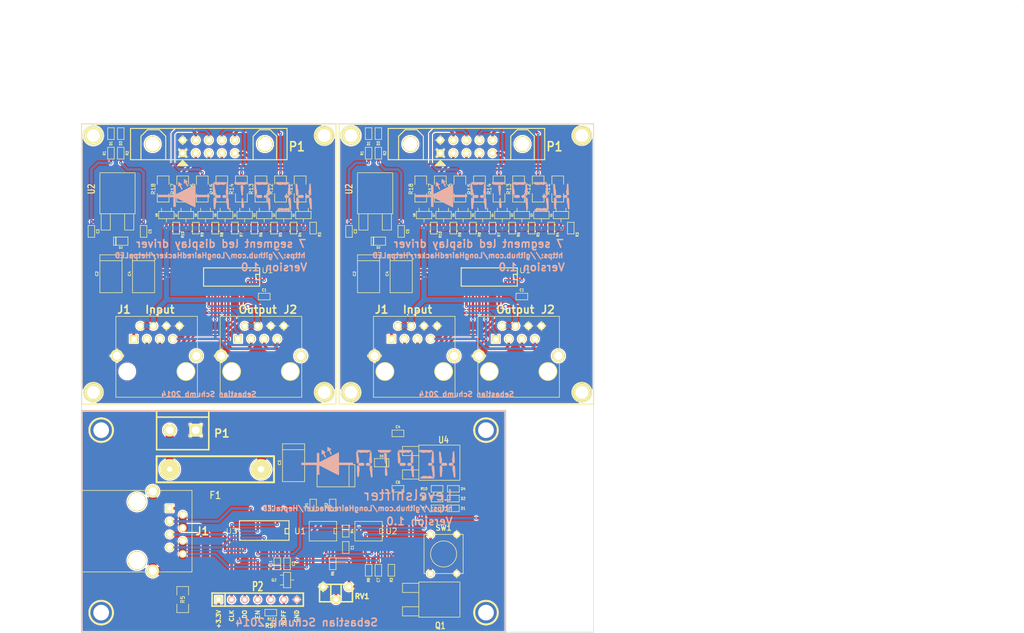
<source format=kicad_pcb>
(kicad_pcb (version 3) (host pcbnew "(2013-may-18)-stable")
  (layers (15 F.Cu signal) (0 B.Cu signal) (18 B.Paste user) (19 F.Paste user) (20 B.SilkS user) (21 F.SilkS user) (22 B.Mask user) (23 F.Mask user) (28 Edge.Cuts user))
  (net 0 "")
  (net 1 +24V)
  (net 2 +3.3V)
  (net 3 +5V)
  (net 4 3.3_Clock)
  (net 5 3.3_Data_Out)
  (net 6 3.3_Enable)
  (net 7 3.3_Reset)
  (net 8 BusOff)
  (net 9 Clock)
  (net 10 Data_In)
  (net 11 Data_Out)
  (net 12 Enable)
  (net 13 FET_1)
  (net 14 FET_2)
  (net 15 FET_3)
  (net 16 FET_4)
  (net 17 FET_5)
  (net 18 FET_6)
  (net 19 FET_7)
  (net 20 FET_8)
  (net 21 GND)
  (net 22 N-000001)
  (net 23 N-0000010)
  (net 24 N-0000011)
  (net 25 N-0000012)
  (net 26 N-0000013)
  (net 27 N-0000016)
  (net 28 N-0000018)
  (net 29 N-0000020)
  (net 30 N-0000021)
  (net 31 N-0000022)
  (net 32 N-0000023)
  (net 33 N-0000024)
  (net 34 N-0000026)
  (net 35 N-0000027)
  (net 36 N-0000028)
  (net 37 N-000003)
  (net 38 N-0000033)
  (net 39 N-0000034)
  (net 40 N-0000036)
  (net 41 N-0000037)
  (net 42 N-000004)
  (net 43 N-0000041)
  (net 44 N-0000042)
  (net 45 N-000005)
  (net 46 N-000007)
  (net 47 N-000009)
  (net 48 PowerOn)
  (net 49 Reset)
  (net 50 SEG_1)
  (net 51 SEG_2)
  (net 52 SEG_3)
  (net 53 SEG_4)
  (net 54 SEG_5)
  (net 55 SEG_6)
  (net 56 SEG_7)
  (net 57 SEG_8)
  (net 58 Sense)
  (net 59 Shutdown)
  (module logo_silkbot_30_00mm (layer B.Cu) (at 129.54 48.133)
    (fp_text reference G*** hide)
    (fp_text value logo_silkbot_30_00mm hide)
  )
  (module SM0603 (layer F.Cu) (at 111.76 55.245 270)
    (fp_text reference C5 (at 0 -1.27 270) (layer F.SilkS) (effects (font (size 0.508 0.4572) (thickness 0.1143))))
    (fp_text value 100nF hide)
    (pad 1 smd rect (at -0.762 0 270) (size 0.635 1.143) (layers F.Cu F.Paste F.Mask) (net 3 +5V))
    (pad 2 smd rect (at 0.762 0 270) (size 0.635 1.143) (layers F.Cu F.Paste F.Mask) (net 21 GND))
  )
  (module c_tant_D (layer F.Cu) (at 105.41 63.5 90)
    (fp_text reference C2 (at 0 -2.7305 90) (layer F.SilkS) (effects (font (size 0.50038 0.50038) (thickness 0.11938))))
    (fp_text value 10uF hide)
    (pad 1 smd rect (at 2.99974 0 90) (size 2.55016 2.70002) (layers F.Cu F.Paste F.Mask) (net 1 +24V))
    (pad 2 smd rect (at -2.99974 0 90) (size 2.55016 3.79984) (layers F.Cu F.Paste F.Mask) (net 21 GND))
  )
  (module DPAK2 (layer F.Cu) (at 106.68 53.34)
    (fp_text reference U2 (at -5.08 -6.35 90) (layer F.SilkS) (effects (font (size 1.27 1.016) (thickness 0.2032))))
    (fp_text value TS2937 hide)
    (pad 1 smd rect (at -2.286 0) (size 1.651 3.048) (layers F.Cu F.Paste F.Mask) (net 1 +24V))
    (pad 2 smd rect (at 0 -6.35) (size 6.096 6.096) (layers F.Cu F.Paste F.Mask) (net 21 GND))
    (pad 3 smd rect (at 2.286 0) (size 1.651 3.048) (layers F.Cu F.Paste F.Mask) (net 3 +5V))
  )
  (module SM0603 (layer F.Cu) (at 121.92 54.61 270)
    (fp_text reference R9 (at 1.27 -1.27 270) (layer F.SilkS) (effects (font (size 0.508 0.4572) (thickness 0.1143))))
    (fp_text value 200 hide)
    (pad 1 smd rect (at -0.762 0 270) (size 0.635 1.143) (layers F.Cu F.Paste F.Mask) (net 40 N-0000036))
    (pad 2 smd rect (at 0.762 0 270) (size 0.635 1.143) (layers F.Cu F.Paste F.Mask) (net 19 FET_7))
  )
  (module SM0603 (layer F.Cu) (at 118.11 54.61 270)
    (fp_text reference R10 (at 1.27 -1.27 270) (layer F.SilkS) (effects (font (size 0.508 0.4572) (thickness 0.1143))))
    (fp_text value 200 hide)
    (pad 1 smd rect (at -0.762 0 270) (size 0.635 1.143) (layers F.Cu F.Paste F.Mask) (net 34 N-0000026))
    (pad 2 smd rect (at 0.762 0 270) (size 0.635 1.143) (layers F.Cu F.Paste F.Mask) (net 20 FET_8))
  )
  (module SM0603 (layer F.Cu) (at 125.73 54.61 270)
    (fp_text reference R8 (at 1.27 -1.27 270) (layer F.SilkS) (effects (font (size 0.508 0.4572) (thickness 0.1143))))
    (fp_text value 200 hide)
    (pad 1 smd rect (at -0.762 0 270) (size 0.635 1.143) (layers F.Cu F.Paste F.Mask) (net 38 N-0000033))
    (pad 2 smd rect (at 0.762 0 270) (size 0.635 1.143) (layers F.Cu F.Paste F.Mask) (net 18 FET_6))
  )
  (module SM0603 (layer F.Cu) (at 135.255 67.945)
    (fp_text reference C1 (at 0 -1.27) (layer F.SilkS) (effects (font (size 0.508 0.4572) (thickness 0.1143))))
    (fp_text value 100n hide)
    (pad 1 smd rect (at -0.762 0) (size 0.635 1.143) (layers F.Cu F.Paste F.Mask) (net 3 +5V))
    (pad 2 smd rect (at 0.762 0) (size 0.635 1.143) (layers F.Cu F.Paste F.Mask) (net 21 GND))
  )
  (module SM0603 (layer F.Cu) (at 105.41 36.195 90)
    (fp_text reference D1 (at -1.905 0 90) (layer F.SilkS) (effects (font (size 0.508 0.4572) (thickness 0.1143))))
    (fp_text value LED hide)
    (pad 1 smd rect (at -0.762 0 90) (size 0.635 1.143) (layers F.Cu F.Paste F.Mask) (net 43 N-0000041))
    (pad 2 smd rect (at 0.762 0 90) (size 0.635 1.143) (layers F.Cu F.Paste F.Mask) (net 21 GND))
  )
  (module SM0603 (layer F.Cu) (at 129.54 54.61 270)
    (fp_text reference R7 (at 1.27 -1.27 270) (layer F.SilkS) (effects (font (size 0.508 0.4572) (thickness 0.1143))))
    (fp_text value 200 hide)
    (pad 1 smd rect (at -0.762 0 270) (size 0.635 1.143) (layers F.Cu F.Paste F.Mask) (net 47 N-000009))
    (pad 2 smd rect (at 0.762 0 270) (size 0.635 1.143) (layers F.Cu F.Paste F.Mask) (net 17 FET_5))
  )
  (module SM0603 (layer F.Cu) (at 105.41 40.005 90)
    (fp_text reference R1 (at 0 -1.27 90) (layer F.SilkS) (effects (font (size 0.508 0.4572) (thickness 0.1143))))
    (fp_text value 1k hide)
    (pad 1 smd rect (at -0.762 0 90) (size 0.635 1.143) (layers F.Cu F.Paste F.Mask) (net 1 +24V))
    (pad 2 smd rect (at 0.762 0 90) (size 0.635 1.143) (layers F.Cu F.Paste F.Mask) (net 43 N-0000041))
  )
  (module SM0603 (layer F.Cu) (at 107.315 36.195 90)
    (fp_text reference D3 (at -1.905 0 90) (layer F.SilkS) (effects (font (size 0.508 0.4572) (thickness 0.1143))))
    (fp_text value LED hide)
    (pad 1 smd rect (at -0.762 0 90) (size 0.635 1.143) (layers F.Cu F.Paste F.Mask) (net 44 N-0000042))
    (pad 2 smd rect (at 0.762 0 90) (size 0.635 1.143) (layers F.Cu F.Paste F.Mask) (net 21 GND))
  )
  (module SM0603 (layer F.Cu) (at 133.35 54.61 270)
    (fp_text reference R6 (at 1.27 -1.27 270) (layer F.SilkS) (effects (font (size 0.508 0.4572) (thickness 0.1143))))
    (fp_text value 200 hide)
    (pad 1 smd rect (at -0.762 0 270) (size 0.635 1.143) (layers F.Cu F.Paste F.Mask) (net 22 N-000001))
    (pad 2 smd rect (at 0.762 0 270) (size 0.635 1.143) (layers F.Cu F.Paste F.Mask) (net 16 FET_4))
  )
  (module SM0603 (layer F.Cu) (at 137.16 54.61 270)
    (fp_text reference R5 (at 1.27 -1.27 270) (layer F.SilkS) (effects (font (size 0.508 0.4572) (thickness 0.1143))))
    (fp_text value 200 hide)
    (pad 1 smd rect (at -0.762 0 270) (size 0.635 1.143) (layers F.Cu F.Paste F.Mask) (net 42 N-000004))
    (pad 2 smd rect (at 0.762 0 270) (size 0.635 1.143) (layers F.Cu F.Paste F.Mask) (net 15 FET_3))
  )
  (module SM0603 (layer F.Cu) (at 140.97 54.61 270)
    (fp_text reference R4 (at 1.27 -1.27 270) (layer F.SilkS) (effects (font (size 0.508 0.4572) (thickness 0.1143))))
    (fp_text value 200 hide)
    (pad 1 smd rect (at -0.762 0 270) (size 0.635 1.143) (layers F.Cu F.Paste F.Mask) (net 33 N-0000024))
    (pad 2 smd rect (at 0.762 0 270) (size 0.635 1.143) (layers F.Cu F.Paste F.Mask) (net 14 FET_2))
  )
  (module SM0603 (layer F.Cu) (at 101.6 55.245 270)
    (fp_text reference C3 (at 0 -1.27 270) (layer F.SilkS) (effects (font (size 0.508 0.4572) (thickness 0.1143))))
    (fp_text value 100nF hide)
    (pad 1 smd rect (at -0.762 0 270) (size 0.635 1.143) (layers F.Cu F.Paste F.Mask) (net 1 +24V))
    (pad 2 smd rect (at 0.762 0 270) (size 0.635 1.143) (layers F.Cu F.Paste F.Mask) (net 21 GND))
  )
  (module SM0603 (layer F.Cu) (at 144.78 54.61 270)
    (fp_text reference R3 (at 1.27 -1.27 270) (layer F.SilkS) (effects (font (size 0.508 0.4572) (thickness 0.1143))))
    (fp_text value 200 hide)
    (pad 1 smd rect (at -0.762 0 270) (size 0.635 1.143) (layers F.Cu F.Paste F.Mask) (net 30 N-0000021))
    (pad 2 smd rect (at 0.762 0 270) (size 0.635 1.143) (layers F.Cu F.Paste F.Mask) (net 13 FET_1))
  )
  (module SM0603 (layer F.Cu) (at 107.315 40.005 90)
    (fp_text reference R2 (at 0 1.27 90) (layer F.SilkS) (effects (font (size 0.508 0.4572) (thickness 0.1143))))
    (fp_text value 1k hide)
    (pad 1 smd rect (at -0.762 0 90) (size 0.635 1.143) (layers F.Cu F.Paste F.Mask) (net 3 +5V))
    (pad 2 smd rect (at 0.762 0 90) (size 0.635 1.143) (layers F.Cu F.Paste F.Mask) (net 44 N-0000042))
  )
  (module SM1206 (layer F.Cu) (at 115.57 46.99 90)
    (fp_text reference R18 (at 0 -1.905 90) (layer F.SilkS) (effects (font (size 0.762 0.762) (thickness 0.127))))
    (fp_text value 470 hide)
    (pad 1 smd rect (at -1.651 0 90) (size 1.524 2.032) (layers F.Cu F.Paste F.Mask) (net 41 N-0000037))
    (pad 2 smd rect (at 1.651 0 90) (size 1.524 2.032) (layers F.Cu F.Paste F.Mask) (net 57 SEG_8))
  )
  (module SM1206 (layer F.Cu) (at 142.24 46.99 90)
    (fp_text reference R11 (at 0 -1.905 90) (layer F.SilkS) (effects (font (size 0.762 0.762) (thickness 0.127))))
    (fp_text value 160 hide)
    (pad 1 smd rect (at -1.651 0 90) (size 1.524 2.032) (layers F.Cu F.Paste F.Mask) (net 24 N-0000011))
    (pad 2 smd rect (at 1.651 0 90) (size 1.524 2.032) (layers F.Cu F.Paste F.Mask) (net 50 SEG_1))
  )
  (module SM1206 (layer F.Cu) (at 138.43 46.99 90)
    (fp_text reference R12 (at 0 -1.905 90) (layer F.SilkS) (effects (font (size 0.762 0.762) (thickness 0.127))))
    (fp_text value 160 hide)
    (pad 1 smd rect (at -1.651 0 90) (size 1.524 2.032) (layers F.Cu F.Paste F.Mask) (net 31 N-0000022))
    (pad 2 smd rect (at 1.651 0 90) (size 1.524 2.032) (layers F.Cu F.Paste F.Mask) (net 51 SEG_2))
  )
  (module SM1206 (layer F.Cu) (at 134.62 46.99 90)
    (fp_text reference R13 (at 0 -1.905 90) (layer F.SilkS) (effects (font (size 0.762 0.762) (thickness 0.127))))
    (fp_text value 160 hide)
    (pad 1 smd rect (at -1.651 0 90) (size 1.524 2.032) (layers F.Cu F.Paste F.Mask) (net 37 N-000003))
    (pad 2 smd rect (at 1.651 0 90) (size 1.524 2.032) (layers F.Cu F.Paste F.Mask) (net 52 SEG_3))
  )
  (module SM1206 (layer F.Cu) (at 119.38 46.99 90)
    (fp_text reference R17 (at 0 -1.905 90) (layer F.SilkS) (effects (font (size 0.762 0.762) (thickness 0.127))))
    (fp_text value 470 hide)
    (pad 1 smd rect (at -1.651 0 90) (size 1.524 2.032) (layers F.Cu F.Paste F.Mask) (net 39 N-0000034))
    (pad 2 smd rect (at 1.651 0 90) (size 1.524 2.032) (layers F.Cu F.Paste F.Mask) (net 56 SEG_7))
  )
  (module SM1206 (layer F.Cu) (at 127 46.99 90)
    (fp_text reference R15 (at 0 -1.905 90) (layer F.SilkS) (effects (font (size 0.762 0.762) (thickness 0.127))))
    (fp_text value 160 hide)
    (pad 1 smd rect (at -1.651 0 90) (size 1.524 2.032) (layers F.Cu F.Paste F.Mask) (net 46 N-000007))
    (pad 2 smd rect (at 1.651 0 90) (size 1.524 2.032) (layers F.Cu F.Paste F.Mask) (net 54 SEG_5))
  )
  (module SM1206 (layer F.Cu) (at 123.19 46.99 90)
    (fp_text reference R16 (at 0 -1.905 90) (layer F.SilkS) (effects (font (size 0.762 0.762) (thickness 0.127))))
    (fp_text value 160 hide)
    (pad 1 smd rect (at -1.651 0 90) (size 1.524 2.032) (layers F.Cu F.Paste F.Mask) (net 23 N-0000010))
    (pad 2 smd rect (at 1.651 0 90) (size 1.524 2.032) (layers F.Cu F.Paste F.Mask) (net 55 SEG_6))
  )
  (module SM1206 (layer F.Cu) (at 130.81 46.99 90)
    (fp_text reference R14 (at 0 -1.905 90) (layer F.SilkS) (effects (font (size 0.762 0.762) (thickness 0.127))))
    (fp_text value 160 hide)
    (pad 1 smd rect (at -1.651 0 90) (size 1.524 2.032) (layers F.Cu F.Paste F.Mask) (net 45 N-000005))
    (pad 2 smd rect (at 1.651 0 90) (size 1.524 2.032) (layers F.Cu F.Paste F.Mask) (net 53 SEG_4))
  )
  (module SO16E (layer F.Cu) (at 128.905 64.135 180)
    (fp_text reference U1 (at -6.985 1.27 180) (layer F.SilkS) (effects (font (size 1.016 1.143) (thickness 0.127))))
    (fp_text value 74HC595 hide)
    (pad 1 smd rect (at -4.445 2.54 180) (size 0.508 1.143) (layers F.Cu F.Paste F.Mask) (net 14 FET_2))
    (pad 2 smd rect (at -3.175 2.54 180) (size 0.508 1.143) (layers F.Cu F.Paste F.Mask) (net 15 FET_3))
    (pad 3 smd rect (at -1.905 2.54 180) (size 0.508 1.143) (layers F.Cu F.Paste F.Mask) (net 16 FET_4))
    (pad 4 smd rect (at -0.635 2.54 180) (size 0.508 1.143) (layers F.Cu F.Paste F.Mask) (net 17 FET_5))
    (pad 5 smd rect (at 0.635 2.54 180) (size 0.508 1.143) (layers F.Cu F.Paste F.Mask) (net 18 FET_6))
    (pad 6 smd rect (at 1.905 2.54 180) (size 0.508 1.143) (layers F.Cu F.Paste F.Mask) (net 19 FET_7))
    (pad 7 smd rect (at 3.175 2.54 180) (size 0.508 1.143) (layers F.Cu F.Paste F.Mask) (net 20 FET_8))
    (pad 8 smd rect (at 4.445 2.54 180) (size 0.508 1.143) (layers F.Cu F.Paste F.Mask) (net 21 GND))
    (pad 9 smd rect (at 4.445 -2.54 180) (size 0.508 1.143) (layers F.Cu F.Paste F.Mask) (net 11 Data_Out))
    (pad 10 smd rect (at 3.175 -2.54 180) (size 0.508 1.143) (layers F.Cu F.Paste F.Mask) (net 49 Reset))
    (pad 11 smd rect (at 1.905 -2.54 180) (size 0.508 1.143) (layers F.Cu F.Paste F.Mask) (net 9 Clock))
    (pad 12 smd rect (at 0.635 -2.54 180) (size 0.508 1.143) (layers F.Cu F.Paste F.Mask) (net 12 Enable))
    (pad 13 smd rect (at -0.635 -2.54 180) (size 0.508 1.143) (layers F.Cu F.Paste F.Mask) (net 21 GND))
    (pad 14 smd rect (at -1.905 -2.54 180) (size 0.508 1.143) (layers F.Cu F.Paste F.Mask) (net 10 Data_In))
    (pad 15 smd rect (at -3.175 -2.54 180) (size 0.508 1.143) (layers F.Cu F.Paste F.Mask) (net 13 FET_1))
    (pad 16 smd rect (at -4.445 -2.54 180) (size 0.508 1.143) (layers F.Cu F.Paste F.Mask) (net 3 +5V))
  )
  (module sod123 (layer F.Cu) (at 107.315 57.15 180)
    (fp_text reference D2 (at 0 -1.27 180) (layer F.SilkS) (effects (font (size 0.39878 0.39878) (thickness 0.09906))))
    (fp_text value BAT42W hide)
    (pad 2 smd rect (at 1.67386 0 180) (size 0.8509 0.8509) (layers F.Cu F.Paste F.Mask) (net 1 +24V))
    (pad 1 smd rect (at -1.67386 0 180) (size 0.8509 0.8509) (layers F.Cu F.Paste F.Mask) (net 3 +5V))
  )
  (module sot23 (layer F.Cu) (at 127.635 52.07 180)
    (fp_text reference Q5 (at 1.905 0 270) (layer F.SilkS) (effects (font (size 0.35 0.35) (thickness 0.0875))))
    (fp_text value NDS355 hide)
    (pad 1 smd rect (at -0.9525 1.05664 180) (size 0.59944 1.00076) (layers F.Cu F.Paste F.Mask) (net 47 N-000009))
    (pad 2 smd rect (at 0 -1.05664 180) (size 0.59944 1.00076) (layers F.Cu F.Paste F.Mask) (net 1 +24V))
    (pad 3 smd rect (at 0.9525 1.05664 180) (size 0.59944 1.00076) (layers F.Cu F.Paste F.Mask) (net 46 N-000007))
  )
  (module sot23 (layer F.Cu) (at 131.445 52.07 180)
    (fp_text reference Q4 (at 1.905 0 270) (layer F.SilkS) (effects (font (size 0.35 0.35) (thickness 0.0875))))
    (fp_text value NDS355 hide)
    (pad 1 smd rect (at -0.9525 1.05664 180) (size 0.59944 1.00076) (layers F.Cu F.Paste F.Mask) (net 22 N-000001))
    (pad 2 smd rect (at 0 -1.05664 180) (size 0.59944 1.00076) (layers F.Cu F.Paste F.Mask) (net 1 +24V))
    (pad 3 smd rect (at 0.9525 1.05664 180) (size 0.59944 1.00076) (layers F.Cu F.Paste F.Mask) (net 45 N-000005))
  )
  (module sot23 (layer F.Cu) (at 135.255 52.07 180)
    (fp_text reference Q3 (at 1.905 0 270) (layer F.SilkS) (effects (font (size 0.35 0.35) (thickness 0.0875))))
    (fp_text value NDS355 hide)
    (pad 1 smd rect (at -0.9525 1.05664 180) (size 0.59944 1.00076) (layers F.Cu F.Paste F.Mask) (net 42 N-000004))
    (pad 2 smd rect (at 0 -1.05664 180) (size 0.59944 1.00076) (layers F.Cu F.Paste F.Mask) (net 1 +24V))
    (pad 3 smd rect (at 0.9525 1.05664 180) (size 0.59944 1.00076) (layers F.Cu F.Paste F.Mask) (net 37 N-000003))
  )
  (module sot23 (layer F.Cu) (at 116.205 52.07 180)
    (fp_text reference Q8 (at 1.905 0 270) (layer F.SilkS) (effects (font (size 0.35 0.35) (thickness 0.0875))))
    (fp_text value NDS355 hide)
    (pad 1 smd rect (at -0.9525 1.05664 180) (size 0.59944 1.00076) (layers F.Cu F.Paste F.Mask) (net 34 N-0000026))
    (pad 2 smd rect (at 0 -1.05664 180) (size 0.59944 1.00076) (layers F.Cu F.Paste F.Mask) (net 1 +24V))
    (pad 3 smd rect (at 0.9525 1.05664 180) (size 0.59944 1.00076) (layers F.Cu F.Paste F.Mask) (net 41 N-0000037))
  )
  (module sot23 (layer F.Cu) (at 139.065 52.07 180)
    (fp_text reference Q2 (at 1.905 0 270) (layer F.SilkS) (effects (font (size 0.35 0.35) (thickness 0.0875))))
    (fp_text value NDS355 hide)
    (pad 1 smd rect (at -0.9525 1.05664 180) (size 0.59944 1.00076) (layers F.Cu F.Paste F.Mask) (net 33 N-0000024))
    (pad 2 smd rect (at 0 -1.05664 180) (size 0.59944 1.00076) (layers F.Cu F.Paste F.Mask) (net 1 +24V))
    (pad 3 smd rect (at 0.9525 1.05664 180) (size 0.59944 1.00076) (layers F.Cu F.Paste F.Mask) (net 31 N-0000022))
  )
  (module sot23 (layer F.Cu) (at 123.825 52.07 180)
    (fp_text reference Q6 (at 1.905 0 270) (layer F.SilkS) (effects (font (size 0.35 0.35) (thickness 0.0875))))
    (fp_text value NDS355 hide)
    (pad 1 smd rect (at -0.9525 1.05664 180) (size 0.59944 1.00076) (layers F.Cu F.Paste F.Mask) (net 38 N-0000033))
    (pad 2 smd rect (at 0 -1.05664 180) (size 0.59944 1.00076) (layers F.Cu F.Paste F.Mask) (net 1 +24V))
    (pad 3 smd rect (at 0.9525 1.05664 180) (size 0.59944 1.00076) (layers F.Cu F.Paste F.Mask) (net 23 N-0000010))
  )
  (module sot23 (layer F.Cu) (at 142.875 52.07 180)
    (fp_text reference Q1 (at 1.905 0 270) (layer F.SilkS) (effects (font (size 0.35 0.35) (thickness 0.0875))))
    (fp_text value NDS355 hide)
    (pad 1 smd rect (at -0.9525 1.05664 180) (size 0.59944 1.00076) (layers F.Cu F.Paste F.Mask) (net 30 N-0000021))
    (pad 2 smd rect (at 0 -1.05664 180) (size 0.59944 1.00076) (layers F.Cu F.Paste F.Mask) (net 1 +24V))
    (pad 3 smd rect (at 0.9525 1.05664 180) (size 0.59944 1.00076) (layers F.Cu F.Paste F.Mask) (net 24 N-0000011))
  )
  (module sot23 (layer F.Cu) (at 120.015 52.07 180)
    (fp_text reference Q7 (at 1.905 0 270) (layer F.SilkS) (effects (font (size 0.35 0.35) (thickness 0.0875))))
    (fp_text value NDS355 hide)
    (pad 1 smd rect (at -0.9525 1.05664 180) (size 0.59944 1.00076) (layers F.Cu F.Paste F.Mask) (net 40 N-0000036))
    (pad 2 smd rect (at 0 -1.05664 180) (size 0.59944 1.00076) (layers F.Cu F.Paste F.Mask) (net 1 +24V))
    (pad 3 smd rect (at 0.9525 1.05664 180) (size 0.59944 1.00076) (layers F.Cu F.Paste F.Mask) (net 39 N-0000034))
  )
  (module c_tant_D (layer F.Cu) (at 111.76 63.5 90)
    (fp_text reference C4 (at 0 -2.7305 90) (layer F.SilkS) (effects (font (size 0.50038 0.50038) (thickness 0.11938))))
    (fp_text value 10uF hide)
    (pad 1 smd rect (at 2.99974 0 90) (size 2.55016 2.70002) (layers F.Cu F.Paste F.Mask) (net 3 +5V))
    (pad 2 smd rect (at -2.99974 0 90) (size 2.55016 3.79984) (layers F.Cu F.Paste F.Mask) (net 21 GND))
  )
  (module HE10-10C (layer F.Cu) (at 124.46 38.735 180)
    (fp_text reference P1 (at -17.145 0 360) (layer F.SilkS) (effects (font (size 1.77546 1.5875) (thickness 0.3048))))
    (fp_text value HE10-10 hide)
    (pad 0 thru_hole circle (at -10.922 0.508 180) (size 3.048 3.048) (drill 2.54) (layers *.Cu *.Mask F.SilkS))
    (pad 0 thru_hole circle (at 10.922 0.508 180) (size 3.048 3.048) (drill 2.54) (layers *.Cu *.Mask F.SilkS))
    (pad 1 thru_hole rect (at 5.08 -1.27 180) (size 1.524 1.524) (drill 0.8128) (layers *.Cu *.Mask F.SilkS) (net 21 GND))
    (pad 2 thru_hole circle (at 5.08 1.27 180) (size 1.524 1.524) (drill 0.8128) (layers *.Cu *.Mask F.SilkS) (net 21 GND))
    (pad 3 thru_hole circle (at 2.54 -1.27 180) (size 1.524 1.524) (drill 0.8128) (layers *.Cu *.Mask F.SilkS) (net 56 SEG_7))
    (pad 4 thru_hole circle (at 2.54 1.27 180) (size 1.524 1.524) (drill 0.8128) (layers *.Cu *.Mask F.SilkS) (net 57 SEG_8))
    (pad 5 thru_hole circle (at 0 -1.27 180) (size 1.524 1.524) (drill 0.8128) (layers *.Cu *.Mask F.SilkS) (net 54 SEG_5))
    (pad 6 thru_hole circle (at 0 1.27 180) (size 1.524 1.524) (drill 0.8128) (layers *.Cu *.Mask F.SilkS) (net 55 SEG_6))
    (pad 7 thru_hole circle (at -2.54 -1.27 180) (size 1.524 1.524) (drill 0.8128) (layers *.Cu *.Mask F.SilkS) (net 52 SEG_3))
    (pad 8 thru_hole circle (at -2.54 1.27 180) (size 1.524 1.524) (drill 0.8128) (layers *.Cu *.Mask F.SilkS) (net 53 SEG_4))
    (pad 9 thru_hole circle (at -5.08 -1.27 180) (size 1.524 1.524) (drill 0.8128) (layers *.Cu *.Mask F.SilkS) (net 50 SEG_1))
    (pad 10 thru_hole circle (at -5.08 1.27 180) (size 1.524 1.524) (drill 0.8128) (layers *.Cu *.Mask F.SilkS) (net 51 SEG_2))
  )
  (module 1pin (layer F.Cu) (at 146.939 36.576)
    (fp_text reference 1PIN hide)
    (fp_text value P*** hide)
    (pad 1 thru_hole circle (at 0 0) (size 3.5 3.5) (drill 2.5) (layers *.Cu *.Mask F.SilkS))
  )
  (module 1pin (layer F.Cu) (at 146.939 86.614)
    (fp_text reference 1PIN hide)
    (fp_text value P*** hide)
    (pad 1 thru_hole circle (at 0 0) (size 3.5 3.5) (drill 2.5) (layers *.Cu *.Mask F.SilkS))
  )
  (module 1pin (layer F.Cu) (at 101.981 86.614)
    (fp_text reference 1PIN hide)
    (fp_text value P*** hide)
    (pad 1 thru_hole circle (at 0 0) (size 3.5 3.5) (drill 2.5) (layers *.Cu *.Mask F.SilkS))
  )
  (module 1pin (layer F.Cu) (at 101.981 36.576)
    (fp_text reference 1PIN hide)
    (fp_text value P*** hide)
    (pad 1 thru_hole circle (at 0 0) (size 3.5 3.5) (drill 2.5) (layers *.Cu *.Mask F.SilkS))
  )
  (module RJ45_MEBP_8-8G (layer F.Cu) (at 114.3 82.55)
    (fp_text reference J1 (at -6.35 -12.065) (layer F.SilkS) (effects (font (size 1.524 1.524) (thickness 0.3048))))
    (fp_text value RJ45 hide)
    (pad "" thru_hole circle (at 5.715 0) (size 3.64998 3.64998) (drill 3.2512) (layers *.Cu *.Mask F.SilkS))
    (pad "" thru_hole circle (at -5.715 0) (size 3.64998 3.64998) (drill 3.2512) (layers *.Cu *.Mask F.SilkS))
    (pad 1 thru_hole rect (at -4.445 -6.35) (size 1.50114 1.50114) (drill 0.89916) (layers *.Cu *.Mask F.SilkS) (net 9 Clock))
    (pad 2 thru_hole circle (at -3.175 -8.89) (size 1.50114 1.50114) (drill 0.89916) (layers *.Cu *.Mask F.SilkS) (net 1 +24V))
    (pad 3 thru_hole circle (at -1.905 -6.35) (size 1.50114 1.50114) (drill 0.89916) (layers *.Cu *.Mask F.SilkS) (net 12 Enable))
    (pad 4 thru_hole circle (at -0.635 -8.89) (size 1.50114 1.50114) (drill 0.89916) (layers *.Cu *.Mask F.SilkS) (net 1 +24V))
    (pad 5 thru_hole circle (at 0.635 -6.35) (size 1.50114 1.50114) (drill 0.89916) (layers *.Cu *.Mask F.SilkS) (net 10 Data_In))
    (pad 6 thru_hole circle (at 1.905 -8.89) (size 1.50114 1.50114) (drill 0.89916) (layers *.Cu *.Mask F.SilkS) (net 21 GND))
    (pad 7 thru_hole circle (at 3.175 -6.35) (size 1.50114 1.50114) (drill 0.89916) (layers *.Cu *.Mask F.SilkS) (net 49 Reset))
    (pad 8 thru_hole circle (at 4.445 -8.89) (size 1.50114 1.50114) (drill 0.89916) (layers *.Cu *.Mask F.SilkS) (net 21 GND))
    (pad 9 thru_hole circle (at -7.745 -3.05) (size 2.5 2.5) (drill 1.6) (layers *.Cu *.Mask F.SilkS) (net 21 GND))
    (pad 10 thru_hole circle (at 7.747 -3.05) (size 2.5 2.5) (drill 1.6) (layers *.Cu *.Mask F.SilkS))
  )
  (module RJ45_MEBP_8-8G (layer F.Cu) (at 134.62 82.55)
    (fp_text reference J2 (at 5.715 -12.065) (layer F.SilkS) (effects (font (size 1.524 1.524) (thickness 0.3048))))
    (fp_text value RJ45 hide)
    (pad "" thru_hole circle (at 5.715 0) (size 3.64998 3.64998) (drill 3.2512) (layers *.Cu *.Mask F.SilkS))
    (pad "" thru_hole circle (at -5.715 0) (size 3.64998 3.64998) (drill 3.2512) (layers *.Cu *.Mask F.SilkS))
    (pad 1 thru_hole rect (at -4.445 -6.35) (size 1.50114 1.50114) (drill 0.89916) (layers *.Cu *.Mask F.SilkS) (net 9 Clock))
    (pad 2 thru_hole circle (at -3.175 -8.89) (size 1.50114 1.50114) (drill 0.89916) (layers *.Cu *.Mask F.SilkS) (net 1 +24V))
    (pad 3 thru_hole circle (at -1.905 -6.35) (size 1.50114 1.50114) (drill 0.89916) (layers *.Cu *.Mask F.SilkS) (net 12 Enable))
    (pad 4 thru_hole circle (at -0.635 -8.89) (size 1.50114 1.50114) (drill 0.89916) (layers *.Cu *.Mask F.SilkS) (net 1 +24V))
    (pad 5 thru_hole circle (at 0.635 -6.35) (size 1.50114 1.50114) (drill 0.89916) (layers *.Cu *.Mask F.SilkS) (net 11 Data_Out))
    (pad 6 thru_hole circle (at 1.905 -8.89) (size 1.50114 1.50114) (drill 0.89916) (layers *.Cu *.Mask F.SilkS) (net 21 GND))
    (pad 7 thru_hole circle (at 3.175 -6.35) (size 1.50114 1.50114) (drill 0.89916) (layers *.Cu *.Mask F.SilkS) (net 49 Reset))
    (pad 8 thru_hole circle (at 4.445 -8.89) (size 1.50114 1.50114) (drill 0.89916) (layers *.Cu *.Mask F.SilkS) (net 21 GND))
    (pad 9 thru_hole circle (at -7.745 -3.05) (size 2.5 2.5) (drill 1.6) (layers *.Cu *.Mask F.SilkS) (net 21 GND))
    (pad 10 thru_hole circle (at 7.747 -3.05) (size 2.5 2.5) (drill 1.6) (layers *.Cu *.Mask F.SilkS))
  )
  (module RJ45_MEBP_8-8G (layer F.Cu) (at 84.455 82.55)
    (fp_text reference J2 (at 5.715 -12.065) (layer F.SilkS) (effects (font (size 1.524 1.524) (thickness 0.3048))))
    (fp_text value RJ45 hide)
    (pad "" thru_hole circle (at 5.715 0) (size 3.64998 3.64998) (drill 3.2512) (layers *.Cu *.Mask F.SilkS))
    (pad "" thru_hole circle (at -5.715 0) (size 3.64998 3.64998) (drill 3.2512) (layers *.Cu *.Mask F.SilkS))
    (pad 1 thru_hole rect (at -4.445 -6.35) (size 1.50114 1.50114) (drill 0.89916) (layers *.Cu *.Mask F.SilkS) (net 9 Clock))
    (pad 2 thru_hole circle (at -3.175 -8.89) (size 1.50114 1.50114) (drill 0.89916) (layers *.Cu *.Mask F.SilkS) (net 1 +24V))
    (pad 3 thru_hole circle (at -1.905 -6.35) (size 1.50114 1.50114) (drill 0.89916) (layers *.Cu *.Mask F.SilkS) (net 12 Enable))
    (pad 4 thru_hole circle (at -0.635 -8.89) (size 1.50114 1.50114) (drill 0.89916) (layers *.Cu *.Mask F.SilkS) (net 1 +24V))
    (pad 5 thru_hole circle (at 0.635 -6.35) (size 1.50114 1.50114) (drill 0.89916) (layers *.Cu *.Mask F.SilkS) (net 11 Data_Out))
    (pad 6 thru_hole circle (at 1.905 -8.89) (size 1.50114 1.50114) (drill 0.89916) (layers *.Cu *.Mask F.SilkS) (net 21 GND))
    (pad 7 thru_hole circle (at 3.175 -6.35) (size 1.50114 1.50114) (drill 0.89916) (layers *.Cu *.Mask F.SilkS) (net 49 Reset))
    (pad 8 thru_hole circle (at 4.445 -8.89) (size 1.50114 1.50114) (drill 0.89916) (layers *.Cu *.Mask F.SilkS) (net 21 GND))
    (pad 9 thru_hole circle (at -7.745 -3.05) (size 2.5 2.5) (drill 1.6) (layers *.Cu *.Mask F.SilkS) (net 21 GND))
    (pad 10 thru_hole circle (at 7.747 -3.05) (size 2.5 2.5) (drill 1.6) (layers *.Cu *.Mask F.SilkS))
  )
  (module RJ45_MEBP_8-8G (layer F.Cu) (at 64.135 82.55)
    (fp_text reference J1 (at -6.35 -12.065) (layer F.SilkS) (effects (font (size 1.524 1.524) (thickness 0.3048))))
    (fp_text value RJ45 hide)
    (pad "" thru_hole circle (at 5.715 0) (size 3.64998 3.64998) (drill 3.2512) (layers *.Cu *.Mask F.SilkS))
    (pad "" thru_hole circle (at -5.715 0) (size 3 3) (drill 3) (layers *.Cu *.Mask F.SilkS))
    (pad 1 thru_hole rect (at -4.445 -6.35) (size 1.50114 1.50114) (drill 0.89916) (layers *.Cu *.Mask F.SilkS) (net 9 Clock))
    (pad 2 thru_hole circle (at -3.175 -8.89) (size 1.50114 1.50114) (drill 0.89916) (layers *.Cu *.Mask F.SilkS) (net 1 +24V))
    (pad 3 thru_hole circle (at -1.905 -6.35) (size 1.50114 1.50114) (drill 0.89916) (layers *.Cu *.Mask F.SilkS) (net 12 Enable))
    (pad 4 thru_hole circle (at -0.635 -8.89) (size 1.50114 1.50114) (drill 0.89916) (layers *.Cu *.Mask F.SilkS) (net 1 +24V))
    (pad 5 thru_hole circle (at 0.635 -6.35) (size 1.50114 1.50114) (drill 0.89916) (layers *.Cu *.Mask F.SilkS) (net 10 Data_In))
    (pad 6 thru_hole circle (at 1.905 -8.89) (size 1.50114 1.50114) (drill 0.89916) (layers *.Cu *.Mask F.SilkS) (net 21 GND))
    (pad 7 thru_hole circle (at 3.175 -6.35) (size 1.50114 1.50114) (drill 0.89916) (layers *.Cu *.Mask F.SilkS) (net 49 Reset))
    (pad 8 thru_hole circle (at 4.445 -8.89) (size 1.50114 1.50114) (drill 0.89916) (layers *.Cu *.Mask F.SilkS) (net 21 GND))
    (pad 9 thru_hole circle (at -7.745 -3.05) (size 2.5 2.5) (drill 1.6) (layers *.Cu *.Mask F.SilkS) (net 21 GND))
    (pad 10 thru_hole circle (at 7.747 -3.05) (size 2.5 2.5) (drill 1.6) (layers *.Cu *.Mask F.SilkS))
  )
  (module 1pin (layer F.Cu) (at 51.816 36.576)
    (fp_text reference 1PIN hide)
    (fp_text value P*** hide)
    (pad 1 thru_hole circle (at 0 0) (size 3.5 3.5) (drill 2.5) (layers *.Cu *.Mask F.SilkS))
  )
  (module 1pin (layer F.Cu) (at 51.816 86.614)
    (fp_text reference 1PIN hide)
    (fp_text value P*** hide)
    (pad 1 thru_hole circle (at 0 0) (size 3.5 3.5) (drill 2.5) (layers *.Cu *.Mask F.SilkS))
  )
  (module 1pin (layer F.Cu) (at 96.774 86.614)
    (fp_text reference 1PIN hide)
    (fp_text value P*** hide)
    (pad 1 thru_hole circle (at 0 0) (size 3.5 3.5) (drill 2.5) (layers *.Cu *.Mask F.SilkS))
  )
  (module 1pin (layer F.Cu) (at 96.774 36.576)
    (fp_text reference 1PIN hide)
    (fp_text value P*** hide)
    (pad 1 thru_hole circle (at 0 0) (size 3.5 3.5) (drill 2.5) (layers *.Cu *.Mask F.SilkS))
  )
  (module HE10-10C (layer F.Cu) (at 74.295 38.735 180)
    (fp_text reference P1 (at -17.145 0 360) (layer F.SilkS) (effects (font (size 1.77546 1.5875) (thickness 0.3048))))
    (fp_text value HE10-10 hide)
    (pad 0 thru_hole circle (at -10.922 0.508 180) (size 3.048 3.048) (drill 2.54) (layers *.Cu *.Mask F.SilkS))
    (pad 0 thru_hole circle (at 10.922 0.508 180) (size 3.048 3.048) (drill 2.54) (layers *.Cu *.Mask F.SilkS))
    (pad 1 thru_hole rect (at 5.08 -1.27 180) (size 1.524 1.524) (drill 0.8128) (layers *.Cu *.Mask F.SilkS) (net 21 GND))
    (pad 2 thru_hole circle (at 5.08 1.27 180) (size 1.524 1.524) (drill 0.8128) (layers *.Cu *.Mask F.SilkS) (net 21 GND))
    (pad 3 thru_hole circle (at 2.54 -1.27 180) (size 1.524 1.524) (drill 0.8128) (layers *.Cu *.Mask F.SilkS) (net 56 SEG_7))
    (pad 4 thru_hole circle (at 2.54 1.27 180) (size 1.524 1.524) (drill 0.8128) (layers *.Cu *.Mask F.SilkS) (net 57 SEG_8))
    (pad 5 thru_hole circle (at 0 -1.27 180) (size 1.524 1.524) (drill 0.8128) (layers *.Cu *.Mask F.SilkS) (net 54 SEG_5))
    (pad 6 thru_hole circle (at 0 1.27 180) (size 1.524 1.524) (drill 0.8128) (layers *.Cu *.Mask F.SilkS) (net 55 SEG_6))
    (pad 7 thru_hole circle (at -2.54 -1.27 180) (size 1.524 1.524) (drill 0.8128) (layers *.Cu *.Mask F.SilkS) (net 52 SEG_3))
    (pad 8 thru_hole circle (at -2.54 1.27 180) (size 1.524 1.524) (drill 0.8128) (layers *.Cu *.Mask F.SilkS) (net 53 SEG_4))
    (pad 9 thru_hole circle (at -5.08 -1.27 180) (size 1.524 1.524) (drill 0.8128) (layers *.Cu *.Mask F.SilkS) (net 50 SEG_1))
    (pad 10 thru_hole circle (at -5.08 1.27 180) (size 1.524 1.524) (drill 0.8128) (layers *.Cu *.Mask F.SilkS) (net 51 SEG_2))
  )
  (module c_tant_D (layer F.Cu) (at 61.595 63.5 90)
    (fp_text reference C4 (at 0 -2.7305 90) (layer F.SilkS) (effects (font (size 0.50038 0.50038) (thickness 0.11938))))
    (fp_text value 10uF hide)
    (pad 1 smd rect (at 2.99974 0 90) (size 2.55016 2.70002) (layers F.Cu F.Paste F.Mask) (net 3 +5V))
    (pad 2 smd rect (at -2.99974 0 90) (size 2.55016 3.79984) (layers F.Cu F.Paste F.Mask) (net 21 GND))
  )
  (module sot23 (layer F.Cu) (at 69.85 52.07 180)
    (fp_text reference Q7 (at 1.905 0 270) (layer F.SilkS) (effects (font (size 0.35 0.35) (thickness 0.0875))))
    (fp_text value NDS355 hide)
    (pad 1 smd rect (at -0.9525 1.05664 180) (size 0.59944 1.00076) (layers F.Cu F.Paste F.Mask) (net 40 N-0000036))
    (pad 2 smd rect (at 0 -1.05664 180) (size 0.59944 1.00076) (layers F.Cu F.Paste F.Mask) (net 1 +24V))
    (pad 3 smd rect (at 0.9525 1.05664 180) (size 0.59944 1.00076) (layers F.Cu F.Paste F.Mask) (net 39 N-0000034))
  )
  (module sot23 (layer F.Cu) (at 92.71 52.07 180)
    (fp_text reference Q1 (at 1.905 0 270) (layer F.SilkS) (effects (font (size 0.35 0.35) (thickness 0.0875))))
    (fp_text value NDS355 hide)
    (pad 1 smd rect (at -0.9525 1.05664 180) (size 0.59944 1.00076) (layers F.Cu F.Paste F.Mask) (net 30 N-0000021))
    (pad 2 smd rect (at 0 -1.05664 180) (size 0.59944 1.00076) (layers F.Cu F.Paste F.Mask) (net 1 +24V))
    (pad 3 smd rect (at 0.9525 1.05664 180) (size 0.59944 1.00076) (layers F.Cu F.Paste F.Mask) (net 24 N-0000011))
  )
  (module sot23 (layer F.Cu) (at 73.66 52.07 180)
    (fp_text reference Q6 (at 1.905 0 270) (layer F.SilkS) (effects (font (size 0.35 0.35) (thickness 0.0875))))
    (fp_text value NDS355 hide)
    (pad 1 smd rect (at -0.9525 1.05664 180) (size 0.59944 1.00076) (layers F.Cu F.Paste F.Mask) (net 38 N-0000033))
    (pad 2 smd rect (at 0 -1.05664 180) (size 0.59944 1.00076) (layers F.Cu F.Paste F.Mask) (net 1 +24V))
    (pad 3 smd rect (at 0.9525 1.05664 180) (size 0.59944 1.00076) (layers F.Cu F.Paste F.Mask) (net 23 N-0000010))
  )
  (module sot23 (layer F.Cu) (at 88.9 52.07 180)
    (fp_text reference Q2 (at 1.905 0 270) (layer F.SilkS) (effects (font (size 0.35 0.35) (thickness 0.0875))))
    (fp_text value NDS355 hide)
    (pad 1 smd rect (at -0.9525 1.05664 180) (size 0.59944 1.00076) (layers F.Cu F.Paste F.Mask) (net 33 N-0000024))
    (pad 2 smd rect (at 0 -1.05664 180) (size 0.59944 1.00076) (layers F.Cu F.Paste F.Mask) (net 1 +24V))
    (pad 3 smd rect (at 0.9525 1.05664 180) (size 0.59944 1.00076) (layers F.Cu F.Paste F.Mask) (net 31 N-0000022))
  )
  (module sot23 (layer F.Cu) (at 66.04 52.07 180)
    (fp_text reference Q8 (at 1.905 0 270) (layer F.SilkS) (effects (font (size 0.35 0.35) (thickness 0.0875))))
    (fp_text value NDS355 hide)
    (pad 1 smd rect (at -0.9525 1.05664 180) (size 0.59944 1.00076) (layers F.Cu F.Paste F.Mask) (net 34 N-0000026))
    (pad 2 smd rect (at 0 -1.05664 180) (size 0.59944 1.00076) (layers F.Cu F.Paste F.Mask) (net 1 +24V))
    (pad 3 smd rect (at 0.9525 1.05664 180) (size 0.59944 1.00076) (layers F.Cu F.Paste F.Mask) (net 41 N-0000037))
  )
  (module sot23 (layer F.Cu) (at 85.09 52.07 180)
    (fp_text reference Q3 (at 1.905 0 270) (layer F.SilkS) (effects (font (size 0.35 0.35) (thickness 0.0875))))
    (fp_text value NDS355 hide)
    (pad 1 smd rect (at -0.9525 1.05664 180) (size 0.59944 1.00076) (layers F.Cu F.Paste F.Mask) (net 42 N-000004))
    (pad 2 smd rect (at 0 -1.05664 180) (size 0.59944 1.00076) (layers F.Cu F.Paste F.Mask) (net 1 +24V))
    (pad 3 smd rect (at 0.9525 1.05664 180) (size 0.59944 1.00076) (layers F.Cu F.Paste F.Mask) (net 37 N-000003))
  )
  (module sot23 (layer F.Cu) (at 81.28 52.07 180)
    (fp_text reference Q4 (at 1.905 0 270) (layer F.SilkS) (effects (font (size 0.35 0.35) (thickness 0.0875))))
    (fp_text value NDS355 hide)
    (pad 1 smd rect (at -0.9525 1.05664 180) (size 0.59944 1.00076) (layers F.Cu F.Paste F.Mask) (net 22 N-000001))
    (pad 2 smd rect (at 0 -1.05664 180) (size 0.59944 1.00076) (layers F.Cu F.Paste F.Mask) (net 1 +24V))
    (pad 3 smd rect (at 0.9525 1.05664 180) (size 0.59944 1.00076) (layers F.Cu F.Paste F.Mask) (net 45 N-000005))
  )
  (module sot23 (layer F.Cu) (at 77.47 52.07 180)
    (fp_text reference Q5 (at 1.905 0 270) (layer F.SilkS) (effects (font (size 0.35 0.35) (thickness 0.0875))))
    (fp_text value NDS355 hide)
    (pad 1 smd rect (at -0.9525 1.05664 180) (size 0.59944 1.00076) (layers F.Cu F.Paste F.Mask) (net 47 N-000009))
    (pad 2 smd rect (at 0 -1.05664 180) (size 0.59944 1.00076) (layers F.Cu F.Paste F.Mask) (net 1 +24V))
    (pad 3 smd rect (at 0.9525 1.05664 180) (size 0.59944 1.00076) (layers F.Cu F.Paste F.Mask) (net 46 N-000007))
  )
  (module sod123 (layer F.Cu) (at 57.15 57.15 180)
    (fp_text reference D2 (at 0 -1.27 180) (layer F.SilkS) (effects (font (size 0.39878 0.39878) (thickness 0.09906))))
    (fp_text value BAT42W hide)
    (pad 2 smd rect (at 1.67386 0 180) (size 0.8509 0.8509) (layers F.Cu F.Paste F.Mask) (net 1 +24V))
    (pad 1 smd rect (at -1.67386 0 180) (size 0.8509 0.8509) (layers F.Cu F.Paste F.Mask) (net 3 +5V))
  )
  (module SO16E (layer F.Cu) (at 78.74 64.135 180)
    (fp_text reference U1 (at -6.985 1.27 180) (layer F.SilkS) (effects (font (size 1.016 1.143) (thickness 0.127))))
    (fp_text value 74HC595 hide)
    (pad 1 smd rect (at -4.445 2.54 180) (size 0.508 1.143) (layers F.Cu F.Paste F.Mask) (net 14 FET_2))
    (pad 2 smd rect (at -3.175 2.54 180) (size 0.508 1.143) (layers F.Cu F.Paste F.Mask) (net 15 FET_3))
    (pad 3 smd rect (at -1.905 2.54 180) (size 0.508 1.143) (layers F.Cu F.Paste F.Mask) (net 16 FET_4))
    (pad 4 smd rect (at -0.635 2.54 180) (size 0.508 1.143) (layers F.Cu F.Paste F.Mask) (net 17 FET_5))
    (pad 5 smd rect (at 0.635 2.54 180) (size 0.508 1.143) (layers F.Cu F.Paste F.Mask) (net 18 FET_6))
    (pad 6 smd rect (at 1.905 2.54 180) (size 0.508 1.143) (layers F.Cu F.Paste F.Mask) (net 19 FET_7))
    (pad 7 smd rect (at 3.175 2.54 180) (size 0.508 1.143) (layers F.Cu F.Paste F.Mask) (net 20 FET_8))
    (pad 8 smd rect (at 4.445 2.54 180) (size 0.508 1.143) (layers F.Cu F.Paste F.Mask) (net 21 GND))
    (pad 9 smd rect (at 4.445 -2.54 180) (size 0.508 1.143) (layers F.Cu F.Paste F.Mask) (net 11 Data_Out))
    (pad 10 smd rect (at 3.175 -2.54 180) (size 0.508 1.143) (layers F.Cu F.Paste F.Mask) (net 49 Reset))
    (pad 11 smd rect (at 1.905 -2.54 180) (size 0.508 1.143) (layers F.Cu F.Paste F.Mask) (net 9 Clock))
    (pad 12 smd rect (at 0.635 -2.54 180) (size 0.508 1.143) (layers F.Cu F.Paste F.Mask) (net 12 Enable))
    (pad 13 smd rect (at -0.635 -2.54 180) (size 0.508 1.143) (layers F.Cu F.Paste F.Mask) (net 21 GND))
    (pad 14 smd rect (at -1.905 -2.54 180) (size 0.508 1.143) (layers F.Cu F.Paste F.Mask) (net 10 Data_In))
    (pad 15 smd rect (at -3.175 -2.54 180) (size 0.508 1.143) (layers F.Cu F.Paste F.Mask) (net 13 FET_1))
    (pad 16 smd rect (at -4.445 -2.54 180) (size 0.508 1.143) (layers F.Cu F.Paste F.Mask) (net 3 +5V))
  )
  (module SM1206 (layer F.Cu) (at 80.645 46.99 90)
    (fp_text reference R14 (at 0 -1.905 90) (layer F.SilkS) (effects (font (size 0.762 0.762) (thickness 0.127))))
    (fp_text value 160 hide)
    (pad 1 smd rect (at -1.651 0 90) (size 1.524 2.032) (layers F.Cu F.Paste F.Mask) (net 45 N-000005))
    (pad 2 smd rect (at 1.651 0 90) (size 1.524 2.032) (layers F.Cu F.Paste F.Mask) (net 53 SEG_4))
  )
  (module SM1206 (layer F.Cu) (at 73.025 46.99 90)
    (fp_text reference R16 (at 0 -1.905 90) (layer F.SilkS) (effects (font (size 0.762 0.762) (thickness 0.127))))
    (fp_text value 160 hide)
    (pad 1 smd rect (at -1.651 0 90) (size 1.524 2.032) (layers F.Cu F.Paste F.Mask) (net 23 N-0000010))
    (pad 2 smd rect (at 1.651 0 90) (size 1.524 2.032) (layers F.Cu F.Paste F.Mask) (net 55 SEG_6))
  )
  (module SM1206 (layer F.Cu) (at 76.835 46.99 90)
    (fp_text reference R15 (at 0 -1.905 90) (layer F.SilkS) (effects (font (size 0.762 0.762) (thickness 0.127))))
    (fp_text value 160 hide)
    (pad 1 smd rect (at -1.651 0 90) (size 1.524 2.032) (layers F.Cu F.Paste F.Mask) (net 46 N-000007))
    (pad 2 smd rect (at 1.651 0 90) (size 1.524 2.032) (layers F.Cu F.Paste F.Mask) (net 54 SEG_5))
  )
  (module SM1206 (layer F.Cu) (at 69.215 46.99 90)
    (fp_text reference R17 (at 0 -1.905 90) (layer F.SilkS) (effects (font (size 0.762 0.762) (thickness 0.127))))
    (fp_text value 470 hide)
    (pad 1 smd rect (at -1.651 0 90) (size 1.524 2.032) (layers F.Cu F.Paste F.Mask) (net 39 N-0000034))
    (pad 2 smd rect (at 1.651 0 90) (size 1.524 2.032) (layers F.Cu F.Paste F.Mask) (net 56 SEG_7))
  )
  (module SM1206 (layer F.Cu) (at 84.455 46.99 90)
    (fp_text reference R13 (at 0 -1.905 90) (layer F.SilkS) (effects (font (size 0.762 0.762) (thickness 0.127))))
    (fp_text value 160 hide)
    (pad 1 smd rect (at -1.651 0 90) (size 1.524 2.032) (layers F.Cu F.Paste F.Mask) (net 37 N-000003))
    (pad 2 smd rect (at 1.651 0 90) (size 1.524 2.032) (layers F.Cu F.Paste F.Mask) (net 52 SEG_3))
  )
  (module SM1206 (layer F.Cu) (at 88.265 46.99 90)
    (fp_text reference R12 (at 0 -1.905 90) (layer F.SilkS) (effects (font (size 0.762 0.762) (thickness 0.127))))
    (fp_text value 160 hide)
    (pad 1 smd rect (at -1.651 0 90) (size 1.524 2.032) (layers F.Cu F.Paste F.Mask) (net 31 N-0000022))
    (pad 2 smd rect (at 1.651 0 90) (size 1.524 2.032) (layers F.Cu F.Paste F.Mask) (net 51 SEG_2))
  )
  (module SM1206 (layer F.Cu) (at 92.075 46.99 90)
    (fp_text reference R11 (at 0 -1.905 90) (layer F.SilkS) (effects (font (size 0.762 0.762) (thickness 0.127))))
    (fp_text value 160 hide)
    (pad 1 smd rect (at -1.651 0 90) (size 1.524 2.032) (layers F.Cu F.Paste F.Mask) (net 24 N-0000011))
    (pad 2 smd rect (at 1.651 0 90) (size 1.524 2.032) (layers F.Cu F.Paste F.Mask) (net 50 SEG_1))
  )
  (module SM1206 (layer F.Cu) (at 65.405 46.99 90)
    (fp_text reference R18 (at 0 -1.905 90) (layer F.SilkS) (effects (font (size 0.762 0.762) (thickness 0.127))))
    (fp_text value 470 hide)
    (pad 1 smd rect (at -1.651 0 90) (size 1.524 2.032) (layers F.Cu F.Paste F.Mask) (net 41 N-0000037))
    (pad 2 smd rect (at 1.651 0 90) (size 1.524 2.032) (layers F.Cu F.Paste F.Mask) (net 57 SEG_8))
  )
  (module SM0603 (layer F.Cu) (at 57.15 40.005 90)
    (fp_text reference R2 (at 0 1.27 90) (layer F.SilkS) (effects (font (size 0.508 0.4572) (thickness 0.1143))))
    (fp_text value 1k hide)
    (pad 1 smd rect (at -0.762 0 90) (size 0.635 1.143) (layers F.Cu F.Paste F.Mask) (net 3 +5V))
    (pad 2 smd rect (at 0.762 0 90) (size 0.635 1.143) (layers F.Cu F.Paste F.Mask) (net 44 N-0000042))
  )
  (module SM0603 (layer F.Cu) (at 94.615 54.61 270)
    (fp_text reference R3 (at 1.27 -1.27 270) (layer F.SilkS) (effects (font (size 0.508 0.4572) (thickness 0.1143))))
    (fp_text value 200 hide)
    (pad 1 smd rect (at -0.762 0 270) (size 0.635 1.143) (layers F.Cu F.Paste F.Mask) (net 30 N-0000021))
    (pad 2 smd rect (at 0.762 0 270) (size 0.635 1.143) (layers F.Cu F.Paste F.Mask) (net 13 FET_1))
  )
  (module SM0603 (layer F.Cu) (at 51.435 55.245 270)
    (fp_text reference C3 (at 0 -1.27 270) (layer F.SilkS) (effects (font (size 0.508 0.4572) (thickness 0.1143))))
    (fp_text value 100nF hide)
    (pad 1 smd rect (at -0.762 0 270) (size 0.635 1.143) (layers F.Cu F.Paste F.Mask) (net 1 +24V))
    (pad 2 smd rect (at 0.762 0 270) (size 0.635 1.143) (layers F.Cu F.Paste F.Mask) (net 21 GND))
  )
  (module SM0603 (layer F.Cu) (at 90.805 54.61 270)
    (fp_text reference R4 (at 1.27 -1.27 270) (layer F.SilkS) (effects (font (size 0.508 0.4572) (thickness 0.1143))))
    (fp_text value 200 hide)
    (pad 1 smd rect (at -0.762 0 270) (size 0.635 1.143) (layers F.Cu F.Paste F.Mask) (net 33 N-0000024))
    (pad 2 smd rect (at 0.762 0 270) (size 0.635 1.143) (layers F.Cu F.Paste F.Mask) (net 14 FET_2))
  )
  (module SM0603 (layer F.Cu) (at 86.995 54.61 270)
    (fp_text reference R5 (at 1.27 -1.27 270) (layer F.SilkS) (effects (font (size 0.508 0.4572) (thickness 0.1143))))
    (fp_text value 200 hide)
    (pad 1 smd rect (at -0.762 0 270) (size 0.635 1.143) (layers F.Cu F.Paste F.Mask) (net 42 N-000004))
    (pad 2 smd rect (at 0.762 0 270) (size 0.635 1.143) (layers F.Cu F.Paste F.Mask) (net 15 FET_3))
  )
  (module SM0603 (layer F.Cu) (at 83.185 54.61 270)
    (fp_text reference R6 (at 1.27 -1.27 270) (layer F.SilkS) (effects (font (size 0.508 0.4572) (thickness 0.1143))))
    (fp_text value 200 hide)
    (pad 1 smd rect (at -0.762 0 270) (size 0.635 1.143) (layers F.Cu F.Paste F.Mask) (net 22 N-000001))
    (pad 2 smd rect (at 0.762 0 270) (size 0.635 1.143) (layers F.Cu F.Paste F.Mask) (net 16 FET_4))
  )
  (module SM0603 (layer F.Cu) (at 57.15 36.195 90)
    (fp_text reference D3 (at -1.905 0 90) (layer F.SilkS) (effects (font (size 0.508 0.4572) (thickness 0.1143))))
    (fp_text value LED hide)
    (pad 1 smd rect (at -0.762 0 90) (size 0.635 1.143) (layers F.Cu F.Paste F.Mask) (net 44 N-0000042))
    (pad 2 smd rect (at 0.762 0 90) (size 0.635 1.143) (layers F.Cu F.Paste F.Mask) (net 21 GND))
  )
  (module SM0603 (layer F.Cu) (at 55.245 40.005 90)
    (fp_text reference R1 (at 0 -1.27 90) (layer F.SilkS) (effects (font (size 0.508 0.4572) (thickness 0.1143))))
    (fp_text value 1k hide)
    (pad 1 smd rect (at -0.762 0 90) (size 0.635 1.143) (layers F.Cu F.Paste F.Mask) (net 1 +24V))
    (pad 2 smd rect (at 0.762 0 90) (size 0.635 1.143) (layers F.Cu F.Paste F.Mask) (net 43 N-0000041))
  )
  (module SM0603 (layer F.Cu) (at 79.375 54.61 270)
    (fp_text reference R7 (at 1.27 -1.27 270) (layer F.SilkS) (effects (font (size 0.508 0.4572) (thickness 0.1143))))
    (fp_text value 200 hide)
    (pad 1 smd rect (at -0.762 0 270) (size 0.635 1.143) (layers F.Cu F.Paste F.Mask) (net 47 N-000009))
    (pad 2 smd rect (at 0.762 0 270) (size 0.635 1.143) (layers F.Cu F.Paste F.Mask) (net 17 FET_5))
  )
  (module SM0603 (layer F.Cu) (at 55.245 36.195 90)
    (fp_text reference D1 (at -1.905 0 90) (layer F.SilkS) (effects (font (size 0.508 0.4572) (thickness 0.1143))))
    (fp_text value LED hide)
    (pad 1 smd rect (at -0.762 0 90) (size 0.635 1.143) (layers F.Cu F.Paste F.Mask) (net 43 N-0000041))
    (pad 2 smd rect (at 0.762 0 90) (size 0.635 1.143) (layers F.Cu F.Paste F.Mask) (net 21 GND))
  )
  (module SM0603 (layer F.Cu) (at 85.09 67.945)
    (fp_text reference C1 (at 0 -1.27) (layer F.SilkS) (effects (font (size 0.508 0.4572) (thickness 0.1143))))
    (fp_text value 100n hide)
    (pad 1 smd rect (at -0.762 0) (size 0.635 1.143) (layers F.Cu F.Paste F.Mask) (net 3 +5V))
    (pad 2 smd rect (at 0.762 0) (size 0.635 1.143) (layers F.Cu F.Paste F.Mask) (net 21 GND))
  )
  (module SM0603 (layer F.Cu) (at 75.565 54.61 270)
    (fp_text reference R8 (at 1.27 -1.27 270) (layer F.SilkS) (effects (font (size 0.508 0.4572) (thickness 0.1143))))
    (fp_text value 200 hide)
    (pad 1 smd rect (at -0.762 0 270) (size 0.635 1.143) (layers F.Cu F.Paste F.Mask) (net 38 N-0000033))
    (pad 2 smd rect (at 0.762 0 270) (size 0.635 1.143) (layers F.Cu F.Paste F.Mask) (net 18 FET_6))
  )
  (module SM0603 (layer F.Cu) (at 67.945 54.61 270)
    (fp_text reference R10 (at 1.27 -1.27 270) (layer F.SilkS) (effects (font (size 0.508 0.4572) (thickness 0.1143))))
    (fp_text value 200 hide)
    (pad 1 smd rect (at -0.762 0 270) (size 0.635 1.143) (layers F.Cu F.Paste F.Mask) (net 34 N-0000026))
    (pad 2 smd rect (at 0.762 0 270) (size 0.635 1.143) (layers F.Cu F.Paste F.Mask) (net 20 FET_8))
  )
  (module SM0603 (layer F.Cu) (at 71.755 54.61 270)
    (fp_text reference R9 (at 1.27 -1.27 270) (layer F.SilkS) (effects (font (size 0.508 0.4572) (thickness 0.1143))))
    (fp_text value 200 hide)
    (pad 1 smd rect (at -0.762 0 270) (size 0.635 1.143) (layers F.Cu F.Paste F.Mask) (net 40 N-0000036))
    (pad 2 smd rect (at 0.762 0 270) (size 0.635 1.143) (layers F.Cu F.Paste F.Mask) (net 19 FET_7))
  )
  (module DPAK2 (layer F.Cu) (at 56.515 53.34)
    (fp_text reference U2 (at -5.08 -6.35 90) (layer F.SilkS) (effects (font (size 1.27 1.016) (thickness 0.2032))))
    (fp_text value TS2937 hide)
    (pad 1 smd rect (at -2.286 0) (size 1.651 3.048) (layers F.Cu F.Paste F.Mask) (net 1 +24V))
    (pad 2 smd rect (at 0 -6.35) (size 6.096 6.096) (layers F.Cu F.Paste F.Mask) (net 21 GND))
    (pad 3 smd rect (at 2.286 0) (size 1.651 3.048) (layers F.Cu F.Paste F.Mask) (net 3 +5V))
  )
  (module c_tant_D (layer F.Cu) (at 55.245 63.5 90)
    (fp_text reference C2 (at 0 -2.7305 90) (layer F.SilkS) (effects (font (size 0.50038 0.50038) (thickness 0.11938))))
    (fp_text value 10uF hide)
    (pad 1 smd rect (at 2.99974 0 90) (size 2.55016 2.70002) (layers F.Cu F.Paste F.Mask) (net 1 +24V))
    (pad 2 smd rect (at -2.99974 0 90) (size 2.55016 3.79984) (layers F.Cu F.Paste F.Mask) (net 21 GND))
  )
  (module SM0603 (layer F.Cu) (at 61.595 55.245 270)
    (fp_text reference C5 (at 0 -1.27 270) (layer F.SilkS) (effects (font (size 0.508 0.4572) (thickness 0.1143))))
    (fp_text value 100nF hide)
    (pad 1 smd rect (at -0.762 0 270) (size 0.635 1.143) (layers F.Cu F.Paste F.Mask) (net 3 +5V))
    (pad 2 smd rect (at 0.762 0 270) (size 0.635 1.143) (layers F.Cu F.Paste F.Mask) (net 21 GND))
  )
  (module logo_silkbot_30_00mm (layer B.Cu) (at 79.375 48.133)
    (fp_text reference G*** hide)
    (fp_text value logo_silkbot_30_00mm hide)
  )
  (module trimmer_piher_pt6xh (layer F.Cu) (at 99.06 125.73)
    (fp_text reference RV1 (at 5.08 0.635) (layer F.SilkS) (effects (font (thickness 0.25))))
    (fp_text value POT hide)
    (pad 1 thru_hole circle (at 2.49936 -1.24968) (size 1.75006 1.75006) (drill 0.89916) (layers *.Cu *.Mask F.SilkS) (net 3 +5V))
    (pad 2 thru_hole circle (at 0 1.24968) (size 1.75006 1.75006) (drill 0.89916) (layers *.Cu *.Mask F.SilkS) (net 25 N-0000012))
    (pad 3 thru_hole circle (at -2.49936 -1.24968) (size 1.75006 1.75006) (drill 0.89916) (layers *.Cu *.Mask F.SilkS) (net 21 GND))
  )
  (module SW_PUSH_SMALL (layer F.Cu) (at 120.015 118.11 90)
    (fp_text reference SW1 (at 5.08 0 180) (layer F.SilkS) (effects (font (size 1.016 1.016) (thickness 0.2032))))
    (fp_text value SW_PUSH hide)
    (pad 1 thru_hole circle (at 3.81 -2.54 90) (size 1.397 1.397) (drill 0.8128) (layers *.Cu *.Mask F.SilkS) (net 33 N-0000024))
    (pad 2 thru_hole circle (at 3.81 2.54 90) (size 1.397 1.397) (drill 0.8128) (layers *.Cu *.Mask F.SilkS) (net 21 GND))
    (pad 1 thru_hole circle (at -3.81 -2.54 90) (size 1.397 1.397) (drill 0.8128) (layers *.Cu *.Mask F.SilkS) (net 33 N-0000024))
    (pad 2 thru_hole circle (at -3.81 2.54 90) (size 1.397 1.397) (drill 0.8128) (layers *.Cu *.Mask F.SilkS) (net 21 GND))
  )
  (module sot23 (layer F.Cu) (at 89.535 123.19 270)
    (fp_text reference Q2 (at 0 2.54 360) (layer F.SilkS) (effects (font (size 0.50038 0.50038) (thickness 0.09906))))
    (fp_text value NDS355 hide)
    (pad 1 smd rect (at -0.9525 1.05664 270) (size 0.59944 1.00076) (layers F.Cu F.Paste F.Mask) (net 28 N-0000018))
    (pad 2 smd rect (at 0 -1.05664 270) (size 0.59944 1.00076) (layers F.Cu F.Paste F.Mask) (net 27 N-0000016))
    (pad 3 smd rect (at 0.9525 1.05664 270) (size 0.59944 1.00076) (layers F.Cu F.Paste F.Mask) (net 21 GND))
  )
  (module sod123 (layer F.Cu) (at 107.95 100.33)
    (fp_text reference D3 (at 0 -1.27) (layer F.SilkS) (effects (font (size 0.39878 0.39878) (thickness 0.09906))))
    (fp_text value BAT42W hide)
    (pad 2 smd rect (at 1.67386 0) (size 0.8509 0.8509) (layers F.Cu F.Paste F.Mask) (net 1 +24V))
    (pad 1 smd rect (at -1.67386 0) (size 0.8509 0.8509) (layers F.Cu F.Paste F.Mask) (net 3 +5V))
  )
  (module SO8E (layer F.Cu) (at 105.41 113.665 180)
    (fp_text reference U2 (at -4.445 0 180) (layer F.SilkS) (effects (font (size 1.143 1.143) (thickness 0.1524))))
    (fp_text value SN74LVC1G74 hide)
    (pad 8 smd rect (at -1.905 -2.667 180) (size 0.59944 1.39954) (layers F.Cu F.Paste F.Mask) (net 3 +5V))
    (pad 1 smd rect (at -1.905 2.667 180) (size 0.59944 1.39954) (layers F.Cu F.Paste F.Mask) (net 21 GND))
    (pad 7 smd rect (at -0.635 -2.667 180) (size 0.59944 1.39954) (layers F.Cu F.Paste F.Mask) (net 59 Shutdown))
    (pad 6 smd rect (at 0.635 -2.667 180) (size 0.59944 1.39954) (layers F.Cu F.Paste F.Mask) (net 33 N-0000024))
    (pad 5 smd rect (at 1.905 -2.667 180) (size 0.59944 1.39954) (layers F.Cu F.Paste F.Mask) (net 8 BusOff))
    (pad 2 smd rect (at -0.635 2.667 180) (size 0.59944 1.39954) (layers F.Cu F.Paste F.Mask) (net 21 GND))
    (pad 3 smd rect (at 0.635 2.667 180) (size 0.59944 1.39954) (layers F.Cu F.Paste F.Mask) (net 48 PowerOn))
    (pad 4 smd rect (at 1.905 2.667 180) (size 0.59944 1.39954) (layers F.Cu F.Paste F.Mask) (net 21 GND))
  )
  (module SO8E (layer F.Cu) (at 96.52 113.665 180)
    (fp_text reference U1 (at 4.445 0 180) (layer F.SilkS) (effects (font (size 1.143 1.143) (thickness 0.1524))))
    (fp_text value LM358 hide)
    (pad 8 smd rect (at -1.905 -2.667 180) (size 0.59944 1.39954) (layers F.Cu F.Paste F.Mask) (net 3 +5V))
    (pad 1 smd rect (at -1.905 2.667 180) (size 0.59944 1.39954) (layers F.Cu F.Paste F.Mask) (net 32 N-0000023))
    (pad 7 smd rect (at -0.635 -2.667 180) (size 0.59944 1.39954) (layers F.Cu F.Paste F.Mask) (net 59 Shutdown))
    (pad 6 smd rect (at 0.635 -2.667 180) (size 0.59944 1.39954) (layers F.Cu F.Paste F.Mask) (net 31 N-0000022))
    (pad 5 smd rect (at 1.905 -2.667 180) (size 0.59944 1.39954) (layers F.Cu F.Paste F.Mask) (net 25 N-0000012))
    (pad 2 smd rect (at -0.635 2.667 180) (size 0.59944 1.39954) (layers F.Cu F.Paste F.Mask) (net 26 N-0000013))
    (pad 3 smd rect (at 0.635 2.667 180) (size 0.59944 1.39954) (layers F.Cu F.Paste F.Mask) (net 58 Sense))
    (pad 4 smd rect (at 1.905 2.667 180) (size 0.59944 1.39954) (layers F.Cu F.Paste F.Mask) (net 21 GND))
  )
  (module SM1206 (layer F.Cu) (at 69.215 127 270)
    (fp_text reference R5 (at 0 0 270) (layer F.SilkS) (effects (font (size 0.762 0.762) (thickness 0.127))))
    (fp_text value 0.05 hide)
    (pad 1 smd rect (at -1.651 0 270) (size 1.524 2.032) (layers F.Cu F.Paste F.Mask) (net 58 Sense))
    (pad 2 smd rect (at 1.651 0 270) (size 1.524 2.032) (layers F.Cu F.Paste F.Mask) (net 21 GND))
  )
  (module SM0603 (layer F.Cu) (at 121.92 109.22)
    (fp_text reference D1 (at 1.905 0) (layer F.SilkS) (effects (font (size 0.508 0.4572) (thickness 0.1143))))
    (fp_text value LED hide)
    (pad 1 smd rect (at -0.762 0) (size 0.635 1.143) (layers F.Cu F.Paste F.Mask) (net 29 N-0000020))
    (pad 2 smd rect (at 0.762 0) (size 0.635 1.143) (layers F.Cu F.Paste F.Mask) (net 21 GND))
  )
  (module SM0603 (layer F.Cu) (at 105.41 121.285 270)
    (fp_text reference R8 (at 1.905 0 270) (layer F.SilkS) (effects (font (size 0.508 0.4572) (thickness 0.1143))))
    (fp_text value 1k hide)
    (pad 1 smd rect (at -0.762 0 270) (size 0.635 1.143) (layers F.Cu F.Paste F.Mask) (net 33 N-0000024))
    (pad 2 smd rect (at 0.762 0 270) (size 0.635 1.143) (layers F.Cu F.Paste F.Mask) (net 3 +5V))
  )
  (module SM0603 (layer F.Cu) (at 98.425 120.015 270)
    (fp_text reference R6 (at 1.905 0 270) (layer F.SilkS) (effects (font (size 0.508 0.4572) (thickness 0.1143))))
    (fp_text value 1k hide)
    (pad 1 smd rect (at -0.762 0 270) (size 0.635 1.143) (layers F.Cu F.Paste F.Mask) (net 3 +5V))
    (pad 2 smd rect (at 0.762 0 270) (size 0.635 1.143) (layers F.Cu F.Paste F.Mask) (net 59 Shutdown))
  )
  (module SM0603 (layer F.Cu) (at 109.855 121.285 270)
    (fp_text reference R3 (at 1.905 0 270) (layer F.SilkS) (effects (font (size 0.508 0.4572) (thickness 0.1143))))
    (fp_text value 1k hide)
    (pad 1 smd rect (at -0.762 0 270) (size 0.635 1.143) (layers F.Cu F.Paste F.Mask) (net 3 +5V))
    (pad 2 smd rect (at 0.762 0 270) (size 0.635 1.143) (layers F.Cu F.Paste F.Mask) (net 48 PowerOn))
  )
  (module SM0603 (layer F.Cu) (at 118.745 109.22)
    (fp_text reference R7 (at -2.54 0) (layer F.SilkS) (effects (font (size 0.508 0.4572) (thickness 0.1143))))
    (fp_text value 1k hide)
    (pad 1 smd rect (at -0.762 0) (size 0.635 1.143) (layers F.Cu F.Paste F.Mask) (net 8 BusOff))
    (pad 2 smd rect (at 0.762 0) (size 0.635 1.143) (layers F.Cu F.Paste F.Mask) (net 29 N-0000020))
  )
  (module SM0603 (layer F.Cu) (at 98.425 108.585 270)
    (fp_text reference R2 (at 0 1.27 270) (layer F.SilkS) (effects (font (size 0.508 0.4572) (thickness 0.1143))))
    (fp_text value 90k hide)
    (pad 1 smd rect (at -0.762 0 270) (size 0.635 1.143) (layers F.Cu F.Paste F.Mask) (net 26 N-0000013))
    (pad 2 smd rect (at 0.762 0 270) (size 0.635 1.143) (layers F.Cu F.Paste F.Mask) (net 32 N-0000023))
  )
  (module SM0603 (layer F.Cu) (at 89.535 120.015 270)
    (fp_text reference C2 (at 0 -1.27 270) (layer F.SilkS) (effects (font (size 0.508 0.4572) (thickness 0.1143))))
    (fp_text value 100nf hide)
    (pad 1 smd rect (at -0.762 0 270) (size 0.635 1.143) (layers F.Cu F.Paste F.Mask) (net 3 +5V))
    (pad 2 smd rect (at 0.762 0 270) (size 0.635 1.143) (layers F.Cu F.Paste F.Mask) (net 21 GND))
  )
  (module SM0603 (layer F.Cu) (at 100.965 113.665 270)
    (fp_text reference R4 (at 0 -1.27 270) (layer F.SilkS) (effects (font (size 0.508 0.4572) (thickness 0.1143))))
    (fp_text value 100k hide)
    (pad 1 smd rect (at -0.762 0 270) (size 0.635 1.143) (layers F.Cu F.Paste F.Mask) (net 32 N-0000023))
    (pad 2 smd rect (at 0.762 0 270) (size 0.635 1.143) (layers F.Cu F.Paste F.Mask) (net 31 N-0000022))
  )
  (module SM0603 (layer F.Cu) (at 100.965 116.84 270)
    (fp_text reference C1 (at 0 -1.27 270) (layer F.SilkS) (effects (font (size 0.508 0.4572) (thickness 0.1143))))
    (fp_text value 100n hide)
    (pad 1 smd rect (at -0.762 0 270) (size 0.635 1.143) (layers F.Cu F.Paste F.Mask) (net 31 N-0000022))
    (pad 2 smd rect (at 0.762 0 270) (size 0.635 1.143) (layers F.Cu F.Paste F.Mask) (net 21 GND))
  )
  (module SM0603 (layer F.Cu) (at 107.315 121.285 270)
    (fp_text reference C7 (at 1.905 0 270) (layer F.SilkS) (effects (font (size 0.508 0.4572) (thickness 0.1143))))
    (fp_text value 100nf hide)
    (pad 1 smd rect (at -0.762 0 270) (size 0.635 1.143) (layers F.Cu F.Paste F.Mask) (net 3 +5V))
    (pad 2 smd rect (at 0.762 0 270) (size 0.635 1.143) (layers F.Cu F.Paste F.Mask) (net 21 GND))
  )
  (module SM0603 (layer F.Cu) (at 86.36 129.54)
    (fp_text reference R12 (at 0 1.27) (layer F.SilkS) (effects (font (size 0.508 0.4572) (thickness 0.1143))))
    (fp_text value 1k hide)
    (pad 1 smd rect (at -0.762 0) (size 0.635 1.143) (layers F.Cu F.Paste F.Mask) (net 2 +3.3V))
    (pad 2 smd rect (at 0.762 0) (size 0.635 1.143) (layers F.Cu F.Paste F.Mask) (net 27 N-0000016))
  )
  (module SM0603 (layer F.Cu) (at 87.63 120.015 270)
    (fp_text reference R11 (at 0 1.27 270) (layer F.SilkS) (effects (font (size 0.508 0.4572) (thickness 0.1143))))
    (fp_text value 1k hide)
    (pad 1 smd rect (at -0.762 0 270) (size 0.635 1.143) (layers F.Cu F.Paste F.Mask) (net 8 BusOff))
    (pad 2 smd rect (at 0.762 0 270) (size 0.635 1.143) (layers F.Cu F.Paste F.Mask) (net 28 N-0000018))
  )
  (module SM0603 (layer F.Cu) (at 111.125 94.615 180)
    (fp_text reference C4 (at 0 1.27 180) (layer F.SilkS) (effects (font (size 0.508 0.4572) (thickness 0.1143))))
    (fp_text value 100nF hide)
    (pad 1 smd rect (at -0.762 0 180) (size 0.635 1.143) (layers F.Cu F.Paste F.Mask) (net 1 +24V))
    (pad 2 smd rect (at 0.762 0 180) (size 0.635 1.143) (layers F.Cu F.Paste F.Mask) (net 21 GND))
  )
  (module SM0603 (layer F.Cu) (at 94.615 108.585 270)
    (fp_text reference R1 (at 0 1.27 270) (layer F.SilkS) (effects (font (size 0.508 0.4572) (thickness 0.1143))))
    (fp_text value 10k hide)
    (pad 1 smd rect (at -0.762 0 270) (size 0.635 1.143) (layers F.Cu F.Paste F.Mask) (net 26 N-0000013))
    (pad 2 smd rect (at 0.762 0 270) (size 0.635 1.143) (layers F.Cu F.Paste F.Mask) (net 21 GND))
  )
  (module SM0603 (layer F.Cu) (at 121.92 107.315)
    (fp_text reference D2 (at 1.905 0) (layer F.SilkS) (effects (font (size 0.508 0.4572) (thickness 0.1143))))
    (fp_text value LED hide)
    (pad 1 smd rect (at -0.762 0) (size 0.635 1.143) (layers F.Cu F.Paste F.Mask) (net 36 N-0000028))
    (pad 2 smd rect (at 0.762 0) (size 0.635 1.143) (layers F.Cu F.Paste F.Mask) (net 21 GND))
  )
  (module SM0603 (layer F.Cu) (at 118.745 107.315)
    (fp_text reference R9 (at -2.54 0) (layer F.SilkS) (effects (font (size 0.508 0.4572) (thickness 0.1143))))
    (fp_text value 1k hide)
    (pad 1 smd rect (at -0.762 0) (size 0.635 1.143) (layers F.Cu F.Paste F.Mask) (net 1 +24V))
    (pad 2 smd rect (at 0.762 0) (size 0.635 1.143) (layers F.Cu F.Paste F.Mask) (net 36 N-0000028))
  )
  (module SM0603 (layer F.Cu) (at 121.92 105.41)
    (fp_text reference D4 (at 1.905 0) (layer F.SilkS) (effects (font (size 0.508 0.4572) (thickness 0.1143))))
    (fp_text value LED hide)
    (pad 1 smd rect (at -0.762 0) (size 0.635 1.143) (layers F.Cu F.Paste F.Mask) (net 24 N-0000011))
    (pad 2 smd rect (at 0.762 0) (size 0.635 1.143) (layers F.Cu F.Paste F.Mask) (net 21 GND))
  )
  (module SM0603 (layer F.Cu) (at 118.745 105.41)
    (fp_text reference R10 (at -2.54 0) (layer F.SilkS) (effects (font (size 0.508 0.4572) (thickness 0.1143))))
    (fp_text value 1k hide)
    (pad 1 smd rect (at -0.762 0) (size 0.635 1.143) (layers F.Cu F.Paste F.Mask) (net 3 +5V))
    (pad 2 smd rect (at 0.762 0) (size 0.635 1.143) (layers F.Cu F.Paste F.Mask) (net 24 N-0000011))
  )
  (module SM0603 (layer F.Cu) (at 111.125 105.41 180)
    (fp_text reference C6 (at 0 1.27 180) (layer F.SilkS) (effects (font (size 0.508 0.4572) (thickness 0.1143))))
    (fp_text value 100nF hide)
    (pad 1 smd rect (at -0.762 0 180) (size 0.635 1.143) (layers F.Cu F.Paste F.Mask) (net 3 +5V))
    (pad 2 smd rect (at 0.762 0 180) (size 0.635 1.143) (layers F.Cu F.Paste F.Mask) (net 21 GND))
  )
  (module RJ45_MEBP_8-8G (layer F.Cu) (at 60.325 113.665 270)
    (fp_text reference J1 (at 0 -12.7 360) (layer F.SilkS) (effects (font (size 1.524 1.524) (thickness 0.3048))))
    (fp_text value RJ45 hide)
    (pad "" thru_hole circle (at 5.715 0 270) (size 3.64998 3.64998) (drill 3.2512) (layers *.Cu *.Mask F.SilkS))
    (pad "" thru_hole circle (at -5.715 0 270) (size 3.64998 3.64998) (drill 3.2512) (layers *.Cu *.Mask F.SilkS))
    (pad 1 thru_hole rect (at -4.445 -6.35 270) (size 1.50114 1.50114) (drill 0.89916) (layers *.Cu *.Mask F.SilkS) (net 9 Clock))
    (pad 2 thru_hole circle (at -3.175 -8.89 270) (size 1.50114 1.50114) (drill 0.89916) (layers *.Cu *.Mask F.SilkS) (net 35 N-0000027))
    (pad 3 thru_hole circle (at -1.905 -6.35 270) (size 1.50114 1.50114) (drill 0.89916) (layers *.Cu *.Mask F.SilkS) (net 12 Enable))
    (pad 4 thru_hole circle (at -0.635 -8.89 270) (size 1.50114 1.50114) (drill 0.89916) (layers *.Cu *.Mask F.SilkS) (net 35 N-0000027))
    (pad 5 thru_hole circle (at 0.635 -6.35 270) (size 1.50114 1.50114) (drill 0.89916) (layers *.Cu *.Mask F.SilkS) (net 11 Data_Out))
    (pad 6 thru_hole circle (at 1.905 -8.89 270) (size 1.50114 1.50114) (drill 0.89916) (layers *.Cu *.Mask F.SilkS) (net 58 Sense))
    (pad 7 thru_hole circle (at 3.175 -6.35 270) (size 1.50114 1.50114) (drill 0.89916) (layers *.Cu *.Mask F.SilkS) (net 49 Reset))
    (pad 8 thru_hole circle (at 4.445 -8.89 270) (size 1.50114 1.50114) (drill 0.89916) (layers *.Cu *.Mask F.SilkS) (net 58 Sense))
    (pad 9 thru_hole circle (at -7.745 -3.05 270) (size 2.5 2.5) (drill 1.6) (layers *.Cu *.Mask F.SilkS) (net 58 Sense))
    (pad 10 thru_hole circle (at 7.747 -3.05 270) (size 2.5 2.5) (drill 1.6) (layers *.Cu *.Mask F.SilkS) (net 58 Sense))
  )
  (module fuse1 (layer F.Cu) (at 75.565 101.6)
    (fp_text reference F1 (at 0 5.08) (layer F.SilkS) (effects (font (size 1.397 1.27) (thickness 0.2032))))
    (fp_text value FUSE hide)
    (pad 1 thru_hole circle (at -8.89 0) (size 4.0005 4.0005) (drill 1.00076) (layers *.Cu *.Mask F.SilkS) (net 23 N-0000010))
    (pad 2 thru_hole circle (at 8.89 0) (size 4.0005 4.0005) (drill 1.27) (layers *.Cu *.Mask F.SilkS) (net 1 +24V))
  )
  (module DPAK2 (layer F.Cu) (at 113.665 100.33 270)
    (fp_text reference U4 (at -4.445 -6.35 360) (layer F.SilkS) (effects (font (size 1.27 1.016) (thickness 0.2032))))
    (fp_text value TS2937 hide)
    (pad 1 smd rect (at -2.286 0 270) (size 1.651 3.048) (layers F.Cu F.Paste F.Mask) (net 1 +24V))
    (pad 2 smd rect (at 0 -6.35 270) (size 6.096 6.096) (layers F.Cu F.Paste F.Mask) (net 21 GND))
    (pad 3 smd rect (at 2.286 0 270) (size 1.651 3.048) (layers F.Cu F.Paste F.Mask) (net 3 +5V))
  )
  (module c_tant_D (layer F.Cu) (at 99.06 102.87)
    (fp_text reference C5 (at 0 -2.7305) (layer F.SilkS) (effects (font (size 0.50038 0.50038) (thickness 0.11938))))
    (fp_text value 10uF hide)
    (pad 1 smd rect (at 2.99974 0) (size 2.55016 2.70002) (layers F.Cu F.Paste F.Mask) (net 3 +5V))
    (pad 2 smd rect (at -2.99974 0) (size 2.55016 3.79984) (layers F.Cu F.Paste F.Mask) (net 21 GND))
  )
  (module c_tant_D (layer F.Cu) (at 90.805 100.33 90)
    (fp_text reference C3 (at 0 -2.7305 90) (layer F.SilkS) (effects (font (size 0.50038 0.50038) (thickness 0.11938))))
    (fp_text value 10uF hide)
    (pad 1 smd rect (at 2.99974 0 90) (size 2.55016 2.70002) (layers F.Cu F.Paste F.Mask) (net 1 +24V))
    (pad 2 smd rect (at -2.99974 0 90) (size 2.55016 3.79984) (layers F.Cu F.Paste F.Mask) (net 21 GND))
  )
  (module bornier2 (layer F.Cu) (at 69.215 93.98 180)
    (fp_text reference P1 (at -7.62 -0.635 180) (layer F.SilkS) (effects (font (size 1.524 1.524) (thickness 0.3048))))
    (fp_text value CONN_2 hide)
    (pad 1 thru_hole rect (at -2.54 0 180) (size 2.54 2.54) (drill 1.524) (layers *.Cu *.Mask F.SilkS) (net 21 GND))
    (pad 2 thru_hole circle (at 2.54 0 180) (size 2.54 2.54) (drill 1.524) (layers *.Cu *.Mask F.SilkS) (net 23 N-0000010))
  )
  (module SO14E (layer F.Cu) (at 85.09 113.665 180)
    (fp_text reference U3 (at 6.35 0 180) (layer F.SilkS) (effects (font (size 1.016 1.143) (thickness 0.127))))
    (fp_text value 74HCT125 hide)
    (pad 1 smd rect (at -3.81 2.794 180) (size 0.508 1.143) (layers F.Cu F.Paste F.Mask) (net 8 BusOff))
    (pad 2 smd rect (at -2.54 2.794 180) (size 0.508 1.143) (layers F.Cu F.Paste F.Mask) (net 4 3.3_Clock))
    (pad 3 smd rect (at -1.27 2.794 180) (size 0.508 1.143) (layers F.Cu F.Paste F.Mask) (net 9 Clock))
    (pad 4 smd rect (at 0 2.794 180) (size 0.508 1.143) (layers F.Cu F.Paste F.Mask) (net 8 BusOff))
    (pad 5 smd rect (at 1.27 2.794 180) (size 0.508 1.143) (layers F.Cu F.Paste F.Mask) (net 6 3.3_Enable))
    (pad 6 smd rect (at 2.54 2.794 180) (size 0.508 1.143) (layers F.Cu F.Paste F.Mask) (net 12 Enable))
    (pad 7 smd rect (at 3.81 2.794 180) (size 0.508 1.143) (layers F.Cu F.Paste F.Mask) (net 21 GND))
    (pad 8 smd rect (at 3.81 -2.54 180) (size 0.508 1.143) (layers F.Cu F.Paste F.Mask) (net 11 Data_Out))
    (pad 9 smd rect (at 2.54 -2.54 180) (size 0.508 1.143) (layers F.Cu F.Paste F.Mask) (net 5 3.3_Data_Out))
    (pad 10 smd rect (at 1.27 -2.54 180) (size 0.508 1.143) (layers F.Cu F.Paste F.Mask) (net 8 BusOff))
    (pad 11 smd rect (at 0 -2.54 180) (size 0.508 1.143) (layers F.Cu F.Paste F.Mask) (net 49 Reset))
    (pad 12 smd rect (at -1.27 -2.54 180) (size 0.508 1.143) (layers F.Cu F.Paste F.Mask) (net 7 3.3_Reset))
    (pad 13 smd rect (at -2.54 -2.54 180) (size 0.508 1.143) (layers F.Cu F.Paste F.Mask) (net 8 BusOff))
    (pad 14 smd rect (at -3.81 -2.54 180) (size 0.508 1.143) (layers F.Cu F.Paste F.Mask) (net 3 +5V))
  )
  (module DPAK2 (layer F.Cu) (at 113.665 127 270)
    (fp_text reference Q1 (at 5.08 -5.715 360) (layer F.SilkS) (effects (font (size 1.27 1.016) (thickness 0.2032))))
    (fp_text value IRLR110 hide)
    (pad 1 smd rect (at -2.286 0 270) (size 1.651 3.048) (layers F.Cu F.Paste F.Mask) (net 48 PowerOn))
    (pad 2 smd rect (at 0 -6.35 270) (size 6.096 6.096) (layers F.Cu F.Paste F.Mask) (net 1 +24V))
    (pad 3 smd rect (at 2.286 0 270) (size 1.651 3.048) (layers F.Cu F.Paste F.Mask) (net 35 N-0000027))
  )
  (module SIL-7 (layer F.Cu) (at 83.82 127)
    (fp_text reference P2 (at 0 -2.54) (layer F.SilkS) (effects (font (size 1.72974 1.08712) (thickness 0.3048))))
    (fp_text value CONN_7 hide)
    (pad 1 thru_hole rect (at -7.62 0) (size 1.397 1.397) (drill 0.8128) (layers *.Cu *.Mask F.SilkS) (net 2 +3.3V))
    (pad 2 thru_hole circle (at -5.08 0) (size 1.397 1.397) (drill 0.8128) (layers *.Cu *.SilkS *.Mask) (net 4 3.3_Clock))
    (pad 3 thru_hole circle (at -2.54 0) (size 1.397 1.397) (drill 0.8128) (layers *.Cu *.SilkS *.Mask) (net 5 3.3_Data_Out))
    (pad 4 thru_hole circle (at 0 0) (size 1.397 1.397) (drill 0.8128) (layers *.Cu *.SilkS *.Mask) (net 6 3.3_Enable))
    (pad 5 thru_hole circle (at 2.54 0) (size 1.397 1.397) (drill 0.8128) (layers *.Cu *.SilkS *.Mask) (net 7 3.3_Reset))
    (pad 6 thru_hole circle (at 5.08 0) (size 1.397 1.397) (drill 0.8128) (layers *.Cu *.SilkS *.Mask) (net 27 N-0000016))
    (pad 7 thru_hole circle (at 7.62 0) (size 1.397 1.397) (drill 0.8128) (layers *.Cu *.SilkS *.Mask) (net 21 GND))
  )
  (module 1pin (layer F.Cu) (at 53.34 93.98)
    (fp_text reference 1PIN hide)
    (fp_text value P*** hide)
    (pad 1 thru_hole circle (at 0 0) (size 4.5 4.5) (drill 3.048) (layers *.Cu *.Mask))
  )
  (module 1pin (layer F.Cu) (at 128.27 93.98)
    (fp_text reference 1PIN hide)
    (fp_text value P*** hide)
    (pad 1 thru_hole circle (at 0 0) (size 4.5 4.5) (drill 3.048) (layers *.Cu *.Mask))
  )
  (module 1pin (layer F.Cu) (at 128.27 129.54)
    (fp_text reference 1PIN hide)
    (fp_text value P*** hide)
    (pad 1 thru_hole circle (at 0 0) (size 4.5 4.5) (drill 3.048) (layers *.Cu *.Mask))
  )
  (module 1pin (layer F.Cu) (at 53.34 129.54)
    (fp_text reference 1PIN hide)
    (fp_text value P*** hide)
    (pad 1 thru_hole circle (at 0 0) (size 4.5 4.5) (drill 3.048) (layers *.Cu *.Mask))
  )
  (module logo_silkbot_30_00mm (layer B.Cu) (at 107.315 100.33)
    (fp_text reference G*** hide)
    (fp_text value logo_silkbot_30_00mm hide)
  )
  (gr_line (start 149.225 133.35) (end 49.53 133.35) (angle 90) (layer Edge.Cuts) (width 0.1))
  (gr_line (start 149.225 34.29) (end 149.225 133.35) (angle 90) (layer Edge.Cuts) (width 0.1))
  (gr_line (start 49.53 34.29) (end 49.53 133.35) (angle 90) (layer Edge.Cuts) (width 0.1))
  (gr_line (start 49.53 34.29) (end 149.225 34.29) (angle 90) (layer Edge.Cuts) (width 0.1))
  (gr_text "7 segment led display driver" (at 126.873 57.658) (layer B.SilkS) (effects (font (size 1.5 1.5) (thickness 0.3)) (justify mirror)))
  (gr_text https://github.com/LongHairedHacker/HetpaLED (at 124.714 59.944) (layer B.SilkS) (effects (font (size 1 1) (thickness 0.25)) (justify mirror)))
  (gr_text Input (at 114.935 70.485) (layer F.SilkS) (effects (font (size 1.5 1.5) (thickness 0.3))))
  (gr_text Output (at 133.985 70.485) (layer F.SilkS) (effects (font (size 1.5 1.5) (thickness 0.3))))
  (gr_text "Sebastian Schumb 2014" (at 124.46 86.995) (layer B.SilkS) (effects (font (size 1 1) (thickness 0.25)) (justify mirror)))
  (gr_text "Version 1.0" (at 137.16 62.23) (layer B.SilkS) (effects (font (size 1.5 1.5) (thickness 0.3)) (justify mirror)))
  (gr_line (start 149.225 34.29) (end 99.695 34.29) (angle 90) (layer F.SilkS) (width 0.2))
  (gr_line (start 99.695 34.29) (end 99.695 88.9) (angle 90) (layer F.SilkS) (width 0.2))
  (gr_line (start 99.695 88.9) (end 149.225 88.9) (angle 90) (layer F.SilkS) (width 0.2))
  (gr_line (start 149.225 88.9) (end 149.225 34.29) (angle 90) (layer F.SilkS) (width 0.2))
  (target plus (at 233.045 10.16) (size 0.005) (width 0.1) (layer Edge.Cuts))
  (target plus (at 233.045 10.16) (size 0.005) (width 0.1) (layer Edge.Cuts))
  (target plus (at 233.045 10.16) (size 0.005) (width 0.1) (layer Edge.Cuts))
  (target plus (at 233.045 10.16) (size 0.005) (width 0.1) (layer Edge.Cuts))
  (target plus (at 233.045 10.16) (size 0.005) (width 0.1) (layer Edge.Cuts))
  (target plus (at 233.045 10.16) (size 0.005) (width 0.1) (layer Edge.Cuts))
  (target plus (at 233.045 10.16) (size 0.005) (width 0.1) (layer Edge.Cuts))
  (target plus (at 233.045 10.16) (size 0.005) (width 0.1) (layer Edge.Cuts))
  (gr_line (start 99.06 88.9) (end 99.06 34.29) (angle 90) (layer F.SilkS) (width 0.2))
  (gr_line (start 49.53 88.9) (end 99.06 88.9) (angle 90) (layer F.SilkS) (width 0.2))
  (gr_line (start 49.53 34.29) (end 49.53 88.9) (angle 90) (layer F.SilkS) (width 0.2))
  (gr_line (start 99.06 34.29) (end 49.53 34.29) (angle 90) (layer F.SilkS) (width 0.2))
  (gr_text "Version 1.0" (at 86.995 62.23) (layer B.SilkS) (effects (font (size 1.5 1.5) (thickness 0.3)) (justify mirror)))
  (gr_text "Sebastian Schumb 2014" (at 74.295 86.995) (layer B.SilkS) (effects (font (size 1 1) (thickness 0.25)) (justify mirror)))
  (gr_text Output (at 83.82 70.485) (layer F.SilkS) (effects (font (size 1.5 1.5) (thickness 0.3))))
  (gr_text Input (at 64.77 70.485) (layer F.SilkS) (effects (font (size 1.5 1.5) (thickness 0.3))))
  (gr_text https://github.com/LongHairedHacker/HetpaLED (at 74.549 59.944) (layer B.SilkS) (effects (font (size 1 1) (thickness 0.25)) (justify mirror)))
  (gr_text "7 segment led display driver" (at 76.708 57.658) (layer B.SilkS) (effects (font (size 1.5 1.5) (thickness 0.3)) (justify mirror)))
  (gr_text "Sebastian Schumb 2014" (at 93.345 131.445) (layer B.SilkS) (effects (font (size 1.5 1.5) (thickness 0.3)) (justify mirror)))
  (gr_text "Version 1.0" (at 121.92 111.76) (layer B.SilkS) (effects (font (size 1.5 1.5) (thickness 0.3)) (justify left mirror)))
  (gr_text Levelshifter (at 121.92 106.68) (layer B.SilkS) (effects (font (size 2 2) (thickness 0.3)) (justify left mirror)))
  (gr_text https://github.com/LongHairedHacker/HeptaLED (at 121.92 109.22) (layer B.SilkS) (effects (font (size 1 1) (thickness 0.25)) (justify left mirror)))
  (gr_line (start 49.53 133.35) (end 49.53 90.17) (angle 90) (layer B.SilkS) (width 0.2))
  (gr_line (start 132.08 133.35) (end 49.53 133.35) (angle 90) (layer B.SilkS) (width 0.2))
  (gr_line (start 132.08 90.17) (end 132.08 133.35) (angle 90) (layer B.SilkS) (width 0.2))
  (gr_line (start 49.53 90.17) (end 132.08 90.17) (angle 90) (layer B.SilkS) (width 0.2))
  (gr_line (start 49.53 90.17) (end 49.53 133.35) (angle 90) (layer F.SilkS) (width 0.2))
  (gr_line (start 132.08 90.17) (end 49.53 90.17) (angle 90) (layer F.SilkS) (width 0.2))
  (gr_line (start 132.08 133.35) (end 132.08 90.17) (angle 90) (layer F.SilkS) (width 0.2))
  (gr_line (start 49.53 133.35) (end 132.08 133.35) (angle 90) (layer F.SilkS) (width 0.2))
  (gr_text GND (at 91.44 128.905 90) (layer F.SilkS) (effects (font (size 0.8 0.8) (thickness 0.2)) (justify right)))
  (gr_text BOFF (at 88.9 128.905 90) (layer F.SilkS) (effects (font (size 0.8 0.8) (thickness 0.2)) (justify right)))
  (gr_text RST (at 86.36 132.08) (layer F.SilkS) (effects (font (size 0.8 0.8) (thickness 0.2))))
  (gr_text EN (at 83.82 128.905 90) (layer F.SilkS) (effects (font (size 0.8 0.9) (thickness 0.2)) (justify right)))
  (gr_text DO (at 81.28 128.905 90) (layer F.SilkS) (effects (font (size 0.8 0.8) (thickness 0.2)) (justify right)))
  (gr_text CLK (at 78.74 128.905 90) (layer F.SilkS) (effects (font (size 0.8 0.8) (thickness 0.2)) (justify right)))
  (gr_text +3.3V (at 76.2 128.905 90) (layer F.SilkS) (effects (font (size 0.8 0.8) (thickness 0.2)) (justify right)))
  (target plus (at 233.045 10.16) (size 0.005) (width 0.1) (layer Edge.Cuts))
  (target plus (at 233.045 10.16) (size 0.005) (width 0.1) (layer Edge.Cuts))
  (segment (start 120.015 54.61) (end 116.205 54.61) (width 1) (layer B.Cu) (net 1))
  (segment (start 123.825 54.61) (end 120.015 54.61) (width 1) (layer B.Cu) (net 1))
  (segment (start 127.635 54.61) (end 123.825 54.61) (width 1) (layer B.Cu) (net 1))
  (segment (start 131.445 54.61) (end 127.635 54.61) (width 1) (layer B.Cu) (net 1))
  (segment (start 135.255 54.61) (end 131.445 54.61) (width 1) (layer B.Cu) (net 1))
  (segment (start 139.065 54.61) (end 135.255 54.61) (width 1) (layer B.Cu) (net 1))
  (segment (start 116.205 54.61) (end 116.205 53.12664) (width 0.5) (layer F.Cu) (net 1))
  (via (at 116.205 54.61) (size 0.6) (drill 0.2) (layers F.Cu B.Cu) (net 1))
  (via (at 120.015 54.61) (size 0.6) (drill 0.2) (layers F.Cu B.Cu) (net 1))
  (segment (start 120.015 53.12664) (end 120.015 54.61) (width 0.5) (layer F.Cu) (net 1))
  (segment (start 123.825 54.61) (end 123.825 53.12664) (width 0.5) (layer F.Cu) (net 1))
  (via (at 123.825 54.61) (size 0.6) (drill 0.2) (layers F.Cu B.Cu) (net 1))
  (segment (start 127.635 53.12664) (end 127.635 54.61) (width 0.5) (layer F.Cu) (net 1))
  (via (at 127.635 54.61) (size 0.6) (drill 0.2) (layers F.Cu B.Cu) (net 1))
  (segment (start 131.445 54.61) (end 131.445 53.12664) (width 0.5) (layer F.Cu) (net 1))
  (via (at 131.445 54.61) (size 0.6) (drill 0.2) (layers F.Cu B.Cu) (net 1))
  (via (at 139.065 54.61) (size 0.6) (drill 0.2) (layers F.Cu B.Cu) (net 1))
  (segment (start 139.065 53.12664) (end 139.065 54.61) (width 0.5) (layer F.Cu) (net 1))
  (segment (start 142.875 54.61) (end 142.875 53.12664) (width 0.5) (layer F.Cu) (net 1))
  (segment (start 139.065 54.61) (end 142.875 54.61) (width 1) (layer B.Cu) (net 1))
  (via (at 142.875 54.61) (size 0.6) (drill 0.2) (layers F.Cu B.Cu) (net 1))
  (via (at 135.255 54.61) (size 0.6) (drill 0.2) (layers F.Cu B.Cu) (net 1))
  (segment (start 135.255 53.12664) (end 135.255 54.61) (width 0.5) (layer F.Cu) (net 1))
  (segment (start 111.125 73.66) (end 113.665 73.66) (width 1) (layer B.Cu) (net 1))
  (segment (start 131.445 73.66) (end 133.985 73.66) (width 1) (layer B.Cu) (net 1))
  (segment (start 116.205 63.5) (end 116.205 54.61) (width 1) (layer B.Cu) (net 1))
  (segment (start 116.205 64.135) (end 116.205 63.5) (width 1) (layer B.Cu) (net 1))
  (segment (start 116.205 66.675) (end 116.205 64.135) (width 1) (layer B.Cu) (net 1))
  (segment (start 113.665 71.12) (end 113.665 73.66) (width 1) (layer B.Cu) (net 1))
  (segment (start 113.665 71.12) (end 113.665 71.12) (width 1) (layer B.Cu) (net 1))
  (segment (start 113.665 71.12) (end 116.205 68.58) (width 1) (layer B.Cu) (net 1))
  (segment (start 116.205 68.58) (end 116.205 66.675) (width 1) (layer B.Cu) (net 1))
  (segment (start 116.205 68.58) (end 116.205 68.58) (width 1) (layer B.Cu) (net 1))
  (segment (start 133.985 69.85) (end 132.715 68.58) (width 1) (layer B.Cu) (net 1))
  (segment (start 133.985 73.66) (end 133.985 69.85) (width 1) (layer B.Cu) (net 1))
  (segment (start 101.6 53.34) (end 104.394 53.34) (width 0.5) (layer F.Cu) (net 1))
  (segment (start 101.6 54.483) (end 101.6 53.34) (width 0.5) (layer F.Cu) (net 1))
  (segment (start 105.64114 56.11114) (end 105.41 55.88) (width 0.5) (layer F.Cu) (net 1))
  (segment (start 104.394 54.864) (end 104.394 53.34) (width 0.5) (layer F.Cu) (net 1))
  (segment (start 104.394 54.864) (end 105.41 55.88) (width 0.5) (layer F.Cu) (net 1))
  (segment (start 105.64114 57.15) (end 105.64114 56.11114) (width 0.5) (layer F.Cu) (net 1))
  (segment (start 105.64114 58.18886) (end 105.41 58.42) (width 0.5) (layer F.Cu) (net 1))
  (segment (start 105.41 58.42) (end 105.41 60.50026) (width 0.5) (layer F.Cu) (net 1))
  (segment (start 105.64114 57.15) (end 105.64114 58.18886) (width 0.5) (layer F.Cu) (net 1))
  (segment (start 105.41 63.5) (end 105.41 60.50026) (width 0.5) (layer F.Cu) (net 1))
  (segment (start 105.41 63.5) (end 106.045 64.135) (width 0.5) (layer F.Cu) (net 1))
  (segment (start 116.205 64.135) (end 106.045 64.135) (width 0.5) (layer F.Cu) (net 1))
  (via (at 116.205 64.135) (size 0.6) (drill 0.2) (layers F.Cu B.Cu) (net 1))
  (segment (start 116.205 68.58) (end 132.715 68.58) (width 1) (layer B.Cu) (net 1))
  (via (at 101.6 53.34) (size 0.6) (drill 0.2) (layers F.Cu B.Cu) (net 1))
  (segment (start 101.6 43.18) (end 101.6 53.34) (width 0.5) (layer B.Cu) (net 1))
  (segment (start 101.6 43.18) (end 102.87 41.91) (width 0.5) (layer B.Cu) (net 1))
  (segment (start 102.87 41.91) (end 105.41 41.91) (width 0.5) (layer B.Cu) (net 1))
  (via (at 105.41 41.91) (size 0.6) (drill 0.2) (layers F.Cu B.Cu) (net 1))
  (segment (start 105.41 40.767) (end 105.41 41.91) (width 0.5) (layer F.Cu) (net 1))
  (segment (start 55.245 40.767) (end 55.245 41.91) (width 0.5) (layer F.Cu) (net 1))
  (via (at 55.245 41.91) (size 0.6) (drill 0.2) (layers F.Cu B.Cu) (net 1))
  (segment (start 52.705 41.91) (end 55.245 41.91) (width 0.5) (layer B.Cu) (net 1))
  (segment (start 51.435 43.18) (end 52.705 41.91) (width 0.5) (layer B.Cu) (net 1))
  (segment (start 51.435 43.18) (end 51.435 53.34) (width 0.5) (layer B.Cu) (net 1))
  (via (at 51.435 53.34) (size 0.6) (drill 0.2) (layers F.Cu B.Cu) (net 1))
  (segment (start 66.04 68.58) (end 82.55 68.58) (width 1) (layer B.Cu) (net 1))
  (via (at 66.04 64.135) (size 0.6) (drill 0.2) (layers F.Cu B.Cu) (net 1))
  (segment (start 66.04 64.135) (end 55.88 64.135) (width 0.5) (layer F.Cu) (net 1))
  (segment (start 55.245 63.5) (end 55.88 64.135) (width 0.5) (layer F.Cu) (net 1))
  (segment (start 55.245 63.5) (end 55.245 60.50026) (width 0.5) (layer F.Cu) (net 1))
  (segment (start 55.47614 57.15) (end 55.47614 58.18886) (width 0.5) (layer F.Cu) (net 1))
  (segment (start 55.245 58.42) (end 55.245 60.50026) (width 0.5) (layer F.Cu) (net 1))
  (segment (start 55.47614 58.18886) (end 55.245 58.42) (width 0.5) (layer F.Cu) (net 1))
  (segment (start 55.47614 57.15) (end 55.47614 56.11114) (width 0.5) (layer F.Cu) (net 1))
  (segment (start 54.229 54.864) (end 55.245 55.88) (width 0.5) (layer F.Cu) (net 1))
  (segment (start 54.229 54.864) (end 54.229 53.34) (width 0.5) (layer F.Cu) (net 1))
  (segment (start 55.47614 56.11114) (end 55.245 55.88) (width 0.5) (layer F.Cu) (net 1))
  (segment (start 51.435 54.483) (end 51.435 53.34) (width 0.5) (layer F.Cu) (net 1))
  (segment (start 51.435 53.34) (end 54.229 53.34) (width 0.5) (layer F.Cu) (net 1))
  (segment (start 83.82 73.66) (end 83.82 69.85) (width 1) (layer B.Cu) (net 1))
  (segment (start 83.82 69.85) (end 82.55 68.58) (width 1) (layer B.Cu) (net 1))
  (segment (start 66.04 68.58) (end 66.04 68.58) (width 1) (layer B.Cu) (net 1))
  (segment (start 66.04 68.58) (end 66.04 66.675) (width 1) (layer B.Cu) (net 1))
  (segment (start 63.5 71.12) (end 66.04 68.58) (width 1) (layer B.Cu) (net 1))
  (segment (start 63.5 71.12) (end 63.5 71.12) (width 1) (layer B.Cu) (net 1))
  (segment (start 63.5 71.12) (end 63.5 73.66) (width 1) (layer B.Cu) (net 1))
  (segment (start 66.04 66.675) (end 66.04 64.135) (width 1) (layer B.Cu) (net 1))
  (segment (start 66.04 64.135) (end 66.04 63.5) (width 1) (layer B.Cu) (net 1))
  (segment (start 66.04 63.5) (end 66.04 54.61) (width 1) (layer B.Cu) (net 1))
  (segment (start 81.28 73.66) (end 83.82 73.66) (width 1) (layer B.Cu) (net 1))
  (segment (start 60.96 73.66) (end 63.5 73.66) (width 1) (layer B.Cu) (net 1))
  (segment (start 85.09 53.12664) (end 85.09 54.61) (width 0.5) (layer F.Cu) (net 1))
  (via (at 85.09 54.61) (size 0.6) (drill 0.2) (layers F.Cu B.Cu) (net 1))
  (via (at 92.71 54.61) (size 0.6) (drill 0.2) (layers F.Cu B.Cu) (net 1))
  (segment (start 88.9 54.61) (end 92.71 54.61) (width 1) (layer B.Cu) (net 1))
  (segment (start 92.71 54.61) (end 92.71 53.12664) (width 0.5) (layer F.Cu) (net 1))
  (segment (start 88.9 53.12664) (end 88.9 54.61) (width 0.5) (layer F.Cu) (net 1))
  (via (at 88.9 54.61) (size 0.6) (drill 0.2) (layers F.Cu B.Cu) (net 1))
  (via (at 81.28 54.61) (size 0.6) (drill 0.2) (layers F.Cu B.Cu) (net 1))
  (segment (start 81.28 54.61) (end 81.28 53.12664) (width 0.5) (layer F.Cu) (net 1))
  (via (at 77.47 54.61) (size 0.6) (drill 0.2) (layers F.Cu B.Cu) (net 1))
  (segment (start 77.47 53.12664) (end 77.47 54.61) (width 0.5) (layer F.Cu) (net 1))
  (via (at 73.66 54.61) (size 0.6) (drill 0.2) (layers F.Cu B.Cu) (net 1))
  (segment (start 73.66 54.61) (end 73.66 53.12664) (width 0.5) (layer F.Cu) (net 1))
  (segment (start 69.85 53.12664) (end 69.85 54.61) (width 0.5) (layer F.Cu) (net 1))
  (via (at 69.85 54.61) (size 0.6) (drill 0.2) (layers F.Cu B.Cu) (net 1))
  (via (at 66.04 54.61) (size 0.6) (drill 0.2) (layers F.Cu B.Cu) (net 1))
  (segment (start 66.04 54.61) (end 66.04 53.12664) (width 0.5) (layer F.Cu) (net 1))
  (segment (start 88.9 54.61) (end 85.09 54.61) (width 1) (layer B.Cu) (net 1))
  (segment (start 85.09 54.61) (end 81.28 54.61) (width 1) (layer B.Cu) (net 1))
  (segment (start 81.28 54.61) (end 77.47 54.61) (width 1) (layer B.Cu) (net 1))
  (segment (start 77.47 54.61) (end 73.66 54.61) (width 1) (layer B.Cu) (net 1))
  (segment (start 73.66 54.61) (end 69.85 54.61) (width 1) (layer B.Cu) (net 1))
  (segment (start 69.85 54.61) (end 66.04 54.61) (width 1) (layer B.Cu) (net 1))
  (segment (start 111.887 94.615) (end 113.665 94.615) (width 0.5) (layer F.Cu) (net 1))
  (segment (start 90.805 97.33026) (end 86.81974 97.33026) (width 1.5) (layer F.Cu) (net 1))
  (segment (start 84.455 99.695) (end 86.36 97.79) (width 1.5) (layer F.Cu) (net 1))
  (segment (start 84.455 99.695) (end 84.455 101.6) (width 1.5) (layer F.Cu) (net 1))
  (segment (start 86.81974 97.33026) (end 86.36 97.79) (width 1.5) (layer F.Cu) (net 1))
  (via (at 114.935 111.125) (size 0.6) (drill 0.2) (layers F.Cu B.Cu) (net 1))
  (segment (start 126.365 111.125) (end 114.935 111.125) (width 0.5) (layer B.Cu) (net 1))
  (segment (start 126.365 111.125) (end 126.365 111.125) (width 0.5) (layer F.Cu) (net 1))
  (segment (start 128.27 111.125) (end 126.365 111.125) (width 0.5) (layer F.Cu) (net 1))
  (via (at 126.365 111.125) (size 0.6) (drill 0.2) (layers F.Cu B.Cu) (net 1))
  (segment (start 116.205 107.315) (end 117.983 107.315) (width 0.5) (layer F.Cu) (net 1))
  (segment (start 114.935 108.585) (end 116.205 107.315) (width 0.5) (layer F.Cu) (net 1))
  (segment (start 114.935 108.585) (end 114.935 108.585) (width 0.5) (layer F.Cu) (net 1))
  (segment (start 114.935 111.125) (end 114.935 108.585) (width 0.5) (layer F.Cu) (net 1))
  (segment (start 128.27 99.695) (end 123.19 94.615) (width 1.5) (layer F.Cu) (net 1))
  (segment (start 124.46 127) (end 128.27 123.19) (width 1.5) (layer F.Cu) (net 1))
  (segment (start 120.015 127) (end 124.46 127) (width 1.5) (layer F.Cu) (net 1))
  (segment (start 128.27 99.695) (end 128.27 111.125) (width 1.5) (layer F.Cu) (net 1))
  (segment (start 128.27 111.125) (end 128.27 123.19) (width 1.5) (layer F.Cu) (net 1))
  (segment (start 113.665 95.885) (end 113.665 95.25) (width 1.5) (layer F.Cu) (net 1))
  (segment (start 113.665 95.25) (end 113.665 94.615) (width 1.5) (layer F.Cu) (net 1))
  (segment (start 113.665 95.885) (end 113.665 98.044) (width 1.5) (layer F.Cu) (net 1))
  (segment (start 123.19 94.615) (end 113.665 94.615) (width 1.5) (layer F.Cu) (net 1))
  (segment (start 109.62386 98.044) (end 108.91012 97.33026) (width 1.5) (layer F.Cu) (net 1))
  (segment (start 108.91012 97.33026) (end 90.805 97.33026) (width 1.5) (layer F.Cu) (net 1))
  (segment (start 109.62386 100.33) (end 109.62386 98.044) (width 0.5) (layer F.Cu) (net 1))
  (segment (start 109.855 98.425) (end 109.855 98.044) (width 0.5) (layer F.Cu) (net 1))
  (segment (start 109.855 98.27514) (end 109.855 98.425) (width 0.5) (layer F.Cu) (net 1))
  (segment (start 109.62386 98.044) (end 109.855 98.27514) (width 0.5) (layer F.Cu) (net 1))
  (segment (start 109.855 98.044) (end 113.665 98.044) (width 1.5) (layer F.Cu) (net 1))
  (segment (start 76.2 127) (end 76.2 128.905) (width 0.5) (layer F.Cu) (net 2))
  (segment (start 76.835 129.54) (end 76.2 128.905) (width 0.5) (layer F.Cu) (net 2))
  (segment (start 76.835 129.54) (end 85.598 129.54) (width 0.5) (layer F.Cu) (net 2))
  (segment (start 108.966 57.12714) (end 108.98886 57.15) (width 0.5) (layer F.Cu) (net 3))
  (segment (start 108.966 53.34) (end 108.966 57.12714) (width 0.5) (layer F.Cu) (net 3))
  (segment (start 111.76 58.42) (end 111.76 60.50026) (width 0.5) (layer F.Cu) (net 3))
  (segment (start 110.49 57.15) (end 111.76 58.42) (width 0.5) (layer F.Cu) (net 3))
  (segment (start 108.98886 57.15) (end 110.49 57.15) (width 0.5) (layer F.Cu) (net 3))
  (segment (start 111.76 53.34) (end 111.76 53.34) (width 0.5) (layer F.Cu) (net 3))
  (segment (start 108.966 53.34) (end 111.76 53.34) (width 0.5) (layer F.Cu) (net 3))
  (segment (start 111.76 53.34) (end 111.76 54.483) (width 0.5) (layer F.Cu) (net 3))
  (segment (start 123.825 63.5) (end 132.715 63.5) (width 0.5) (layer F.Cu) (net 3))
  (segment (start 123.19 62.865) (end 123.825 63.5) (width 0.5) (layer F.Cu) (net 3))
  (segment (start 111.76 62.23) (end 111.76 60.50026) (width 0.5) (layer F.Cu) (net 3))
  (segment (start 111.76 62.23) (end 112.395 62.865) (width 0.5) (layer F.Cu) (net 3))
  (segment (start 112.395 62.865) (end 123.19 62.865) (width 0.5) (layer F.Cu) (net 3))
  (segment (start 132.715 63.5) (end 133.35 64.135) (width 0.5) (layer F.Cu) (net 3))
  (segment (start 133.35 66.675) (end 133.35 64.135) (width 0.5) (layer F.Cu) (net 3))
  (segment (start 133.35 67.31) (end 133.35 66.675) (width 0.5) (layer F.Cu) (net 3))
  (segment (start 133.35 67.31) (end 133.985 67.945) (width 0.5) (layer F.Cu) (net 3))
  (segment (start 134.493 67.945) (end 133.985 67.945) (width 0.5) (layer F.Cu) (net 3))
  (segment (start 111.76 43.815) (end 111.76 53.34) (width 0.5) (layer B.Cu) (net 3))
  (via (at 111.76 53.34) (size 0.6) (drill 0.2) (layers F.Cu B.Cu) (net 3))
  (segment (start 111.125 43.18) (end 111.76 43.815) (width 0.5) (layer B.Cu) (net 3))
  (segment (start 108.585 43.18) (end 111.125 43.18) (width 0.5) (layer B.Cu) (net 3))
  (segment (start 107.315 41.91) (end 108.585 43.18) (width 0.5) (layer B.Cu) (net 3))
  (via (at 107.315 41.91) (size 0.6) (drill 0.2) (layers F.Cu B.Cu) (net 3))
  (segment (start 107.315 40.767) (end 107.315 41.91) (width 0.5) (layer F.Cu) (net 3))
  (segment (start 57.15 40.767) (end 57.15 41.91) (width 0.5) (layer F.Cu) (net 3))
  (via (at 57.15 41.91) (size 0.6) (drill 0.2) (layers F.Cu B.Cu) (net 3))
  (segment (start 57.15 41.91) (end 58.42 43.18) (width 0.5) (layer B.Cu) (net 3))
  (segment (start 58.42 43.18) (end 60.96 43.18) (width 0.5) (layer B.Cu) (net 3))
  (segment (start 60.96 43.18) (end 61.595 43.815) (width 0.5) (layer B.Cu) (net 3))
  (via (at 61.595 53.34) (size 0.6) (drill 0.2) (layers F.Cu B.Cu) (net 3))
  (segment (start 61.595 43.815) (end 61.595 53.34) (width 0.5) (layer B.Cu) (net 3))
  (segment (start 84.328 67.945) (end 83.82 67.945) (width 0.5) (layer F.Cu) (net 3))
  (segment (start 83.185 67.31) (end 83.82 67.945) (width 0.5) (layer F.Cu) (net 3))
  (segment (start 83.185 67.31) (end 83.185 66.675) (width 0.5) (layer F.Cu) (net 3))
  (segment (start 83.185 66.675) (end 83.185 64.135) (width 0.5) (layer F.Cu) (net 3))
  (segment (start 82.55 63.5) (end 83.185 64.135) (width 0.5) (layer F.Cu) (net 3))
  (segment (start 62.23 62.865) (end 73.025 62.865) (width 0.5) (layer F.Cu) (net 3))
  (segment (start 61.595 62.23) (end 62.23 62.865) (width 0.5) (layer F.Cu) (net 3))
  (segment (start 61.595 62.23) (end 61.595 60.50026) (width 0.5) (layer F.Cu) (net 3))
  (segment (start 73.025 62.865) (end 73.66 63.5) (width 0.5) (layer F.Cu) (net 3))
  (segment (start 73.66 63.5) (end 82.55 63.5) (width 0.5) (layer F.Cu) (net 3))
  (segment (start 61.595 53.34) (end 61.595 54.483) (width 0.5) (layer F.Cu) (net 3))
  (segment (start 58.801 53.34) (end 61.595 53.34) (width 0.5) (layer F.Cu) (net 3))
  (segment (start 61.595 53.34) (end 61.595 53.34) (width 0.5) (layer F.Cu) (net 3))
  (segment (start 58.82386 57.15) (end 60.325 57.15) (width 0.5) (layer F.Cu) (net 3))
  (segment (start 60.325 57.15) (end 61.595 58.42) (width 0.5) (layer F.Cu) (net 3))
  (segment (start 61.595 58.42) (end 61.595 60.50026) (width 0.5) (layer F.Cu) (net 3))
  (segment (start 58.801 53.34) (end 58.801 57.12714) (width 0.5) (layer F.Cu) (net 3))
  (segment (start 58.801 57.12714) (end 58.82386 57.15) (width 0.5) (layer F.Cu) (net 3))
  (segment (start 101.6 119.38) (end 91.44 119.38) (width 0.5) (layer B.Cu) (net 3))
  (segment (start 91.44 119.38) (end 91.313 119.253) (width 0.5) (layer F.Cu) (net 3))
  (segment (start 91.313 119.253) (end 89.535 119.253) (width 0.5) (layer F.Cu) (net 3))
  (via (at 91.44 119.38) (size 0.6) (drill 0.2) (layers F.Cu B.Cu) (net 3))
  (segment (start 105.41 122.047) (end 105.41 123.19) (width 0.5) (layer F.Cu) (net 3))
  (segment (start 101.57968 124.46) (end 104.14 124.46) (width 0.5) (layer F.Cu) (net 3))
  (segment (start 104.14 124.46) (end 105.41 123.19) (width 0.5) (layer F.Cu) (net 3))
  (segment (start 101.57968 124.46) (end 101.55936 124.48032) (width 0.5) (layer F.Cu) (net 3))
  (via (at 107.315 119.38) (size 0.6) (drill 0.2) (layers F.Cu B.Cu) (net 3))
  (via (at 101.6 119.38) (size 0.6) (drill 0.2) (layers F.Cu B.Cu) (net 3))
  (segment (start 101.6 119.38) (end 107.315 119.38) (width 0.5) (layer B.Cu) (net 3))
  (segment (start 107.315 120.523) (end 107.315 119.38) (width 0.5) (layer F.Cu) (net 3))
  (segment (start 107.315 119.38) (end 107.315 118.11) (width 0.5) (layer F.Cu) (net 3))
  (segment (start 101.6 119.38) (end 101.473 119.253) (width 0.5) (layer F.Cu) (net 3))
  (segment (start 101.6 124.43968) (end 101.6 120.015) (width 0.5) (layer F.Cu) (net 3))
  (segment (start 101.6 120.015) (end 101.6 119.38) (width 0.5) (layer F.Cu) (net 3))
  (segment (start 101.55936 124.48032) (end 101.6 124.43968) (width 0.5) (layer F.Cu) (net 3))
  (segment (start 101.473 119.253) (end 98.425 119.253) (width 0.5) (layer F.Cu) (net 3))
  (segment (start 88.9 116.205) (end 88.9 116.84) (width 0.5) (layer F.Cu) (net 3))
  (segment (start 89.535 117.475) (end 89.535 119.253) (width 0.5) (layer F.Cu) (net 3))
  (segment (start 88.9 116.84) (end 89.535 117.475) (width 0.5) (layer F.Cu) (net 3))
  (segment (start 113.665 105.41) (end 117.983 105.41) (width 0.5) (layer F.Cu) (net 3))
  (segment (start 109.855 118.11) (end 113.03 118.11) (width 0.5) (layer F.Cu) (net 3))
  (segment (start 113.03 118.11) (end 113.665 117.475) (width 0.5) (layer F.Cu) (net 3))
  (via (at 109.855 118.11) (size 0.6) (drill 0.2) (layers F.Cu B.Cu) (net 3))
  (via (at 107.315 118.11) (size 0.6) (drill 0.2) (layers F.Cu B.Cu) (net 3))
  (segment (start 107.315 118.11) (end 109.855 118.11) (width 0.5) (layer B.Cu) (net 3))
  (segment (start 109.855 118.11) (end 109.855 120.523) (width 0.5) (layer F.Cu) (net 3))
  (segment (start 113.665 117.475) (end 113.665 117.475) (width 0.5) (layer F.Cu) (net 3))
  (segment (start 113.665 117.475) (end 113.665 105.41) (width 0.5) (layer F.Cu) (net 3))
  (segment (start 111.887 105.41) (end 113.665 105.41) (width 0.5) (layer F.Cu) (net 3))
  (segment (start 113.665 102.616) (end 113.665 105.41) (width 0.5) (layer F.Cu) (net 3))
  (segment (start 106.27614 100.33) (end 106.27614 102.87) (width 0.5) (layer F.Cu) (net 3))
  (segment (start 106.27614 102.87) (end 106.045 102.87) (width 0.5) (layer F.Cu) (net 3))
  (segment (start 113.665 102.616) (end 108.839 102.616) (width 1.5) (layer F.Cu) (net 3))
  (segment (start 108.585 102.87) (end 106.045 102.87) (width 1.5) (layer F.Cu) (net 3))
  (segment (start 106.045 102.87) (end 102.05974 102.87) (width 1.5) (layer F.Cu) (net 3))
  (segment (start 108.839 102.616) (end 108.585 102.87) (width 1.5) (layer F.Cu) (net 3))
  (segment (start 98.425 119.253) (end 98.425 118.11) (width 0.5) (layer F.Cu) (net 3))
  (segment (start 98.425 118.11) (end 98.425 116.332) (width 0.5) (layer F.Cu) (net 3))
  (segment (start 107.315 116.332) (end 107.315 118.11) (width 0.5) (layer F.Cu) (net 3))
  (via (at 87.63 112.395) (size 0.6) (drill 0.2) (layers F.Cu B.Cu) (net 4))
  (segment (start 78.74 112.395) (end 87.63 112.395) (width 0.5) (layer B.Cu) (net 4))
  (segment (start 78.74 127) (end 78.74 112.395) (width 0.5) (layer F.Cu) (net 4))
  (via (at 78.74 112.395) (size 0.6) (drill 0.2) (layers F.Cu B.Cu) (net 4))
  (segment (start 87.63 112.395) (end 87.63 110.871) (width 0.5) (layer F.Cu) (net 4))
  (segment (start 82.55 116.205) (end 82.55 123.825) (width 0.5) (layer F.Cu) (net 5))
  (segment (start 81.28 125.095) (end 81.28 127) (width 0.5) (layer F.Cu) (net 5))
  (segment (start 82.55 123.825) (end 81.28 125.095) (width 0.5) (layer F.Cu) (net 5))
  (via (at 83.82 113.665) (size 0.6) (drill 0.2) (layers F.Cu B.Cu) (net 6))
  (segment (start 80.01 113.665) (end 83.82 113.665) (width 0.5) (layer B.Cu) (net 6))
  (via (at 80.01 119.38) (size 0.6) (drill 0.2) (layers F.Cu B.Cu) (net 6))
  (segment (start 83.82 119.38) (end 80.01 119.38) (width 0.5) (layer B.Cu) (net 6))
  (segment (start 83.82 127) (end 83.82 119.38) (width 0.5) (layer F.Cu) (net 6))
  (via (at 83.82 119.38) (size 0.6) (drill 0.2) (layers F.Cu B.Cu) (net 6))
  (segment (start 80.01 119.38) (end 80.01 113.665) (width 0.5) (layer F.Cu) (net 6))
  (via (at 80.01 113.665) (size 0.6) (drill 0.2) (layers F.Cu B.Cu) (net 6))
  (segment (start 83.82 113.665) (end 83.82 110.871) (width 0.5) (layer F.Cu) (net 6))
  (segment (start 86.36 127) (end 86.36 116.205) (width 0.5) (layer F.Cu) (net 7))
  (segment (start 103.505 113.03) (end 92.71 113.03) (width 0.5) (layer B.Cu) (net 8))
  (segment (start 92.71 113.03) (end 92.075 113.03) (width 0.5) (layer B.Cu) (net 8))
  (segment (start 87.63 118.11) (end 87.63 119.253) (width 0.5) (layer F.Cu) (net 8))
  (via (at 116.205 113.03) (size 0.6) (drill 0.2) (layers F.Cu B.Cu) (net 8))
  (segment (start 107.315 113.03) (end 114.935 113.03) (width 0.5) (layer B.Cu) (net 8))
  (segment (start 104.775 113.03) (end 107.315 113.03) (width 0.5) (layer B.Cu) (net 8))
  (segment (start 103.505 113.03) (end 104.775 113.03) (width 0.5) (layer B.Cu) (net 8))
  (segment (start 115.57 113.03) (end 116.205 113.03) (width 0.5) (layer B.Cu) (net 8))
  (segment (start 114.935 113.03) (end 115.57 113.03) (width 0.5) (layer B.Cu) (net 8))
  (segment (start 116.205 109.855) (end 116.205 113.03) (width 0.5) (layer F.Cu) (net 8))
  (segment (start 116.205 109.855) (end 116.84 109.22) (width 0.5) (layer F.Cu) (net 8))
  (segment (start 116.84 109.22) (end 117.983 109.22) (width 0.5) (layer F.Cu) (net 8))
  (via (at 83.82 118.11) (size 0.6) (drill 0.2) (layers F.Cu B.Cu) (net 8))
  (segment (start 87.63 118.11) (end 83.82 118.11) (width 0.5) (layer B.Cu) (net 8))
  (segment (start 83.82 118.11) (end 83.82 116.205) (width 0.5) (layer F.Cu) (net 8))
  (segment (start 92.075 113.03) (end 92.075 109.855) (width 0.5) (layer B.Cu) (net 8))
  (segment (start 90.805 109.22) (end 88.9 109.22) (width 0.5) (layer B.Cu) (net 8))
  (segment (start 91.44 109.22) (end 92.075 109.855) (width 0.5) (layer B.Cu) (net 8))
  (segment (start 90.805 109.22) (end 91.44 109.22) (width 0.5) (layer B.Cu) (net 8))
  (segment (start 92.075 116.84) (end 92.075 113.03) (width 0.5) (layer B.Cu) (net 8))
  (segment (start 92.075 116.84) (end 90.805 118.11) (width 0.5) (layer B.Cu) (net 8))
  (segment (start 90.805 118.11) (end 87.63 118.11) (width 0.5) (layer B.Cu) (net 8))
  (via (at 87.63 118.11) (size 0.6) (drill 0.2) (layers F.Cu B.Cu) (net 8))
  (via (at 85.09 109.22) (size 0.6) (drill 0.2) (layers F.Cu B.Cu) (net 8))
  (segment (start 85.09 109.22) (end 88.9 109.22) (width 0.5) (layer B.Cu) (net 8))
  (segment (start 85.09 110.871) (end 85.09 109.22) (width 0.5) (layer F.Cu) (net 8))
  (segment (start 88.9 109.22) (end 88.9 110.871) (width 0.5) (layer F.Cu) (net 8))
  (via (at 88.9 109.22) (size 0.6) (drill 0.2) (layers F.Cu B.Cu) (net 8))
  (segment (start 103.505 116.332) (end 103.505 113.03) (width 0.5) (layer F.Cu) (net 8))
  (via (at 103.505 113.03) (size 0.6) (drill 0.2) (layers F.Cu B.Cu) (net 8))
  (segment (start 87.63 118.11) (end 87.63 116.205) (width 0.5) (layer F.Cu) (net 8))
  (segment (start 127 66.675) (end 127 71.12) (width 0.5) (layer F.Cu) (net 9))
  (segment (start 129.54 74.295) (end 130.175 74.93) (width 0.5) (layer B.Cu) (net 9))
  (segment (start 130.175 74.93) (end 130.175 76.2) (width 0.5) (layer B.Cu) (net 9))
  (via (at 127 71.12) (size 0.6) (drill 0.2) (layers F.Cu B.Cu) (net 9))
  (segment (start 128.905 71.12) (end 129.54 71.755) (width 0.5) (layer B.Cu) (net 9))
  (segment (start 127 71.12) (end 128.905 71.12) (width 0.5) (layer B.Cu) (net 9))
  (segment (start 129.54 71.755) (end 129.54 74.295) (width 0.5) (layer B.Cu) (net 9))
  (segment (start 124.46 71.12) (end 110.49 71.12) (width 0.5) (layer F.Cu) (net 9))
  (segment (start 124.46 71.12) (end 127 71.12) (width 0.5) (layer B.Cu) (net 9))
  (segment (start 109.855 74.93) (end 109.22 74.295) (width 0.5) (layer F.Cu) (net 9))
  (segment (start 109.22 74.295) (end 109.22 72.39) (width 0.5) (layer F.Cu) (net 9))
  (segment (start 109.22 72.39) (end 110.49 71.12) (width 0.5) (layer F.Cu) (net 9))
  (segment (start 109.855 76.2) (end 109.855 74.93) (width 0.5) (layer F.Cu) (net 9))
  (via (at 124.46 71.12) (size 0.6) (drill 0.2) (layers F.Cu B.Cu) (net 9))
  (via (at 74.295 71.12) (size 0.6) (drill 0.2) (layers F.Cu B.Cu) (net 9))
  (segment (start 59.69 76.2) (end 59.69 74.93) (width 0.5) (layer F.Cu) (net 9))
  (segment (start 59.055 72.39) (end 60.325 71.12) (width 0.5) (layer F.Cu) (net 9))
  (segment (start 59.055 74.295) (end 59.055 72.39) (width 0.5) (layer F.Cu) (net 9))
  (segment (start 59.69 74.93) (end 59.055 74.295) (width 0.5) (layer F.Cu) (net 9))
  (segment (start 74.295 71.12) (end 76.835 71.12) (width 0.5) (layer B.Cu) (net 9))
  (segment (start 74.295 71.12) (end 60.325 71.12) (width 0.5) (layer F.Cu) (net 9))
  (segment (start 79.375 71.755) (end 79.375 74.295) (width 0.5) (layer B.Cu) (net 9))
  (segment (start 76.835 71.12) (end 78.74 71.12) (width 0.5) (layer B.Cu) (net 9))
  (segment (start 78.74 71.12) (end 79.375 71.755) (width 0.5) (layer B.Cu) (net 9))
  (via (at 76.835 71.12) (size 0.6) (drill 0.2) (layers F.Cu B.Cu) (net 9))
  (segment (start 80.01 74.93) (end 80.01 76.2) (width 0.5) (layer B.Cu) (net 9))
  (segment (start 79.375 74.295) (end 80.01 74.93) (width 0.5) (layer B.Cu) (net 9))
  (segment (start 76.835 66.675) (end 76.835 71.12) (width 0.5) (layer F.Cu) (net 9))
  (segment (start 66.675 109.22) (end 69.85 109.22) (width 0.5) (layer F.Cu) (net 9))
  (segment (start 78.105 107.95) (end 85.725 107.95) (width 0.5) (layer F.Cu) (net 9))
  (segment (start 75.565 110.49) (end 78.105 107.95) (width 0.5) (layer F.Cu) (net 9))
  (segment (start 71.755 110.49) (end 75.565 110.49) (width 0.5) (layer F.Cu) (net 9))
  (segment (start 85.725 107.95) (end 86.36 108.585) (width 0.5) (layer F.Cu) (net 9))
  (segment (start 86.36 108.585) (end 86.36 110.871) (width 0.5) (layer F.Cu) (net 9))
  (segment (start 70.485 109.22) (end 71.755 110.49) (width 0.5) (layer F.Cu) (net 9))
  (segment (start 69.85 109.22) (end 70.485 109.22) (width 0.5) (layer F.Cu) (net 9))
  (segment (start 115.57 78.105) (end 114.935 77.47) (width 0.5) (layer F.Cu) (net 10))
  (segment (start 114.935 77.47) (end 114.935 76.2) (width 0.5) (layer F.Cu) (net 10))
  (segment (start 130.81 71.755) (end 127.635 74.93) (width 0.5) (layer F.Cu) (net 10))
  (segment (start 130.81 69.215) (end 130.81 71.755) (width 0.5) (layer F.Cu) (net 10))
  (segment (start 130.81 66.675) (end 130.81 69.215) (width 0.5) (layer F.Cu) (net 10))
  (segment (start 121.285 74.93) (end 118.11 78.105) (width 0.5) (layer F.Cu) (net 10))
  (segment (start 118.11 78.105) (end 115.57 78.105) (width 0.5) (layer F.Cu) (net 10))
  (segment (start 127.635 74.93) (end 121.285 74.93) (width 0.5) (layer F.Cu) (net 10))
  (segment (start 77.47 74.93) (end 71.12 74.93) (width 0.5) (layer F.Cu) (net 10))
  (segment (start 67.945 78.105) (end 65.405 78.105) (width 0.5) (layer F.Cu) (net 10))
  (segment (start 71.12 74.93) (end 67.945 78.105) (width 0.5) (layer F.Cu) (net 10))
  (segment (start 80.645 66.675) (end 80.645 69.215) (width 0.5) (layer F.Cu) (net 10))
  (segment (start 80.645 69.215) (end 80.645 71.755) (width 0.5) (layer F.Cu) (net 10))
  (segment (start 80.645 71.755) (end 77.47 74.93) (width 0.5) (layer F.Cu) (net 10))
  (segment (start 64.77 77.47) (end 64.77 76.2) (width 0.5) (layer F.Cu) (net 10))
  (segment (start 65.405 78.105) (end 64.77 77.47) (width 0.5) (layer F.Cu) (net 10))
  (segment (start 140.97 77.47) (end 140.335 78.105) (width 0.5) (layer F.Cu) (net 11))
  (segment (start 140.335 78.105) (end 135.89 78.105) (width 0.5) (layer F.Cu) (net 11))
  (segment (start 135.89 78.105) (end 135.255 77.47) (width 0.5) (layer F.Cu) (net 11))
  (segment (start 135.255 77.47) (end 135.255 76.2) (width 0.5) (layer F.Cu) (net 11))
  (via (at 132.08 69.85) (size 0.9) (drill 0.5) (layers F.Cu B.Cu) (net 11))
  (via (at 124.46 69.85) (size 0.6) (drill 0.2) (layers F.Cu B.Cu) (net 11))
  (segment (start 124.46 69.85) (end 132.08 69.85) (width 0.5) (layer B.Cu) (net 11))
  (segment (start 124.46 66.675) (end 124.46 69.85) (width 0.5) (layer F.Cu) (net 11))
  (segment (start 139.7 69.85) (end 140.97 71.12) (width 0.5) (layer F.Cu) (net 11))
  (segment (start 138.43 69.85) (end 139.7 69.85) (width 0.5) (layer F.Cu) (net 11))
  (segment (start 132.08 69.85) (end 138.43 69.85) (width 0.5) (layer F.Cu) (net 11))
  (segment (start 132.08 69.85) (end 132.08 69.85) (width 0.5) (layer F.Cu) (net 11))
  (segment (start 140.97 71.12) (end 140.97 77.47) (width 0.5) (layer F.Cu) (net 11))
  (segment (start 90.805 71.12) (end 90.805 77.47) (width 0.5) (layer F.Cu) (net 11))
  (segment (start 81.915 69.85) (end 81.915 69.85) (width 0.5) (layer F.Cu) (net 11))
  (segment (start 81.915 69.85) (end 88.265 69.85) (width 0.5) (layer F.Cu) (net 11))
  (segment (start 88.265 69.85) (end 89.535 69.85) (width 0.5) (layer F.Cu) (net 11))
  (segment (start 89.535 69.85) (end 90.805 71.12) (width 0.5) (layer F.Cu) (net 11))
  (segment (start 74.295 66.675) (end 74.295 69.85) (width 0.5) (layer F.Cu) (net 11))
  (segment (start 74.295 69.85) (end 81.915 69.85) (width 0.5) (layer B.Cu) (net 11))
  (via (at 74.295 69.85) (size 0.6) (drill 0.2) (layers F.Cu B.Cu) (net 11))
  (via (at 81.915 69.85) (size 0.9) (drill 0.5) (layers F.Cu B.Cu) (net 11))
  (segment (start 85.09 77.47) (end 85.09 76.2) (width 0.5) (layer F.Cu) (net 11))
  (segment (start 85.725 78.105) (end 85.09 77.47) (width 0.5) (layer F.Cu) (net 11))
  (segment (start 90.17 78.105) (end 85.725 78.105) (width 0.5) (layer F.Cu) (net 11))
  (segment (start 90.805 77.47) (end 90.17 78.105) (width 0.5) (layer F.Cu) (net 11))
  (segment (start 66.675 114.3) (end 77.47 114.3) (width 0.5) (layer B.Cu) (net 11))
  (segment (start 81.28 117.475) (end 81.28 116.205) (width 0.5) (layer F.Cu) (net 11))
  (via (at 77.47 117.475) (size 0.6) (drill 0.2) (layers F.Cu B.Cu) (net 11))
  (segment (start 77.47 114.3) (end 77.47 117.475) (width 0.5) (layer F.Cu) (net 11))
  (via (at 77.47 114.3) (size 0.6) (drill 0.2) (layers F.Cu B.Cu) (net 11))
  (segment (start 77.47 117.475) (end 81.28 117.475) (width 0.5) (layer B.Cu) (net 11))
  (via (at 81.28 117.475) (size 0.6) (drill 0.2) (layers F.Cu B.Cu) (net 11))
  (segment (start 128.27 72.39) (end 128.27 76.2) (width 0.5) (layer B.Cu) (net 12))
  (segment (start 128.27 66.675) (end 128.27 72.39) (width 0.5) (layer F.Cu) (net 12))
  (via (at 128.27 72.39) (size 0.6) (drill 0.2) (layers F.Cu B.Cu) (net 12))
  (segment (start 128.27 76.2) (end 128.27 76.2) (width 0.5) (layer B.Cu) (net 12))
  (segment (start 115.57 79.375) (end 116.205 79.375) (width 0.5) (layer F.Cu) (net 12))
  (segment (start 112.395 78.105) (end 112.395 76.2) (width 0.5) (layer F.Cu) (net 12))
  (segment (start 112.395 78.105) (end 113.665 79.375) (width 0.5) (layer F.Cu) (net 12))
  (segment (start 116.205 79.375) (end 113.665 79.375) (width 0.5) (layer F.Cu) (net 12))
  (segment (start 118.745 79.375) (end 116.205 79.375) (width 0.5) (layer F.Cu) (net 12))
  (segment (start 121.92 76.2) (end 118.745 79.375) (width 0.5) (layer F.Cu) (net 12))
  (segment (start 121.92 76.2) (end 128.27 76.2) (width 0.5) (layer F.Cu) (net 12))
  (segment (start 128.27 76.2) (end 128.27 76.2) (width 0.5) (layer F.Cu) (net 12))
  (via (at 128.27 76.2) (size 0.6) (drill 0.2) (layers F.Cu B.Cu) (net 12))
  (segment (start 131.445 78.105) (end 132.08 78.105) (width 0.5) (layer F.Cu) (net 12))
  (segment (start 128.27 77.47) (end 128.27 76.2) (width 0.5) (layer F.Cu) (net 12))
  (segment (start 128.27 77.47) (end 128.905 78.105) (width 0.5) (layer F.Cu) (net 12))
  (segment (start 131.445 78.105) (end 128.905 78.105) (width 0.5) (layer F.Cu) (net 12))
  (segment (start 132.08 78.105) (end 132.715 77.47) (width 0.5) (layer F.Cu) (net 12))
  (segment (start 132.715 76.2) (end 132.715 77.47) (width 0.5) (layer F.Cu) (net 12))
  (segment (start 82.55 76.2) (end 82.55 77.47) (width 0.5) (layer F.Cu) (net 12))
  (segment (start 81.915 78.105) (end 82.55 77.47) (width 0.5) (layer F.Cu) (net 12))
  (segment (start 81.28 78.105) (end 78.74 78.105) (width 0.5) (layer F.Cu) (net 12))
  (segment (start 78.105 77.47) (end 78.74 78.105) (width 0.5) (layer F.Cu) (net 12))
  (segment (start 78.105 77.47) (end 78.105 76.2) (width 0.5) (layer F.Cu) (net 12))
  (segment (start 81.28 78.105) (end 81.915 78.105) (width 0.5) (layer F.Cu) (net 12))
  (via (at 78.105 76.2) (size 0.6) (drill 0.2) (layers F.Cu B.Cu) (net 12))
  (segment (start 78.105 76.2) (end 78.105 76.2) (width 0.5) (layer F.Cu) (net 12))
  (segment (start 71.755 76.2) (end 78.105 76.2) (width 0.5) (layer F.Cu) (net 12))
  (segment (start 71.755 76.2) (end 68.58 79.375) (width 0.5) (layer F.Cu) (net 12))
  (segment (start 68.58 79.375) (end 66.04 79.375) (width 0.5) (layer F.Cu) (net 12))
  (segment (start 66.04 79.375) (end 63.5 79.375) (width 0.5) (layer F.Cu) (net 12))
  (segment (start 62.23 78.105) (end 63.5 79.375) (width 0.5) (layer F.Cu) (net 12))
  (segment (start 62.23 78.105) (end 62.23 76.2) (width 0.5) (layer F.Cu) (net 12))
  (segment (start 65.405 79.375) (end 66.04 79.375) (width 0.5) (layer F.Cu) (net 12))
  (segment (start 78.105 76.2) (end 78.105 76.2) (width 0.5) (layer B.Cu) (net 12))
  (via (at 78.105 72.39) (size 0.6) (drill 0.2) (layers F.Cu B.Cu) (net 12))
  (segment (start 78.105 66.675) (end 78.105 72.39) (width 0.5) (layer F.Cu) (net 12))
  (segment (start 78.105 72.39) (end 78.105 76.2) (width 0.5) (layer B.Cu) (net 12))
  (via (at 82.55 109.22) (size 0.6) (drill 0.2) (layers F.Cu B.Cu) (net 12))
  (segment (start 82.55 110.871) (end 82.55 109.22) (width 0.5) (layer F.Cu) (net 12))
  (segment (start 76.2 111.76) (end 78.74 109.22) (width 0.5) (layer B.Cu) (net 12))
  (segment (start 78.74 109.22) (end 82.55 109.22) (width 0.5) (layer B.Cu) (net 12))
  (segment (start 72.39 111.76) (end 66.675 111.76) (width 0.5) (layer B.Cu) (net 12))
  (segment (start 72.39 111.76) (end 76.2 111.76) (width 0.5) (layer B.Cu) (net 12))
  (via (at 135.255 64.77) (size 0.6) (drill 0.2) (layers F.Cu B.Cu) (net 13))
  (segment (start 142.24 59.69) (end 137.16 59.69) (width 0.5) (layer F.Cu) (net 13))
  (segment (start 144.78 55.88) (end 144.78 57.15) (width 0.5) (layer F.Cu) (net 13))
  (segment (start 144.78 57.15) (end 142.24 59.69) (width 0.5) (layer F.Cu) (net 13))
  (segment (start 144.78 55.88) (end 144.78 55.372) (width 0.5) (layer F.Cu) (net 13))
  (segment (start 135.89 59.69) (end 135.255 60.325) (width 0.5) (layer F.Cu) (net 13))
  (segment (start 137.16 59.69) (end 135.89 59.69) (width 0.5) (layer F.Cu) (net 13))
  (via (at 132.08 64.77) (size 0.6) (drill 0.2) (layers F.Cu B.Cu) (net 13))
  (segment (start 132.08 66.675) (end 132.08 64.77) (width 0.5) (layer F.Cu) (net 13))
  (segment (start 133.985 64.77) (end 135.255 64.77) (width 0.5) (layer B.Cu) (net 13))
  (segment (start 132.08 64.77) (end 133.985 64.77) (width 0.5) (layer B.Cu) (net 13))
  (segment (start 135.255 60.325) (end 135.255 64.77) (width 0.5) (layer F.Cu) (net 13))
  (segment (start 85.09 60.325) (end 85.09 64.77) (width 0.5) (layer F.Cu) (net 13))
  (segment (start 81.915 64.77) (end 83.82 64.77) (width 0.5) (layer B.Cu) (net 13))
  (segment (start 83.82 64.77) (end 85.09 64.77) (width 0.5) (layer B.Cu) (net 13))
  (segment (start 81.915 66.675) (end 81.915 64.77) (width 0.5) (layer F.Cu) (net 13))
  (via (at 81.915 64.77) (size 0.6) (drill 0.2) (layers F.Cu B.Cu) (net 13))
  (segment (start 86.995 59.69) (end 85.725 59.69) (width 0.5) (layer F.Cu) (net 13))
  (segment (start 85.725 59.69) (end 85.09 60.325) (width 0.5) (layer F.Cu) (net 13))
  (segment (start 94.615 55.88) (end 94.615 55.372) (width 0.5) (layer F.Cu) (net 13))
  (segment (start 94.615 57.15) (end 92.075 59.69) (width 0.5) (layer F.Cu) (net 13))
  (segment (start 94.615 55.88) (end 94.615 57.15) (width 0.5) (layer F.Cu) (net 13))
  (segment (start 92.075 59.69) (end 86.995 59.69) (width 0.5) (layer F.Cu) (net 13))
  (via (at 85.09 64.77) (size 0.6) (drill 0.2) (layers F.Cu B.Cu) (net 13))
  (segment (start 139.7 58.42) (end 140.97 57.15) (width 0.5) (layer F.Cu) (net 14))
  (segment (start 140.97 57.15) (end 140.97 55.372) (width 0.5) (layer F.Cu) (net 14))
  (segment (start 133.35 61.595) (end 133.35 60.325) (width 0.5) (layer F.Cu) (net 14))
  (segment (start 133.35 60.325) (end 135.255 58.42) (width 0.5) (layer F.Cu) (net 14))
  (segment (start 135.255 58.42) (end 139.7 58.42) (width 0.5) (layer F.Cu) (net 14))
  (segment (start 85.09 58.42) (end 89.535 58.42) (width 0.5) (layer F.Cu) (net 14))
  (segment (start 83.185 60.325) (end 85.09 58.42) (width 0.5) (layer F.Cu) (net 14))
  (segment (start 83.185 61.595) (end 83.185 60.325) (width 0.5) (layer F.Cu) (net 14))
  (segment (start 90.805 57.15) (end 90.805 55.372) (width 0.5) (layer F.Cu) (net 14))
  (segment (start 89.535 58.42) (end 90.805 57.15) (width 0.5) (layer F.Cu) (net 14))
  (segment (start 136.525 57.15) (end 137.16 56.515) (width 0.5) (layer F.Cu) (net 15))
  (segment (start 137.16 56.515) (end 137.16 55.372) (width 0.5) (layer F.Cu) (net 15))
  (segment (start 132.08 61.595) (end 132.08 59.69) (width 0.5) (layer F.Cu) (net 15))
  (segment (start 132.08 59.69) (end 134.62 57.15) (width 0.5) (layer F.Cu) (net 15))
  (segment (start 134.62 57.15) (end 136.525 57.15) (width 0.5) (layer F.Cu) (net 15))
  (segment (start 84.455 57.15) (end 86.36 57.15) (width 0.5) (layer F.Cu) (net 15))
  (segment (start 81.915 59.69) (end 84.455 57.15) (width 0.5) (layer F.Cu) (net 15))
  (segment (start 81.915 61.595) (end 81.915 59.69) (width 0.5) (layer F.Cu) (net 15))
  (segment (start 86.995 56.515) (end 86.995 55.372) (width 0.5) (layer F.Cu) (net 15))
  (segment (start 86.36 57.15) (end 86.995 56.515) (width 0.5) (layer F.Cu) (net 15))
  (segment (start 130.81 59.055) (end 133.35 56.515) (width 0.5) (layer F.Cu) (net 16))
  (segment (start 133.35 56.515) (end 133.35 55.372) (width 0.5) (layer F.Cu) (net 16))
  (segment (start 130.81 61.595) (end 130.81 59.055) (width 0.5) (layer F.Cu) (net 16))
  (segment (start 80.645 61.595) (end 80.645 59.055) (width 0.5) (layer F.Cu) (net 16))
  (segment (start 83.185 56.515) (end 83.185 55.372) (width 0.5) (layer F.Cu) (net 16))
  (segment (start 80.645 59.055) (end 83.185 56.515) (width 0.5) (layer F.Cu) (net 16))
  (segment (start 129.54 61.595) (end 129.54 55.372) (width 0.5) (layer F.Cu) (net 17))
  (segment (start 79.375 61.595) (end 79.375 55.372) (width 0.5) (layer F.Cu) (net 17))
  (segment (start 128.27 59.055) (end 125.73 56.515) (width 0.5) (layer F.Cu) (net 18))
  (segment (start 125.73 56.515) (end 125.73 55.372) (width 0.5) (layer F.Cu) (net 18))
  (segment (start 128.27 61.595) (end 128.27 59.055) (width 0.5) (layer F.Cu) (net 18))
  (segment (start 78.105 61.595) (end 78.105 59.055) (width 0.5) (layer F.Cu) (net 18))
  (segment (start 75.565 56.515) (end 75.565 55.372) (width 0.5) (layer F.Cu) (net 18))
  (segment (start 78.105 59.055) (end 75.565 56.515) (width 0.5) (layer F.Cu) (net 18))
  (segment (start 122.555 57.15) (end 121.92 56.515) (width 0.5) (layer F.Cu) (net 19))
  (segment (start 121.92 56.515) (end 121.92 55.372) (width 0.5) (layer F.Cu) (net 19))
  (segment (start 127 61.595) (end 127 59.69) (width 0.5) (layer F.Cu) (net 19))
  (segment (start 127 59.69) (end 124.46 57.15) (width 0.5) (layer F.Cu) (net 19))
  (segment (start 124.46 57.15) (end 122.555 57.15) (width 0.5) (layer F.Cu) (net 19))
  (segment (start 74.295 57.15) (end 72.39 57.15) (width 0.5) (layer F.Cu) (net 19))
  (segment (start 76.835 59.69) (end 74.295 57.15) (width 0.5) (layer F.Cu) (net 19))
  (segment (start 76.835 61.595) (end 76.835 59.69) (width 0.5) (layer F.Cu) (net 19))
  (segment (start 71.755 56.515) (end 71.755 55.372) (width 0.5) (layer F.Cu) (net 19))
  (segment (start 72.39 57.15) (end 71.755 56.515) (width 0.5) (layer F.Cu) (net 19))
  (segment (start 120.015 58.42) (end 118.11 56.515) (width 0.5) (layer F.Cu) (net 20))
  (segment (start 118.11 56.515) (end 118.11 55.372) (width 0.5) (layer F.Cu) (net 20))
  (segment (start 125.73 61.595) (end 125.73 60.325) (width 0.5) (layer F.Cu) (net 20))
  (segment (start 125.73 60.325) (end 123.825 58.42) (width 0.5) (layer F.Cu) (net 20))
  (segment (start 123.825 58.42) (end 120.015 58.42) (width 0.5) (layer F.Cu) (net 20))
  (segment (start 73.66 58.42) (end 69.85 58.42) (width 0.5) (layer F.Cu) (net 20))
  (segment (start 75.565 60.325) (end 73.66 58.42) (width 0.5) (layer F.Cu) (net 20))
  (segment (start 75.565 61.595) (end 75.565 60.325) (width 0.5) (layer F.Cu) (net 20))
  (segment (start 67.945 56.515) (end 67.945 55.372) (width 0.5) (layer F.Cu) (net 20))
  (segment (start 69.85 58.42) (end 67.945 56.515) (width 0.5) (layer F.Cu) (net 20))
  (segment (start 94.615 110.998) (end 94.615 109.347) (width 0.5) (layer F.Cu) (net 21))
  (segment (start 132.3975 51.7525) (end 133.35 52.705) (width 0.5) (layer F.Cu) (net 22))
  (segment (start 133.35 52.705) (end 133.35 53.848) (width 0.5) (layer F.Cu) (net 22))
  (segment (start 132.3975 51.01336) (end 132.3975 51.7525) (width 0.5) (layer F.Cu) (net 22))
  (segment (start 82.2325 51.01336) (end 82.2325 51.7525) (width 0.5) (layer F.Cu) (net 22))
  (segment (start 83.185 52.705) (end 83.185 53.848) (width 0.5) (layer F.Cu) (net 22))
  (segment (start 82.2325 51.7525) (end 83.185 52.705) (width 0.5) (layer F.Cu) (net 22))
  (segment (start 122.8725 49.8475) (end 122.8725 51.01336) (width 0.5) (layer F.Cu) (net 23))
  (segment (start 122.8725 49.8475) (end 123.19 49.53) (width 0.5) (layer F.Cu) (net 23))
  (segment (start 123.19 48.641) (end 123.19 49.53) (width 0.5) (layer F.Cu) (net 23))
  (segment (start 73.025 48.641) (end 73.025 49.53) (width 0.5) (layer F.Cu) (net 23))
  (segment (start 72.7075 49.8475) (end 73.025 49.53) (width 0.5) (layer F.Cu) (net 23))
  (segment (start 72.7075 49.8475) (end 72.7075 51.01336) (width 0.5) (layer F.Cu) (net 23))
  (segment (start 66.675 93.98) (end 66.675 101.6) (width 1.5) (layer F.Cu) (net 23))
  (segment (start 141.9225 49.8475) (end 141.9225 51.01336) (width 0.5) (layer F.Cu) (net 24))
  (segment (start 141.9225 49.8475) (end 142.24 49.53) (width 0.5) (layer F.Cu) (net 24))
  (segment (start 142.24 48.641) (end 142.24 49.53) (width 0.5) (layer F.Cu) (net 24))
  (segment (start 92.075 48.641) (end 92.075 49.53) (width 0.5) (layer F.Cu) (net 24))
  (segment (start 91.7575 49.8475) (end 92.075 49.53) (width 0.5) (layer F.Cu) (net 24))
  (segment (start 91.7575 49.8475) (end 91.7575 51.01336) (width 0.5) (layer F.Cu) (net 24))
  (segment (start 119.507 105.41) (end 121.158 105.41) (width 0.5) (layer F.Cu) (net 24))
  (segment (start 99.06 126.97968) (end 99.06 123.19) (width 0.5) (layer F.Cu) (net 25))
  (segment (start 94.615 120.015) (end 96.52 121.92) (width 0.5) (layer F.Cu) (net 25))
  (segment (start 96.52 121.92) (end 97.79 121.92) (width 0.5) (layer F.Cu) (net 25))
  (segment (start 97.79 121.92) (end 99.06 123.19) (width 0.5) (layer F.Cu) (net 25))
  (segment (start 94.615 120.015) (end 94.615 116.332) (width 0.5) (layer F.Cu) (net 25))
  (segment (start 97.155 110.998) (end 97.155 109.22) (width 0.5) (layer F.Cu) (net 26))
  (segment (start 96.52 108.585) (end 96.52 107.823) (width 0.5) (layer F.Cu) (net 26))
  (segment (start 97.155 109.22) (end 96.52 108.585) (width 0.5) (layer F.Cu) (net 26))
  (segment (start 94.615 107.823) (end 96.52 107.823) (width 0.5) (layer F.Cu) (net 26))
  (segment (start 96.52 107.823) (end 98.425 107.823) (width 0.5) (layer F.Cu) (net 26))
  (segment (start 90.59164 123.19) (end 90.59164 124.67336) (width 0.5) (layer F.Cu) (net 27))
  (segment (start 88.9 126.365) (end 90.17 125.095) (width 0.5) (layer F.Cu) (net 27))
  (segment (start 88.9 126.365) (end 88.9 127) (width 0.5) (layer F.Cu) (net 27))
  (segment (start 90.59164 124.67336) (end 90.17 125.095) (width 0.5) (layer F.Cu) (net 27))
  (segment (start 88.9 127) (end 88.9 128.905) (width 0.5) (layer F.Cu) (net 27))
  (segment (start 88.9 129.54) (end 87.122 129.54) (width 0.5) (layer F.Cu) (net 27))
  (segment (start 88.9 128.905) (end 88.9 129.54) (width 0.5) (layer F.Cu) (net 27))
  (segment (start 88.47836 122.2375) (end 87.9475 122.2375) (width 0.5) (layer F.Cu) (net 28))
  (segment (start 87.63 121.92) (end 87.63 120.777) (width 0.5) (layer F.Cu) (net 28))
  (segment (start 87.9475 122.2375) (end 87.63 121.92) (width 0.5) (layer F.Cu) (net 28))
  (segment (start 119.507 109.22) (end 121.158 109.22) (width 0.5) (layer F.Cu) (net 29))
  (segment (start 143.8275 51.7525) (end 144.78 52.705) (width 0.5) (layer F.Cu) (net 30))
  (segment (start 144.78 52.705) (end 144.78 53.848) (width 0.5) (layer F.Cu) (net 30))
  (segment (start 143.8275 51.01336) (end 143.8275 51.7525) (width 0.5) (layer F.Cu) (net 30))
  (segment (start 93.6625 51.01336) (end 93.6625 51.7525) (width 0.5) (layer F.Cu) (net 30))
  (segment (start 94.615 52.705) (end 94.615 53.848) (width 0.5) (layer F.Cu) (net 30))
  (segment (start 93.6625 51.7525) (end 94.615 52.705) (width 0.5) (layer F.Cu) (net 30))
  (segment (start 138.1125 49.8475) (end 138.43 49.53) (width 0.5) (layer F.Cu) (net 31))
  (segment (start 138.43 49.53) (end 138.43 48.641) (width 0.5) (layer F.Cu) (net 31))
  (segment (start 138.1125 51.01336) (end 138.1125 49.8475) (width 0.5) (layer F.Cu) (net 31))
  (segment (start 87.9475 51.01336) (end 87.9475 49.8475) (width 0.5) (layer F.Cu) (net 31))
  (segment (start 88.265 49.53) (end 88.265 48.641) (width 0.5) (layer F.Cu) (net 31))
  (segment (start 87.9475 49.8475) (end 88.265 49.53) (width 0.5) (layer F.Cu) (net 31))
  (segment (start 100.965 114.427) (end 96.393 114.427) (width 0.5) (layer F.Cu) (net 31))
  (segment (start 95.885 114.935) (end 95.885 116.332) (width 0.5) (layer F.Cu) (net 31))
  (segment (start 96.393 114.427) (end 95.885 114.935) (width 0.5) (layer F.Cu) (net 31))
  (segment (start 100.965 114.427) (end 100.965 116.078) (width 0.5) (layer F.Cu) (net 31))
  (segment (start 98.425 109.347) (end 100.457 109.347) (width 0.5) (layer F.Cu) (net 32))
  (segment (start 100.965 109.855) (end 100.965 112.903) (width 0.5) (layer F.Cu) (net 32))
  (segment (start 100.457 109.347) (end 100.965 109.855) (width 0.5) (layer F.Cu) (net 32))
  (segment (start 98.425 110.998) (end 98.425 109.347) (width 0.5) (layer F.Cu) (net 32))
  (segment (start 140.0175 51.7525) (end 140.97 52.705) (width 0.5) (layer F.Cu) (net 33))
  (segment (start 140.97 52.705) (end 140.97 53.848) (width 0.5) (layer F.Cu) (net 33))
  (segment (start 140.0175 51.01336) (end 140.0175 51.7525) (width 0.5) (layer F.Cu) (net 33))
  (segment (start 89.8525 51.01336) (end 89.8525 51.7525) (width 0.5) (layer F.Cu) (net 33))
  (segment (start 90.805 52.705) (end 90.805 53.848) (width 0.5) (layer F.Cu) (net 33))
  (segment (start 89.8525 51.7525) (end 90.805 52.705) (width 0.5) (layer F.Cu) (net 33))
  (segment (start 117.475 114.3) (end 117.475 121.92) (width 0.5) (layer F.Cu) (net 33))
  (segment (start 105.41 120.523) (end 105.41 118.745) (width 0.5) (layer F.Cu) (net 33))
  (segment (start 104.775 118.11) (end 105.41 118.745) (width 0.5) (layer F.Cu) (net 33))
  (segment (start 104.775 118.11) (end 104.775 116.332) (width 0.5) (layer F.Cu) (net 33))
  (segment (start 104.775 116.332) (end 104.775 114.3) (width 0.5) (layer F.Cu) (net 33))
  (segment (start 104.775 114.3) (end 117.475 114.3) (width 0.5) (layer B.Cu) (net 33))
  (via (at 104.775 114.3) (size 0.6) (drill 0.2) (layers F.Cu B.Cu) (net 33))
  (segment (start 117.1575 51.7525) (end 118.11 52.705) (width 0.5) (layer F.Cu) (net 34))
  (segment (start 118.11 52.705) (end 118.11 53.848) (width 0.5) (layer F.Cu) (net 34))
  (segment (start 117.1575 51.01336) (end 117.1575 51.7525) (width 0.5) (layer F.Cu) (net 34))
  (segment (start 66.9925 51.01336) (end 66.9925 51.7525) (width 0.5) (layer F.Cu) (net 34))
  (segment (start 67.945 52.705) (end 67.945 53.848) (width 0.5) (layer F.Cu) (net 34))
  (segment (start 66.9925 51.7525) (end 67.945 52.705) (width 0.5) (layer F.Cu) (net 34))
  (segment (start 74.93 131.445) (end 105.41 131.445) (width 1.5) (layer F.Cu) (net 35))
  (segment (start 113.665 129.286) (end 107.569 129.286) (width 1.5) (layer F.Cu) (net 35))
  (segment (start 107.315 129.54) (end 105.41 131.445) (width 1.5) (layer F.Cu) (net 35))
  (segment (start 107.315 129.54) (end 107.569 129.286) (width 1.5) (layer F.Cu) (net 35))
  (segment (start 73.025 113.665) (end 73.66 114.3) (width 1.5) (layer F.Cu) (net 35))
  (segment (start 72.39 113.03) (end 73.025 113.665) (width 1.5) (layer F.Cu) (net 35))
  (segment (start 72.39 113.03) (end 69.215 113.03) (width 1.5) (layer F.Cu) (net 35))
  (segment (start 73.66 130.175) (end 74.93 131.445) (width 1.5) (layer F.Cu) (net 35))
  (segment (start 73.66 114.3) (end 73.66 130.175) (width 1.5) (layer F.Cu) (net 35))
  (segment (start 69.215 110.49) (end 69.215 113.03) (width 1.5) (layer F.Cu) (net 35))
  (segment (start 113.665 129.286) (end 113.411 129.54) (width 0.5) (layer F.Cu) (net 35))
  (segment (start 119.507 107.315) (end 121.158 107.315) (width 0.5) (layer F.Cu) (net 36))
  (segment (start 134.3025 49.8475) (end 134.3025 51.01336) (width 0.5) (layer F.Cu) (net 37))
  (segment (start 134.3025 49.8475) (end 134.62 49.53) (width 0.5) (layer F.Cu) (net 37))
  (segment (start 134.62 48.641) (end 134.62 49.53) (width 0.5) (layer F.Cu) (net 37))
  (segment (start 84.455 48.641) (end 84.455 49.53) (width 0.5) (layer F.Cu) (net 37))
  (segment (start 84.1375 49.8475) (end 84.455 49.53) (width 0.5) (layer F.Cu) (net 37))
  (segment (start 84.1375 49.8475) (end 84.1375 51.01336) (width 0.5) (layer F.Cu) (net 37))
  (segment (start 124.7775 51.7525) (end 125.73 52.705) (width 0.5) (layer F.Cu) (net 38))
  (segment (start 125.73 52.705) (end 125.73 53.848) (width 0.5) (layer F.Cu) (net 38))
  (segment (start 124.7775 51.01336) (end 124.7775 51.7525) (width 0.5) (layer F.Cu) (net 38))
  (segment (start 74.6125 51.01336) (end 74.6125 51.7525) (width 0.5) (layer F.Cu) (net 38))
  (segment (start 75.565 52.705) (end 75.565 53.848) (width 0.5) (layer F.Cu) (net 38))
  (segment (start 74.6125 51.7525) (end 75.565 52.705) (width 0.5) (layer F.Cu) (net 38))
  (segment (start 119.0625 49.8475) (end 119.0625 51.01336) (width 0.5) (layer F.Cu) (net 39))
  (segment (start 119.0625 49.8475) (end 119.38 49.53) (width 0.5) (layer F.Cu) (net 39))
  (segment (start 119.38 48.641) (end 119.38 49.53) (width 0.5) (layer F.Cu) (net 39))
  (segment (start 69.215 48.641) (end 69.215 49.53) (width 0.5) (layer F.Cu) (net 39))
  (segment (start 68.8975 49.8475) (end 69.215 49.53) (width 0.5) (layer F.Cu) (net 39))
  (segment (start 68.8975 49.8475) (end 68.8975 51.01336) (width 0.5) (layer F.Cu) (net 39))
  (segment (start 120.9675 51.7525) (end 121.92 52.705) (width 0.5) (layer F.Cu) (net 40))
  (segment (start 121.92 52.705) (end 121.92 53.848) (width 0.5) (layer F.Cu) (net 40))
  (segment (start 120.9675 51.01336) (end 120.9675 51.7525) (width 0.5) (layer F.Cu) (net 40))
  (segment (start 70.8025 51.01336) (end 70.8025 51.7525) (width 0.5) (layer F.Cu) (net 40))
  (segment (start 71.755 52.705) (end 71.755 53.848) (width 0.5) (layer F.Cu) (net 40))
  (segment (start 70.8025 51.7525) (end 71.755 52.705) (width 0.5) (layer F.Cu) (net 40))
  (segment (start 115.2525 49.8475) (end 115.2525 51.01336) (width 0.5) (layer F.Cu) (net 41))
  (segment (start 115.2525 49.8475) (end 115.57 49.53) (width 0.5) (layer F.Cu) (net 41))
  (segment (start 115.57 48.641) (end 115.57 49.53) (width 0.5) (layer F.Cu) (net 41))
  (segment (start 65.405 48.641) (end 65.405 49.53) (width 0.5) (layer F.Cu) (net 41))
  (segment (start 65.0875 49.8475) (end 65.405 49.53) (width 0.5) (layer F.Cu) (net 41))
  (segment (start 65.0875 49.8475) (end 65.0875 51.01336) (width 0.5) (layer F.Cu) (net 41))
  (segment (start 136.2075 51.7525) (end 137.16 52.705) (width 0.5) (layer F.Cu) (net 42))
  (segment (start 137.16 52.705) (end 137.16 53.848) (width 0.5) (layer F.Cu) (net 42))
  (segment (start 136.2075 51.01336) (end 136.2075 51.7525) (width 0.5) (layer F.Cu) (net 42))
  (segment (start 86.0425 51.01336) (end 86.0425 51.7525) (width 0.5) (layer F.Cu) (net 42))
  (segment (start 86.995 52.705) (end 86.995 53.848) (width 0.5) (layer F.Cu) (net 42))
  (segment (start 86.0425 51.7525) (end 86.995 52.705) (width 0.5) (layer F.Cu) (net 42))
  (segment (start 105.41 39.243) (end 105.41 36.957) (width 0.5) (layer F.Cu) (net 43))
  (segment (start 55.245 39.243) (end 55.245 36.957) (width 0.5) (layer F.Cu) (net 43))
  (segment (start 107.315 39.243) (end 107.315 36.957) (width 0.5) (layer F.Cu) (net 44))
  (segment (start 57.15 39.243) (end 57.15 36.957) (width 0.5) (layer F.Cu) (net 44))
  (segment (start 130.4925 49.8475) (end 130.4925 51.01336) (width 0.5) (layer F.Cu) (net 45))
  (segment (start 130.4925 49.8475) (end 130.81 49.53) (width 0.5) (layer F.Cu) (net 45))
  (segment (start 130.81 48.641) (end 130.81 49.53) (width 0.5) (layer F.Cu) (net 45))
  (segment (start 80.645 48.641) (end 80.645 49.53) (width 0.5) (layer F.Cu) (net 45))
  (segment (start 80.3275 49.8475) (end 80.645 49.53) (width 0.5) (layer F.Cu) (net 45))
  (segment (start 80.3275 49.8475) (end 80.3275 51.01336) (width 0.5) (layer F.Cu) (net 45))
  (segment (start 126.6825 49.8475) (end 126.6825 51.01336) (width 0.5) (layer F.Cu) (net 46))
  (segment (start 126.6825 49.8475) (end 127 49.53) (width 0.5) (layer F.Cu) (net 46))
  (segment (start 127 48.641) (end 127 49.53) (width 0.5) (layer F.Cu) (net 46))
  (segment (start 76.835 48.641) (end 76.835 49.53) (width 0.5) (layer F.Cu) (net 46))
  (segment (start 76.5175 49.8475) (end 76.835 49.53) (width 0.5) (layer F.Cu) (net 46))
  (segment (start 76.5175 49.8475) (end 76.5175 51.01336) (width 0.5) (layer F.Cu) (net 46))
  (segment (start 128.5875 51.7525) (end 129.54 52.705) (width 0.5) (layer F.Cu) (net 47))
  (segment (start 129.54 52.705) (end 129.54 53.848) (width 0.5) (layer F.Cu) (net 47))
  (segment (start 128.5875 51.01336) (end 128.5875 51.7525) (width 0.5) (layer F.Cu) (net 47))
  (segment (start 78.4225 51.01336) (end 78.4225 51.7525) (width 0.5) (layer F.Cu) (net 47))
  (segment (start 79.375 52.705) (end 79.375 53.848) (width 0.5) (layer F.Cu) (net 47))
  (segment (start 78.4225 51.7525) (end 79.375 52.705) (width 0.5) (layer F.Cu) (net 47))
  (segment (start 109.22 124.46) (end 109.474 124.714) (width 0.5) (layer F.Cu) (net 48))
  (segment (start 108.585 123.825) (end 109.22 124.46) (width 0.5) (layer F.Cu) (net 48))
  (segment (start 108.585 121.92) (end 108.585 123.825) (width 0.5) (layer F.Cu) (net 48))
  (segment (start 109.474 124.714) (end 113.665 124.714) (width 0.5) (layer F.Cu) (net 48))
  (segment (start 108.585 121.92) (end 108.712 122.047) (width 0.5) (layer F.Cu) (net 48))
  (segment (start 108.585 120.65) (end 108.585 121.92) (width 0.5) (layer F.Cu) (net 48))
  (segment (start 108.712 122.047) (end 109.855 122.047) (width 0.5) (layer F.Cu) (net 48))
  (segment (start 108.585 120.65) (end 108.585 109.855) (width 0.5) (layer F.Cu) (net 48))
  (segment (start 107.95 109.22) (end 108.585 109.855) (width 0.5) (layer F.Cu) (net 48))
  (segment (start 108.585 120.65) (end 108.585 120.65) (width 0.5) (layer F.Cu) (net 48))
  (segment (start 104.775 110.998) (end 104.775 109.855) (width 0.5) (layer F.Cu) (net 48))
  (segment (start 107.95 109.22) (end 107.95 109.22) (width 0.5) (layer F.Cu) (net 48))
  (segment (start 105.41 109.22) (end 107.95 109.22) (width 0.5) (layer F.Cu) (net 48))
  (segment (start 104.775 109.855) (end 105.41 109.22) (width 0.5) (layer F.Cu) (net 48))
  (segment (start 125.73 72.39) (end 125.73 74.93) (width 0.5) (layer B.Cu) (net 49))
  (segment (start 125.73 66.675) (end 125.73 72.39) (width 0.5) (layer F.Cu) (net 49))
  (via (at 125.73 72.39) (size 0.6) (drill 0.2) (layers F.Cu B.Cu) (net 49))
  (segment (start 120.015 76.2) (end 117.475 76.2) (width 0.5) (layer B.Cu) (net 49))
  (segment (start 125.73 76.2) (end 120.015 76.2) (width 0.5) (layer B.Cu) (net 49))
  (segment (start 125.73 74.93) (end 125.73 76.2) (width 0.5) (layer B.Cu) (net 49))
  (segment (start 125.73 76.2) (end 125.73 74.93) (width 0.5) (layer B.Cu) (net 49))
  (segment (start 126.365 76.2) (end 125.73 76.2) (width 0.5) (layer B.Cu) (net 49))
  (segment (start 126.365 76.2) (end 128.27 78.105) (width 0.5) (layer B.Cu) (net 49))
  (segment (start 137.795 76.2) (end 137.795 77.47) (width 0.5) (layer B.Cu) (net 49))
  (segment (start 137.16 78.105) (end 137.795 77.47) (width 0.5) (layer B.Cu) (net 49))
  (segment (start 129.54 78.105) (end 137.16 78.105) (width 0.5) (layer B.Cu) (net 49))
  (segment (start 128.27 78.105) (end 129.54 78.105) (width 0.5) (layer B.Cu) (net 49))
  (segment (start 78.105 78.105) (end 79.375 78.105) (width 0.5) (layer B.Cu) (net 49))
  (segment (start 79.375 78.105) (end 86.995 78.105) (width 0.5) (layer B.Cu) (net 49))
  (segment (start 86.995 78.105) (end 87.63 77.47) (width 0.5) (layer B.Cu) (net 49))
  (segment (start 87.63 76.2) (end 87.63 77.47) (width 0.5) (layer B.Cu) (net 49))
  (segment (start 76.2 76.2) (end 78.105 78.105) (width 0.5) (layer B.Cu) (net 49))
  (segment (start 76.2 76.2) (end 75.565 76.2) (width 0.5) (layer B.Cu) (net 49))
  (segment (start 75.565 76.2) (end 75.565 74.93) (width 0.5) (layer B.Cu) (net 49))
  (segment (start 75.565 74.93) (end 75.565 76.2) (width 0.5) (layer B.Cu) (net 49))
  (segment (start 75.565 76.2) (end 69.85 76.2) (width 0.5) (layer B.Cu) (net 49))
  (segment (start 69.85 76.2) (end 67.31 76.2) (width 0.5) (layer B.Cu) (net 49))
  (via (at 75.565 72.39) (size 0.6) (drill 0.2) (layers F.Cu B.Cu) (net 49))
  (segment (start 75.565 66.675) (end 75.565 72.39) (width 0.5) (layer F.Cu) (net 49))
  (segment (start 75.565 72.39) (end 75.565 74.93) (width 0.5) (layer B.Cu) (net 49))
  (segment (start 66.675 116.84) (end 75.565 116.84) (width 0.5) (layer B.Cu) (net 49))
  (segment (start 76.835 116.84) (end 75.565 116.84) (width 0.5) (layer B.Cu) (net 49))
  (segment (start 85.09 114.935) (end 78.74 114.935) (width 0.5) (layer B.Cu) (net 49))
  (segment (start 85.09 114.935) (end 85.09 116.205) (width 0.5) (layer F.Cu) (net 49))
  (via (at 85.09 114.935) (size 0.6) (drill 0.2) (layers F.Cu B.Cu) (net 49))
  (segment (start 78.74 114.935) (end 78.105 115.57) (width 0.5) (layer B.Cu) (net 49))
  (segment (start 78.105 115.57) (end 76.835 116.84) (width 0.5) (layer B.Cu) (net 49))
  (segment (start 134.62 41.275) (end 135.89 42.545) (width 0.5) (layer F.Cu) (net 50))
  (segment (start 129.54 40.005) (end 131.445 40.005) (width 0.5) (layer F.Cu) (net 50))
  (segment (start 131.445 40.005) (end 132.715 41.275) (width 0.5) (layer F.Cu) (net 50))
  (segment (start 132.715 41.275) (end 134.62 41.275) (width 0.5) (layer F.Cu) (net 50))
  (segment (start 142.24 43.815) (end 142.24 45.339) (width 0.5) (layer F.Cu) (net 50))
  (segment (start 140.97 42.545) (end 142.24 43.815) (width 0.5) (layer F.Cu) (net 50))
  (segment (start 135.89 42.545) (end 140.97 42.545) (width 0.5) (layer F.Cu) (net 50))
  (segment (start 85.725 42.545) (end 90.805 42.545) (width 0.5) (layer F.Cu) (net 50))
  (segment (start 90.805 42.545) (end 92.075 43.815) (width 0.5) (layer F.Cu) (net 50))
  (segment (start 92.075 43.815) (end 92.075 45.339) (width 0.5) (layer F.Cu) (net 50))
  (segment (start 82.55 41.275) (end 84.455 41.275) (width 0.5) (layer F.Cu) (net 50))
  (segment (start 81.28 40.005) (end 82.55 41.275) (width 0.5) (layer F.Cu) (net 50))
  (segment (start 79.375 40.005) (end 81.28 40.005) (width 0.5) (layer F.Cu) (net 50))
  (segment (start 84.455 41.275) (end 85.725 42.545) (width 0.5) (layer F.Cu) (net 50))
  (segment (start 138.43 36.195) (end 138.43 43.815) (width 0.5) (layer B.Cu) (net 51))
  (via (at 138.43 43.815) (size 0.6) (drill 0.2) (layers F.Cu B.Cu) (net 51))
  (segment (start 138.43 43.815) (end 138.43 45.339) (width 0.5) (layer F.Cu) (net 51))
  (segment (start 129.54 37.465) (end 129.54 36.195) (width 0.5) (layer F.Cu) (net 51))
  (segment (start 137.795 35.56) (end 138.43 36.195) (width 0.5) (layer F.Cu) (net 51))
  (segment (start 130.175 35.56) (end 137.795 35.56) (width 0.5) (layer F.Cu) (net 51))
  (segment (start 129.54 36.195) (end 130.175 35.56) (width 0.5) (layer F.Cu) (net 51))
  (via (at 138.43 36.195) (size 0.6) (drill 0.2) (layers F.Cu B.Cu) (net 51))
  (via (at 88.265 36.195) (size 0.6) (drill 0.2) (layers F.Cu B.Cu) (net 51))
  (segment (start 79.375 36.195) (end 80.01 35.56) (width 0.5) (layer F.Cu) (net 51))
  (segment (start 80.01 35.56) (end 87.63 35.56) (width 0.5) (layer F.Cu) (net 51))
  (segment (start 87.63 35.56) (end 88.265 36.195) (width 0.5) (layer F.Cu) (net 51))
  (segment (start 79.375 37.465) (end 79.375 36.195) (width 0.5) (layer F.Cu) (net 51))
  (segment (start 88.265 43.815) (end 88.265 45.339) (width 0.5) (layer F.Cu) (net 51))
  (via (at 88.265 43.815) (size 0.6) (drill 0.2) (layers F.Cu B.Cu) (net 51))
  (segment (start 88.265 36.195) (end 88.265 43.815) (width 0.5) (layer B.Cu) (net 51))
  (segment (start 128.27 42.545) (end 127 41.275) (width 0.5) (layer F.Cu) (net 52))
  (segment (start 127 41.275) (end 127 40.005) (width 0.5) (layer F.Cu) (net 52))
  (segment (start 134.62 45.339) (end 134.62 43.18) (width 0.5) (layer F.Cu) (net 52))
  (segment (start 134.62 43.18) (end 133.985 42.545) (width 0.5) (layer F.Cu) (net 52))
  (segment (start 133.985 42.545) (end 128.27 42.545) (width 0.5) (layer F.Cu) (net 52))
  (segment (start 83.82 42.545) (end 78.105 42.545) (width 0.5) (layer F.Cu) (net 52))
  (segment (start 84.455 43.18) (end 83.82 42.545) (width 0.5) (layer F.Cu) (net 52))
  (segment (start 84.455 45.339) (end 84.455 43.18) (width 0.5) (layer F.Cu) (net 52))
  (segment (start 76.835 41.275) (end 76.835 40.005) (width 0.5) (layer F.Cu) (net 52))
  (segment (start 78.105 42.545) (end 76.835 41.275) (width 0.5) (layer F.Cu) (net 52))
  (segment (start 127.635 35.56) (end 127 36.195) (width 0.5) (layer B.Cu) (net 53))
  (segment (start 127 36.195) (end 127 37.465) (width 0.5) (layer B.Cu) (net 53))
  (segment (start 131.445 41.275) (end 131.445 36.195) (width 0.5) (layer B.Cu) (net 53))
  (segment (start 130.81 43.815) (end 130.81 42.545) (width 0.5) (layer B.Cu) (net 53))
  (segment (start 130.81 42.545) (end 131.445 41.91) (width 0.5) (layer B.Cu) (net 53))
  (segment (start 131.445 41.91) (end 131.445 41.275) (width 0.5) (layer B.Cu) (net 53))
  (segment (start 130.81 45.339) (end 130.81 43.815) (width 0.5) (layer F.Cu) (net 53))
  (via (at 130.81 43.815) (size 0.6) (drill 0.2) (layers F.Cu B.Cu) (net 53))
  (segment (start 131.445 36.195) (end 130.81 35.56) (width 0.5) (layer B.Cu) (net 53))
  (segment (start 130.81 35.56) (end 127.635 35.56) (width 0.5) (layer B.Cu) (net 53))
  (segment (start 80.645 35.56) (end 77.47 35.56) (width 0.5) (layer B.Cu) (net 53))
  (segment (start 81.28 36.195) (end 80.645 35.56) (width 0.5) (layer B.Cu) (net 53))
  (via (at 80.645 43.815) (size 0.6) (drill 0.2) (layers F.Cu B.Cu) (net 53))
  (segment (start 80.645 45.339) (end 80.645 43.815) (width 0.5) (layer F.Cu) (net 53))
  (segment (start 81.28 41.91) (end 81.28 41.275) (width 0.5) (layer B.Cu) (net 53))
  (segment (start 80.645 42.545) (end 81.28 41.91) (width 0.5) (layer B.Cu) (net 53))
  (segment (start 80.645 43.815) (end 80.645 42.545) (width 0.5) (layer B.Cu) (net 53))
  (segment (start 81.28 41.275) (end 81.28 36.195) (width 0.5) (layer B.Cu) (net 53))
  (segment (start 76.835 36.195) (end 76.835 37.465) (width 0.5) (layer B.Cu) (net 53))
  (segment (start 77.47 35.56) (end 76.835 36.195) (width 0.5) (layer B.Cu) (net 53))
  (segment (start 127 43.815) (end 127 45.339) (width 0.5) (layer F.Cu) (net 54))
  (segment (start 127 43.815) (end 124.46 41.275) (width 0.5) (layer F.Cu) (net 54))
  (segment (start 124.46 40.005) (end 124.46 41.275) (width 0.5) (layer F.Cu) (net 54))
  (segment (start 74.295 40.005) (end 74.295 41.275) (width 0.5) (layer F.Cu) (net 54))
  (segment (start 76.835 43.815) (end 74.295 41.275) (width 0.5) (layer F.Cu) (net 54))
  (segment (start 76.835 43.815) (end 76.835 45.339) (width 0.5) (layer F.Cu) (net 54))
  (segment (start 122.555 43.18) (end 123.19 43.815) (width 0.5) (layer B.Cu) (net 55))
  (segment (start 123.19 43.815) (end 123.19 43.815) (width 0.5) (layer B.Cu) (net 55))
  (segment (start 118.11 35.56) (end 123.825 35.56) (width 0.5) (layer B.Cu) (net 55))
  (segment (start 117.475 36.195) (end 118.11 35.56) (width 0.5) (layer B.Cu) (net 55))
  (via (at 123.19 43.815) (size 0.6) (drill 0.2) (layers F.Cu B.Cu) (net 55))
  (segment (start 123.19 43.815) (end 123.19 45.339) (width 0.5) (layer F.Cu) (net 55))
  (segment (start 117.475 41.91) (end 117.475 41.275) (width 0.5) (layer B.Cu) (net 55))
  (segment (start 118.745 43.18) (end 117.475 41.91) (width 0.5) (layer B.Cu) (net 55))
  (segment (start 117.475 41.275) (end 117.475 36.195) (width 0.5) (layer B.Cu) (net 55))
  (segment (start 124.46 37.465) (end 124.46 36.195) (width 0.5) (layer B.Cu) (net 55))
  (segment (start 123.825 35.56) (end 124.46 36.195) (width 0.5) (layer B.Cu) (net 55))
  (segment (start 118.745 43.18) (end 122.555 43.18) (width 0.5) (layer B.Cu) (net 55))
  (segment (start 68.58 43.18) (end 72.39 43.18) (width 0.5) (layer B.Cu) (net 55))
  (segment (start 73.66 35.56) (end 74.295 36.195) (width 0.5) (layer B.Cu) (net 55))
  (segment (start 74.295 37.465) (end 74.295 36.195) (width 0.5) (layer B.Cu) (net 55))
  (segment (start 67.31 41.275) (end 67.31 36.195) (width 0.5) (layer B.Cu) (net 55))
  (segment (start 68.58 43.18) (end 67.31 41.91) (width 0.5) (layer B.Cu) (net 55))
  (segment (start 67.31 41.91) (end 67.31 41.275) (width 0.5) (layer B.Cu) (net 55))
  (segment (start 73.025 43.815) (end 73.025 45.339) (width 0.5) (layer F.Cu) (net 55))
  (via (at 73.025 43.815) (size 0.6) (drill 0.2) (layers F.Cu B.Cu) (net 55))
  (segment (start 67.31 36.195) (end 67.945 35.56) (width 0.5) (layer B.Cu) (net 55))
  (segment (start 67.945 35.56) (end 73.66 35.56) (width 0.5) (layer B.Cu) (net 55))
  (segment (start 73.025 43.815) (end 73.025 43.815) (width 0.5) (layer B.Cu) (net 55))
  (segment (start 72.39 43.18) (end 73.025 43.815) (width 0.5) (layer B.Cu) (net 55))
  (segment (start 121.92 41.275) (end 121.92 40.005) (width 0.5) (layer F.Cu) (net 56))
  (segment (start 119.38 45.339) (end 119.38 43.815) (width 0.5) (layer F.Cu) (net 56))
  (segment (start 119.38 43.815) (end 121.285 41.91) (width 0.5) (layer F.Cu) (net 56))
  (segment (start 121.285 41.91) (end 121.92 41.275) (width 0.5) (layer F.Cu) (net 56))
  (segment (start 71.12 41.91) (end 71.755 41.275) (width 0.5) (layer F.Cu) (net 56))
  (segment (start 69.215 43.815) (end 71.12 41.91) (width 0.5) (layer F.Cu) (net 56))
  (segment (start 69.215 45.339) (end 69.215 43.815) (width 0.5) (layer F.Cu) (net 56))
  (segment (start 71.755 41.275) (end 71.755 40.005) (width 0.5) (layer F.Cu) (net 56))
  (segment (start 121.285 35.56) (end 121.92 36.195) (width 0.5) (layer F.Cu) (net 57))
  (segment (start 121.92 36.195) (end 121.92 37.465) (width 0.5) (layer F.Cu) (net 57))
  (segment (start 117.475 41.91) (end 117.475 36.195) (width 0.5) (layer F.Cu) (net 57))
  (segment (start 115.57 43.815) (end 117.475 41.91) (width 0.5) (layer F.Cu) (net 57))
  (segment (start 115.57 45.339) (end 115.57 43.815) (width 0.5) (layer F.Cu) (net 57))
  (segment (start 117.475 36.195) (end 118.11 35.56) (width 0.5) (layer F.Cu) (net 57))
  (segment (start 118.11 35.56) (end 121.285 35.56) (width 0.5) (layer F.Cu) (net 57))
  (segment (start 67.945 35.56) (end 71.12 35.56) (width 0.5) (layer F.Cu) (net 57))
  (segment (start 67.31 36.195) (end 67.945 35.56) (width 0.5) (layer F.Cu) (net 57))
  (segment (start 65.405 45.339) (end 65.405 43.815) (width 0.5) (layer F.Cu) (net 57))
  (segment (start 65.405 43.815) (end 67.31 41.91) (width 0.5) (layer F.Cu) (net 57))
  (segment (start 67.31 41.91) (end 67.31 36.195) (width 0.5) (layer F.Cu) (net 57))
  (segment (start 71.755 36.195) (end 71.755 37.465) (width 0.5) (layer F.Cu) (net 57))
  (segment (start 71.12 35.56) (end 71.755 36.195) (width 0.5) (layer F.Cu) (net 57))
  (segment (start 63.375 121.412) (end 69.215 121.412) (width 1.5) (layer F.Cu) (net 58))
  (segment (start 69.215 121.412) (end 69.215 121.285) (width 1.5) (layer F.Cu) (net 58))
  (segment (start 63.375 105.92) (end 63.375 121.412) (width 1.5) (layer F.Cu) (net 58))
  (segment (start 78.105 120.65) (end 90.805 120.65) (width 0.5) (layer B.Cu) (net 58))
  (segment (start 75.565 118.11) (end 78.105 120.65) (width 0.5) (layer B.Cu) (net 58))
  (segment (start 75.565 118.11) (end 69.215 118.11) (width 0.5) (layer B.Cu) (net 58))
  (segment (start 93.345 114.935) (end 93.345 120.65) (width 0.5) (layer F.Cu) (net 58))
  (segment (start 90.805 120.65) (end 93.345 120.65) (width 0.5) (layer B.Cu) (net 58))
  (segment (start 95.25 113.03) (end 93.345 114.935) (width 0.5) (layer F.Cu) (net 58))
  (segment (start 95.885 112.395) (end 95.25 113.03) (width 0.5) (layer F.Cu) (net 58))
  (segment (start 95.885 110.998) (end 95.885 112.395) (width 0.5) (layer F.Cu) (net 58))
  (via (at 93.345 120.65) (size 0.6) (drill 0.2) (layers F.Cu B.Cu) (net 58))
  (segment (start 69.215 118.11) (end 69.215 121.285) (width 1.5) (layer F.Cu) (net 58))
  (segment (start 69.215 121.285) (end 69.215 125.349) (width 1.5) (layer F.Cu) (net 58))
  (segment (start 69.215 115.57) (end 69.215 118.11) (width 1.5) (layer F.Cu) (net 58))
  (via (at 97.155 118.11) (size 0.6) (drill 0.2) (layers F.Cu B.Cu) (net 59))
  (via (at 106.045 118.11) (size 0.6) (drill 0.2) (layers F.Cu B.Cu) (net 59))
  (segment (start 106.045 118.11) (end 97.155 118.11) (width 0.5) (layer B.Cu) (net 59))
  (segment (start 106.045 116.332) (end 106.045 118.11) (width 0.5) (layer F.Cu) (net 59))
  (segment (start 106.045 118.11) (end 106.045 118.11) (width 0.5) (layer F.Cu) (net 59))
  (segment (start 98.425 120.777) (end 97.282 120.777) (width 0.5) (layer F.Cu) (net 59))
  (segment (start 97.282 120.777) (end 97.155 120.65) (width 0.5) (layer F.Cu) (net 59))
  (segment (start 97.155 118.11) (end 97.155 116.332) (width 0.5) (layer F.Cu) (net 59))
  (segment (start 96.52 120.015) (end 97.155 120.65) (width 0.5) (layer F.Cu) (net 59))
  (segment (start 96.52 118.745) (end 96.52 120.015) (width 0.5) (layer F.Cu) (net 59))
  (segment (start 97.155 118.11) (end 96.52 118.745) (width 0.5) (layer F.Cu) (net 59))
  (zone (net 21) (net_name GND) (layer B.Cu) (connect_pads (clearance 0.17018)) (min_thickness 0.17018) (fill (arc_segments 16) (thermal_gap 0.17018) (thermal_bridge_width 1.99898))
    (polygon (pts (xy 49.53 34.29) (xy 99.06 34.29) (xy 99.06 88.9) (xy 49.53 88.9)))
  )
  (zone (net 21) (net_name GND) (layer F.Cu) (connect_pads (clearance 0.17018)) (min_thickness 0.17018) (fill (arc_segments 16) (thermal_gap 0.17018) (thermal_bridge_width 1.99898))
    (polygon (pts (xy 49.53 34.29) (xy 99.06 34.29) (xy 99.06 88.9) (xy 49.53 88.9)))
  )
  (zone (net 0) (net_name "") (layer F.SilkS) (connect_pads (clearance 0.17018)) (min_thickness 0.254) (fill (arc_segments 16) (thermal_gap 0.508) (thermal_bridge_width 0.508))
    (polygon (pts (xy 69.215 41.275) (xy 67.945 42.545) (xy 70.485 42.545)))
  )
  (zone (net 21) (net_name GND) (layer B.Cu) (connect_pads (clearance 0.17018)) (min_thickness 0.17018) (fill (arc_segments 16) (thermal_gap 0.17018) (thermal_bridge_width 1.99898))
    (polygon (pts (xy 99.695 34.29) (xy 149.225 34.29) (xy 149.225 88.9) (xy 99.695 88.9)))
  )
  (zone (net 21) (net_name GND) (layer F.Cu) (connect_pads (clearance 0.17018)) (min_thickness 0.17018) (fill (arc_segments 16) (thermal_gap 0.17018) (thermal_bridge_width 1.99898))
    (polygon (pts (xy 99.695 34.29) (xy 149.225 34.29) (xy 149.225 88.9) (xy 99.695 88.9)))
  )
  (zone (net 0) (net_name "") (layer F.SilkS) (connect_pads (clearance 0.17018)) (min_thickness 0.254) (fill (arc_segments 16) (thermal_gap 0.508) (thermal_bridge_width 0.508))
    (polygon (pts (xy 119.38 41.275) (xy 118.11 42.545) (xy 120.65 42.545)))
  )
  (zone (net 21) (net_name GND) (layer B.Cu) (connect_pads (clearance 0.17018)) (min_thickness 0.17) (fill (arc_segments 32) (thermal_gap 0.17) (thermal_bridge_width 2))
    (polygon (pts (xy 49.53 90.17) (xy 49.53 133.35) (xy 132.08 133.35) (xy 132.08 90.17)))
  )
  (zone (net 21) (net_name GND) (layer F.Cu) (connect_pads (clearance 0.17)) (min_thickness 0.17) (fill (arc_segments 32) (thermal_gap 0.17) (thermal_bridge_width 2))
    (polygon (pts (xy 49.53 90.17) (xy 132.08 90.17) (xy 132.08 133.35) (xy 49.53 133.35)))
  )
)
</source>
